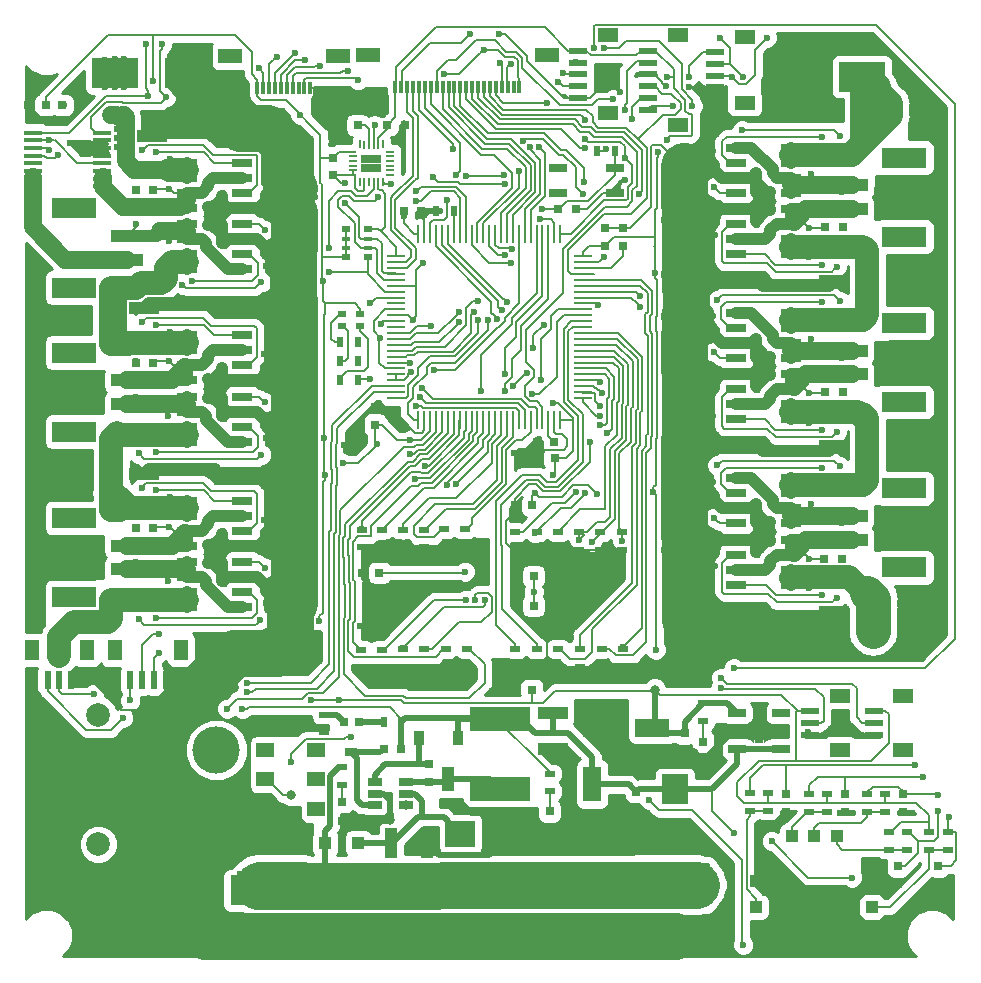
<source format=gtl>
G04 #@! TF.GenerationSoftware,KiCad,Pcbnew,(5.0.0)*
G04 #@! TF.CreationDate,2020-01-25T17:25:25+09:00*
G04 #@! TF.ProjectId,General_purpose_lancer_board,47656E6572616C5F707572706F73655F,rev?*
G04 #@! TF.SameCoordinates,PX69618a0PY822d320*
G04 #@! TF.FileFunction,Copper,L1,Top,Signal*
G04 #@! TF.FilePolarity,Positive*
%FSLAX46Y46*%
G04 Gerber Fmt 4.6, Leading zero omitted, Abs format (unit mm)*
G04 Created by KiCad (PCBNEW (5.0.0)) date 01/25/20 17:25:25*
%MOMM*%
%LPD*%
G01*
G04 APERTURE LIST*
G04 #@! TA.AperFunction,SMDPad,CuDef*
%ADD10R,2.700000X1.000000*%
G04 #@! TD*
G04 #@! TA.AperFunction,SMDPad,CuDef*
%ADD11R,3.800000X1.800000*%
G04 #@! TD*
G04 #@! TA.AperFunction,SMDPad,CuDef*
%ADD12R,0.300000X1.000000*%
G04 #@! TD*
G04 #@! TA.AperFunction,SMDPad,CuDef*
%ADD13R,2.000000X1.300000*%
G04 #@! TD*
G04 #@! TA.AperFunction,SMDPad,CuDef*
%ADD14R,0.750000X0.500000*%
G04 #@! TD*
G04 #@! TA.AperFunction,SMDPad,CuDef*
%ADD15R,0.200000X0.800000*%
G04 #@! TD*
G04 #@! TA.AperFunction,SMDPad,CuDef*
%ADD16R,0.875000X0.800000*%
G04 #@! TD*
G04 #@! TA.AperFunction,SMDPad,CuDef*
%ADD17R,0.800000X0.200000*%
G04 #@! TD*
G04 #@! TA.AperFunction,SMDPad,CuDef*
%ADD18R,0.700000X0.200000*%
G04 #@! TD*
G04 #@! TA.AperFunction,SMDPad,CuDef*
%ADD19R,0.200000X0.700000*%
G04 #@! TD*
G04 #@! TA.AperFunction,SMDPad,CuDef*
%ADD20R,1.000000X1.000000*%
G04 #@! TD*
G04 #@! TA.AperFunction,SMDPad,CuDef*
%ADD21R,0.900000X0.500000*%
G04 #@! TD*
G04 #@! TA.AperFunction,SMDPad,CuDef*
%ADD22R,0.750000X0.800000*%
G04 #@! TD*
G04 #@! TA.AperFunction,SMDPad,CuDef*
%ADD23R,0.800000X0.750000*%
G04 #@! TD*
G04 #@! TA.AperFunction,ComponentPad*
%ADD24C,2.000000*%
G04 #@! TD*
G04 #@! TA.AperFunction,ComponentPad*
%ADD25C,4.000000*%
G04 #@! TD*
G04 #@! TA.AperFunction,SMDPad,CuDef*
%ADD26R,1.000000X0.800000*%
G04 #@! TD*
G04 #@! TA.AperFunction,SMDPad,CuDef*
%ADD27R,0.650000X0.800000*%
G04 #@! TD*
G04 #@! TA.AperFunction,SMDPad,CuDef*
%ADD28R,1.220000X0.650000*%
G04 #@! TD*
G04 #@! TA.AperFunction,SMDPad,CuDef*
%ADD29R,5.150000X2.000000*%
G04 #@! TD*
G04 #@! TA.AperFunction,SMDPad,CuDef*
%ADD30R,1.500000X1.200000*%
G04 #@! TD*
G04 #@! TA.AperFunction,SMDPad,CuDef*
%ADD31R,4.000000X2.500000*%
G04 #@! TD*
G04 #@! TA.AperFunction,SMDPad,CuDef*
%ADD32R,2.500000X1.000000*%
G04 #@! TD*
G04 #@! TA.AperFunction,SMDPad,CuDef*
%ADD33R,1.000000X2.500000*%
G04 #@! TD*
G04 #@! TA.AperFunction,SMDPad,CuDef*
%ADD34R,1.600000X3.000000*%
G04 #@! TD*
G04 #@! TA.AperFunction,SMDPad,CuDef*
%ADD35R,3.000000X1.600000*%
G04 #@! TD*
G04 #@! TA.AperFunction,SMDPad,CuDef*
%ADD36R,0.800000X0.800000*%
G04 #@! TD*
G04 #@! TA.AperFunction,SMDPad,CuDef*
%ADD37R,1.100000X1.100000*%
G04 #@! TD*
G04 #@! TA.AperFunction,SMDPad,CuDef*
%ADD38R,2.500000X2.300000*%
G04 #@! TD*
G04 #@! TA.AperFunction,SMDPad,CuDef*
%ADD39R,1.100000X0.800000*%
G04 #@! TD*
G04 #@! TA.AperFunction,SMDPad,CuDef*
%ADD40R,1.100000X2.000000*%
G04 #@! TD*
G04 #@! TA.AperFunction,SMDPad,CuDef*
%ADD41R,0.900000X1.200000*%
G04 #@! TD*
G04 #@! TA.AperFunction,SMDPad,CuDef*
%ADD42R,2.300000X2.500000*%
G04 #@! TD*
G04 #@! TA.AperFunction,SMDPad,CuDef*
%ADD43R,1.780000X0.720000*%
G04 #@! TD*
G04 #@! TA.AperFunction,SMDPad,CuDef*
%ADD44R,1.550000X0.600000*%
G04 #@! TD*
G04 #@! TA.AperFunction,SMDPad,CuDef*
%ADD45R,1.800000X1.200000*%
G04 #@! TD*
G04 #@! TA.AperFunction,SMDPad,CuDef*
%ADD46R,0.600000X1.550000*%
G04 #@! TD*
G04 #@! TA.AperFunction,SMDPad,CuDef*
%ADD47R,1.200000X1.800000*%
G04 #@! TD*
G04 #@! TA.AperFunction,SMDPad,CuDef*
%ADD48R,0.500000X0.900000*%
G04 #@! TD*
G04 #@! TA.AperFunction,SMDPad,CuDef*
%ADD49R,1.600000X0.650000*%
G04 #@! TD*
G04 #@! TA.AperFunction,SMDPad,CuDef*
%ADD50R,1.500000X0.650000*%
G04 #@! TD*
G04 #@! TA.AperFunction,SMDPad,CuDef*
%ADD51R,1.500000X0.280000*%
G04 #@! TD*
G04 #@! TA.AperFunction,SMDPad,CuDef*
%ADD52R,0.280000X1.500000*%
G04 #@! TD*
G04 #@! TA.AperFunction,SMDPad,CuDef*
%ADD53C,0.750000*%
G04 #@! TD*
G04 #@! TA.AperFunction,Conductor*
%ADD54C,0.100000*%
G04 #@! TD*
G04 #@! TA.AperFunction,SMDPad,CuDef*
%ADD55R,1.500000X0.700000*%
G04 #@! TD*
G04 #@! TA.AperFunction,SMDPad,CuDef*
%ADD56R,1.500000X1.000000*%
G04 #@! TD*
G04 #@! TA.AperFunction,SMDPad,CuDef*
%ADD57R,0.800000X2.000000*%
G04 #@! TD*
G04 #@! TA.AperFunction,SMDPad,CuDef*
%ADD58R,1.500000X0.450000*%
G04 #@! TD*
G04 #@! TA.AperFunction,SMDPad,CuDef*
%ADD59R,0.800000X0.500000*%
G04 #@! TD*
G04 #@! TA.AperFunction,SMDPad,CuDef*
%ADD60R,0.800000X0.400000*%
G04 #@! TD*
G04 #@! TA.AperFunction,ViaPad*
%ADD61C,0.600000*%
G04 #@! TD*
G04 #@! TA.AperFunction,ViaPad*
%ADD62C,0.800000*%
G04 #@! TD*
G04 #@! TA.AperFunction,Conductor*
%ADD63C,0.500000*%
G04 #@! TD*
G04 #@! TA.AperFunction,Conductor*
%ADD64C,0.200000*%
G04 #@! TD*
G04 #@! TA.AperFunction,Conductor*
%ADD65C,1.000000*%
G04 #@! TD*
G04 #@! TA.AperFunction,Conductor*
%ADD66C,4.000000*%
G04 #@! TD*
G04 #@! TA.AperFunction,Conductor*
%ADD67C,3.000000*%
G04 #@! TD*
G04 #@! TA.AperFunction,Conductor*
%ADD68C,2.000000*%
G04 #@! TD*
G04 #@! TA.AperFunction,Conductor*
%ADD69C,1.500000*%
G04 #@! TD*
G04 #@! TA.AperFunction,Conductor*
%ADD70C,0.254000*%
G04 #@! TD*
G04 APERTURE END LIST*
D10*
G04 #@! TO.P,J4,2*
G04 #@! TO.N,Net-(C44-Pad2)*
X70700000Y66000000D03*
G04 #@! TO.P,J4,1*
G04 #@! TO.N,Net-(C43-Pad2)*
X70700000Y64000000D03*
D11*
G04 #@! TO.P,J4,*
G04 #@! TO.N,*
X75150000Y68350000D03*
X75150000Y61650000D03*
G04 #@! TD*
D12*
G04 #@! TO.P,J17,21*
G04 #@! TO.N,Net-(J17-Pad21)*
X42050000Y74300000D03*
G04 #@! TO.P,J17,18*
G04 #@! TO.N,SWO*
X40550000Y74300000D03*
G04 #@! TO.P,J17,19*
G04 #@! TO.N,USART_TX*
X41050000Y74300000D03*
G04 #@! TO.P,J17,20*
G04 #@! TO.N,USART_RX*
X41550000Y74300000D03*
G04 #@! TO.P,J17,17*
G04 #@! TO.N,SWDIO*
X40050000Y74300000D03*
G04 #@! TO.P,J17,22*
G04 #@! TO.N,GND*
X42550000Y74300000D03*
G04 #@! TO.P,J17,16*
G04 #@! TO.N,SWCLK*
X39550000Y74300000D03*
G04 #@! TO.P,J17,15*
G04 #@! TO.N,R_SW8*
X39050000Y74300000D03*
G04 #@! TO.P,J17,14*
G04 #@! TO.N,R_SW4*
X38550000Y74300000D03*
G04 #@! TO.P,J17,13*
G04 #@! TO.N,R_SW2*
X38050000Y74300000D03*
G04 #@! TO.P,J17,12*
G04 #@! TO.N,R_SW1*
X37550000Y74300000D03*
G04 #@! TO.P,J17,11*
G04 #@! TO.N,T_SW3*
X37050000Y74300000D03*
D13*
G04 #@! TO.P,J17,*
G04 #@! TO.N,*
X44850000Y77000000D03*
D12*
G04 #@! TO.P,J17,7*
G04 #@! TO.N,I2C_SDA_LCD*
X35050000Y74300000D03*
D13*
G04 #@! TO.P,J17,*
G04 #@! TO.N,*
X29750000Y77000000D03*
D12*
G04 #@! TO.P,J17,6*
G04 #@! TO.N,LED2_G*
X34550000Y74300000D03*
G04 #@! TO.P,J17,3*
G04 #@! TO.N,LED2_B*
X33050000Y74300000D03*
G04 #@! TO.P,J17,4*
G04 #@! TO.N,LED2_R*
X33550000Y74300000D03*
G04 #@! TO.P,J17,8*
G04 #@! TO.N,I2C_SCL_LCD*
X35550000Y74300000D03*
G04 #@! TO.P,J17,1*
G04 #@! TO.N,+3V3*
X32050000Y74300000D03*
G04 #@! TO.P,J17,10*
G04 #@! TO.N,T_SW2*
X36550000Y74300000D03*
G04 #@! TO.P,J17,2*
G04 #@! TO.N,POWER_SW*
X32550000Y74300000D03*
G04 #@! TO.P,J17,5*
G04 #@! TO.N,NRST*
X34050000Y74300000D03*
G04 #@! TO.P,J17,9*
G04 #@! TO.N,T_SW1*
X36050000Y74300000D03*
G04 #@! TD*
D14*
G04 #@! TO.P,LED1,4*
G04 #@! TO.N,Net-(LED1-Pad4)*
X27500000Y54100000D03*
G04 #@! TO.P,LED1,2*
G04 #@! TO.N,Net-(LED1-Pad2)*
X29050000Y54100000D03*
G04 #@! TO.P,LED1,1*
G04 #@! TO.N,+3V3*
X29050000Y55100000D03*
G04 #@! TO.P,LED1,3*
G04 #@! TO.N,Net-(LED1-Pad3)*
X27500000Y55100000D03*
G04 #@! TD*
D15*
G04 #@! TO.P,U9,23*
G04 #@! TO.N,SPI_SCK_IMU*
X30610000Y66300000D03*
G04 #@! TO.P,U9,9*
G04 #@! TO.N,SPI_MISO_IMU*
X30210000Y69420000D03*
D16*
G04 #@! TO.P,U9,*
G04 #@! TO.N,*
X30445000Y67460000D03*
D17*
G04 #@! TO.P,U9,16*
G04 #@! TO.N,Net-(U9-Pad16)*
X28450000Y67660000D03*
D15*
G04 #@! TO.P,U9,11*
G04 #@! TO.N,Net-(U9-Pad11)*
X29410000Y69420000D03*
D18*
G04 #@! TO.P,U9,13*
G04 #@! TO.N,+3V3*
X28400000Y68860000D03*
G04 #@! TO.P,U9,1*
G04 #@! TO.N,Net-(U9-Pad1)*
X31620000Y66860000D03*
G04 #@! TO.P,U9,6*
G04 #@! TO.N,Net-(U9-Pad6)*
X31620000Y68860000D03*
D19*
G04 #@! TO.P,U9,12*
G04 #@! TO.N,Net-(U9-Pad12)*
X29010000Y69470000D03*
D17*
G04 #@! TO.P,U9,5*
G04 #@! TO.N,Net-(U9-Pad5)*
X31570000Y68460000D03*
D15*
G04 #@! TO.P,U9,10*
G04 #@! TO.N,Net-(C77-Pad2)*
X29810000Y69420000D03*
D17*
G04 #@! TO.P,U9,17*
G04 #@! TO.N,GND*
X28450000Y67260000D03*
D19*
G04 #@! TO.P,U9,24*
G04 #@! TO.N,SPI_MOSI_IMU*
X31010000Y66250000D03*
D17*
G04 #@! TO.P,U9,4*
G04 #@! TO.N,Net-(U9-Pad4)*
X31570000Y68060000D03*
D15*
G04 #@! TO.P,U9,21*
G04 #@! TO.N,Net-(U9-Pad21)*
X29810000Y66300000D03*
G04 #@! TO.P,U9,8*
G04 #@! TO.N,+3V3*
X30610000Y69420000D03*
D16*
G04 #@! TO.P,U9,*
G04 #@! TO.N,*
X30445000Y68260000D03*
D17*
G04 #@! TO.P,U9,2*
G04 #@! TO.N,Net-(U9-Pad2)*
X31570000Y67260000D03*
D19*
G04 #@! TO.P,U9,7*
G04 #@! TO.N,Net-(U9-Pad7)*
X31010000Y69470000D03*
D15*
G04 #@! TO.P,U9,20*
G04 #@! TO.N,GND*
X29410000Y66300000D03*
D17*
G04 #@! TO.P,U9,15*
G04 #@! TO.N,Net-(U9-Pad15)*
X28450000Y68060000D03*
G04 #@! TO.P,U9,14*
G04 #@! TO.N,Net-(U9-Pad14)*
X28450000Y68460000D03*
D18*
G04 #@! TO.P,U9,18*
G04 #@! TO.N,GND*
X28400000Y66860000D03*
D15*
G04 #@! TO.P,U9,22*
G04 #@! TO.N,SPI_CS_IMU*
X30210000Y66300000D03*
D17*
G04 #@! TO.P,U9,3*
G04 #@! TO.N,Net-(U9-Pad3)*
X31570000Y67660000D03*
D19*
G04 #@! TO.P,U9,19*
G04 #@! TO.N,Net-(U9-Pad19)*
X29010000Y66250000D03*
D16*
G04 #@! TO.P,U9,*
G04 #@! TO.N,*
X29575000Y67460000D03*
X29575000Y68260000D03*
G04 #@! TD*
D20*
G04 #@! TO.P,U10,6*
G04 #@! TO.N,Net-(R92-Pad2)*
X72400000Y4900000D03*
G04 #@! TO.P,U10,7*
G04 #@! TO.N,GND*
X72400000Y7100000D03*
G04 #@! TO.P,U10,1*
X62600000Y7100000D03*
G04 #@! TO.P,U10,2*
G04 #@! TO.N,Net-(R87-Pad1)*
X62600000Y4900000D03*
G04 #@! TO.P,U10,5*
G04 #@! TO.N,GND*
X69400000Y1100000D03*
G04 #@! TO.P,U10,3*
X65600000Y1100000D03*
G04 #@! TO.P,U10,10*
G04 #@! TO.N,Net-(R89-Pad2)*
X65600000Y10900000D03*
G04 #@! TO.P,U10,8*
G04 #@! TO.N,Net-(R91-Pad2)*
X69400000Y10900000D03*
G04 #@! TO.P,U10,9*
G04 #@! TO.N,Net-(R90-Pad2)*
X67500000Y10900000D03*
G04 #@! TO.P,U10,4*
G04 #@! TO.N,GND*
X67500000Y1100000D03*
G04 #@! TD*
D21*
G04 #@! TO.P,R96,1*
G04 #@! TO.N,C_SW4*
X78800000Y11250000D03*
G04 #@! TO.P,R96,2*
G04 #@! TO.N,Net-(R92-Pad2)*
X78800000Y9750000D03*
G04 #@! TD*
G04 #@! TO.P,R92,1*
G04 #@! TO.N,+3V3*
X77200000Y11250000D03*
G04 #@! TO.P,R92,2*
G04 #@! TO.N,Net-(R92-Pad2)*
X77200000Y9750000D03*
G04 #@! TD*
D22*
G04 #@! TO.P,C79,2*
G04 #@! TO.N,GND*
X78000000Y6850000D03*
G04 #@! TO.P,C79,1*
G04 #@! TO.N,C_SW4*
X78000000Y8350000D03*
G04 #@! TD*
D23*
G04 #@! TO.P,C12,2*
G04 #@! TO.N,GND*
X44050000Y42900000D03*
G04 #@! TO.P,C12,1*
G04 #@! TO.N,+3V3*
X45550000Y42900000D03*
G04 #@! TD*
D21*
G04 #@! TO.P,R19,1*
G04 #@! TO.N,PWM_SERVO1_H*
X32700000Y36850000D03*
G04 #@! TO.P,R19,2*
G04 #@! TO.N,GND*
X32700000Y35350000D03*
G04 #@! TD*
D10*
G04 #@! TO.P,J5,2*
G04 #@! TO.N,Net-(C47-Pad2)*
X9300000Y47500000D03*
G04 #@! TO.P,J5,1*
G04 #@! TO.N,Net-(C46-Pad2)*
X9300000Y49500000D03*
D11*
G04 #@! TO.P,J5,*
G04 #@! TO.N,*
X4850000Y45150000D03*
X4850000Y51850000D03*
G04 #@! TD*
D10*
G04 #@! TO.P,J6,2*
G04 #@! TO.N,Net-(C50-Pad2)*
X70700000Y38000000D03*
G04 #@! TO.P,J6,1*
G04 #@! TO.N,Net-(C49-Pad2)*
X70700000Y36000000D03*
D11*
G04 #@! TO.P,J6,*
G04 #@! TO.N,*
X75150000Y40350000D03*
X75150000Y33650000D03*
G04 #@! TD*
D10*
G04 #@! TO.P,J7,2*
G04 #@! TO.N,Net-(J7-Pad2)*
X9300000Y59700000D03*
G04 #@! TO.P,J7,1*
G04 #@! TO.N,Net-(C54-Pad2)*
X9300000Y61700000D03*
D11*
G04 #@! TO.P,J7,*
G04 #@! TO.N,*
X4850000Y57350000D03*
X4850000Y64050000D03*
G04 #@! TD*
D10*
G04 #@! TO.P,J8,2*
G04 #@! TO.N,Net-(C69-Pad2)*
X9300000Y33500000D03*
G04 #@! TO.P,J8,1*
G04 #@! TO.N,Net-(C68-Pad2)*
X9300000Y35500000D03*
D11*
G04 #@! TO.P,J8,*
G04 #@! TO.N,*
X4850000Y31150000D03*
X4850000Y37850000D03*
G04 #@! TD*
D10*
G04 #@! TO.P,J9,2*
G04 #@! TO.N,Net-(C72-Pad2)*
X70700000Y52000000D03*
G04 #@! TO.P,J9,1*
G04 #@! TO.N,Net-(C71-Pad2)*
X70700000Y50000000D03*
D11*
G04 #@! TO.P,J9,*
G04 #@! TO.N,*
X75150000Y54350000D03*
X75150000Y47650000D03*
G04 #@! TD*
D24*
G04 #@! TO.P,J3,*
G04 #@! TO.N,*
X6900000Y21200000D03*
X6900000Y10200000D03*
D25*
G04 #@! TO.P,J3,1*
G04 #@! TO.N,Net-(FET13-Pad1)*
X16900000Y18200000D03*
G04 #@! TO.P,J3,2*
G04 #@! TO.N,GND*
X16900000Y13200000D03*
G04 #@! TD*
D26*
G04 #@! TO.P,RV1,2*
G04 #@! TO.N,Net-(C17-Pad2)*
X28300000Y18000000D03*
D27*
G04 #@! TO.P,RV1,3*
G04 #@! TO.N,Net-(R6-Pad2)*
X28925000Y20600000D03*
G04 #@! TO.P,RV1,1*
G04 #@! TO.N,Net-(R7-Pad1)*
X27675000Y20600000D03*
G04 #@! TD*
D28*
G04 #@! TO.P,U2,1*
G04 #@! TO.N,Net-(C16-Pad1)*
X30290000Y15450000D03*
G04 #@! TO.P,U2,2*
G04 #@! TO.N,GND*
X30290000Y14500000D03*
G04 #@! TO.P,U2,3*
G04 #@! TO.N,Net-(C17-Pad2)*
X30290000Y13550000D03*
G04 #@! TO.P,U2,4*
G04 #@! TO.N,Net-(C13-Pad1)*
X32910000Y13550000D03*
G04 #@! TO.P,U2,5*
G04 #@! TO.N,Net-(C11-Pad1)*
X32910000Y14500000D03*
G04 #@! TO.P,U2,6*
G04 #@! TO.N,Net-(C16-Pad2)*
X32910000Y15450000D03*
G04 #@! TD*
D29*
G04 #@! TO.P,L2,2*
G04 #@! TO.N,Net-(C16-Pad2)*
X40900000Y14900000D03*
G04 #@! TO.P,L2,1*
G04 #@! TO.N,+5V*
X40900000Y20850000D03*
G04 #@! TD*
D30*
G04 #@! TO.P,SW2,*
G04 #@! TO.N,*
X25350000Y18200000D03*
X25350000Y13200000D03*
G04 #@! TO.P,SW2,1*
G04 #@! TO.N,Net-(SW2-Pad1)*
X21050000Y18200000D03*
G04 #@! TO.P,SW2,3*
G04 #@! TO.N,GND*
X21050000Y13200000D03*
G04 #@! TO.P,SW2,2*
G04 #@! TO.N,POWER_SW*
X21050000Y15700000D03*
G04 #@! TO.P,SW2,*
G04 #@! TO.N,*
X25350000Y15700000D03*
G04 #@! TD*
D23*
G04 #@! TO.P,C2,2*
G04 #@! TO.N,GND*
X47350000Y64000000D03*
G04 #@! TO.P,C2,1*
G04 #@! TO.N,NRST*
X45850000Y64000000D03*
G04 #@! TD*
G04 #@! TO.P,C6,2*
G04 #@! TO.N,+3V3*
X32750000Y63800000D03*
G04 #@! TO.P,C6,1*
G04 #@! TO.N,GND*
X34250000Y63800000D03*
G04 #@! TD*
D22*
G04 #@! TO.P,C7,2*
G04 #@! TO.N,GND*
X30300000Y47250000D03*
G04 #@! TO.P,C7,1*
G04 #@! TO.N,+3V3*
X30300000Y45750000D03*
G04 #@! TD*
D31*
G04 #@! TO.P,C8,1*
G04 #@! TO.N,+BATT*
X20050000Y6300000D03*
G04 #@! TO.P,C8,2*
G04 #@! TO.N,GND*
X13950000Y6300000D03*
G04 #@! TD*
D32*
G04 #@! TO.P,C9,1*
G04 #@! TO.N,+BATT*
X24200000Y6000000D03*
G04 #@! TO.P,C9,2*
G04 #@! TO.N,GND*
X24200000Y3000000D03*
G04 #@! TD*
D23*
G04 #@! TO.P,C10,2*
G04 #@! TO.N,GND*
X44000000Y44300000D03*
G04 #@! TO.P,C10,1*
G04 #@! TO.N,Net-(C10-Pad1)*
X45500000Y44300000D03*
G04 #@! TD*
D33*
G04 #@! TO.P,C11,1*
G04 #@! TO.N,Net-(C11-Pad1)*
X31700000Y10300000D03*
G04 #@! TO.P,C11,2*
G04 #@! TO.N,GND*
X34700000Y10300000D03*
G04 #@! TD*
D22*
G04 #@! TO.P,C14,2*
G04 #@! TO.N,Net-(C14-Pad2)*
X51300000Y60850000D03*
G04 #@! TO.P,C14,1*
G04 #@! TO.N,GND*
X51300000Y62350000D03*
G04 #@! TD*
G04 #@! TO.P,C15,2*
G04 #@! TO.N,GND*
X49800000Y62350000D03*
G04 #@! TO.P,C15,1*
G04 #@! TO.N,+3V3*
X49800000Y60850000D03*
G04 #@! TD*
G04 #@! TO.P,C16,2*
G04 #@! TO.N,Net-(C16-Pad2)*
X34900000Y15500000D03*
G04 #@! TO.P,C16,1*
G04 #@! TO.N,Net-(C16-Pad1)*
X34900000Y17000000D03*
G04 #@! TD*
D23*
G04 #@! TO.P,C17,2*
G04 #@! TO.N,Net-(C17-Pad2)*
X31050000Y18300000D03*
G04 #@! TO.P,C17,1*
G04 #@! TO.N,+5V*
X32550000Y18300000D03*
G04 #@! TD*
D34*
G04 #@! TO.P,C18,1*
G04 #@! TO.N,+5V*
X48700000Y15300000D03*
G04 #@! TO.P,C18,2*
G04 #@! TO.N,GND*
X48700000Y10900000D03*
G04 #@! TD*
D32*
G04 #@! TO.P,C19,1*
G04 #@! TO.N,+5V*
X45400000Y21300000D03*
G04 #@! TO.P,C19,2*
G04 #@! TO.N,GND*
X45400000Y18300000D03*
G04 #@! TD*
D22*
G04 #@! TO.P,C20,2*
G04 #@! TO.N,GND*
X52450000Y13150000D03*
G04 #@! TO.P,C20,1*
G04 #@! TO.N,+5V*
X52450000Y14650000D03*
G04 #@! TD*
G04 #@! TO.P,C21,2*
G04 #@! TO.N,GND*
X56550000Y18100000D03*
G04 #@! TO.P,C21,1*
G04 #@! TO.N,+3V3*
X56550000Y19600000D03*
G04 #@! TD*
D35*
G04 #@! TO.P,C22,1*
G04 #@! TO.N,+3V3*
X53800000Y20100000D03*
G04 #@! TO.P,C22,2*
G04 #@! TO.N,GND*
X49400000Y20100000D03*
G04 #@! TD*
D23*
G04 #@! TO.P,C23,2*
G04 #@! TO.N,GND*
X42250000Y30400000D03*
G04 #@! TO.P,C23,1*
G04 #@! TO.N,+3V3*
X43750000Y30400000D03*
G04 #@! TD*
G04 #@! TO.P,C25,2*
G04 #@! TO.N,GND*
X42150000Y38900000D03*
G04 #@! TO.P,C25,1*
G04 #@! TO.N,+3V3*
X43650000Y38900000D03*
G04 #@! TD*
G04 #@! TO.P,C27,2*
G04 #@! TO.N,GND*
X42100000Y23300000D03*
G04 #@! TO.P,C27,1*
G04 #@! TO.N,+3V3*
X43600000Y23300000D03*
G04 #@! TD*
G04 #@! TO.P,C28,2*
G04 #@! TO.N,GND*
X29200000Y33200000D03*
G04 #@! TO.P,C28,1*
G04 #@! TO.N,+3V3*
X30700000Y33200000D03*
G04 #@! TD*
G04 #@! TO.P,C29,2*
G04 #@! TO.N,GND*
X42250000Y32900000D03*
G04 #@! TO.P,C29,1*
G04 #@! TO.N,+3V3*
X43750000Y32900000D03*
G04 #@! TD*
G04 #@! TO.P,C43,2*
G04 #@! TO.N,Net-(C43-Pad2)*
X68450000Y62500000D03*
G04 #@! TO.P,C43,1*
G04 #@! TO.N,Net-(C43-Pad1)*
X69950000Y62500000D03*
G04 #@! TD*
G04 #@! TO.P,C46,2*
G04 #@! TO.N,Net-(C46-Pad2)*
X11550000Y51000000D03*
G04 #@! TO.P,C46,1*
G04 #@! TO.N,Net-(C46-Pad1)*
X10050000Y51000000D03*
G04 #@! TD*
G04 #@! TO.P,C49,2*
G04 #@! TO.N,Net-(C49-Pad2)*
X68350000Y34400000D03*
G04 #@! TO.P,C49,1*
G04 #@! TO.N,Net-(C49-Pad1)*
X69850000Y34400000D03*
G04 #@! TD*
G04 #@! TO.P,C53,2*
G04 #@! TO.N,Net-(C53-Pad2)*
X11550000Y65600000D03*
G04 #@! TO.P,C53,1*
G04 #@! TO.N,Net-(C53-Pad1)*
X10050000Y65600000D03*
G04 #@! TD*
D32*
G04 #@! TO.P,C55,1*
G04 #@! TO.N,+BATT*
X69200000Y60900000D03*
G04 #@! TO.P,C55,2*
G04 #@! TO.N,GND*
X69200000Y57900000D03*
G04 #@! TD*
G04 #@! TO.P,C56,1*
G04 #@! TO.N,+BATT*
X10800000Y52600000D03*
G04 #@! TO.P,C56,2*
G04 #@! TO.N,GND*
X10800000Y55600000D03*
G04 #@! TD*
G04 #@! TO.P,C57,1*
G04 #@! TO.N,+BATT*
X69200000Y32900000D03*
G04 #@! TO.P,C57,2*
G04 #@! TO.N,GND*
X69200000Y29900000D03*
G04 #@! TD*
G04 #@! TO.P,C58,1*
G04 #@! TO.N,+BATT*
X11400000Y67200000D03*
G04 #@! TO.P,C58,2*
G04 #@! TO.N,GND*
X11400000Y70200000D03*
G04 #@! TD*
D23*
G04 #@! TO.P,C63,2*
G04 #@! TO.N,GND*
X950000Y72800000D03*
G04 #@! TO.P,C63,1*
G04 #@! TO.N,+3V3*
X2450000Y72800000D03*
G04 #@! TD*
G04 #@! TO.P,C64,2*
G04 #@! TO.N,GND*
X5350000Y72800000D03*
G04 #@! TO.P,C64,1*
G04 #@! TO.N,+BATT*
X3850000Y72800000D03*
G04 #@! TD*
G04 #@! TO.P,C68,2*
G04 #@! TO.N,Net-(C68-Pad2)*
X11550000Y37000000D03*
G04 #@! TO.P,C68,1*
G04 #@! TO.N,Net-(C68-Pad1)*
X10050000Y37000000D03*
G04 #@! TD*
G04 #@! TO.P,C71,2*
G04 #@! TO.N,Net-(C71-Pad2)*
X68450000Y48500000D03*
G04 #@! TO.P,C71,1*
G04 #@! TO.N,Net-(C71-Pad1)*
X69950000Y48500000D03*
G04 #@! TD*
D32*
G04 #@! TO.P,C73,1*
G04 #@! TO.N,+BATT*
X10800000Y38600000D03*
G04 #@! TO.P,C73,2*
G04 #@! TO.N,GND*
X10800000Y41600000D03*
G04 #@! TD*
G04 #@! TO.P,C74,1*
G04 #@! TO.N,+BATT*
X69200000Y46900000D03*
G04 #@! TO.P,C74,2*
G04 #@! TO.N,GND*
X69200000Y43900000D03*
G04 #@! TD*
D22*
G04 #@! TO.P,C75,2*
G04 #@! TO.N,GND*
X65100000Y12950000D03*
G04 #@! TO.P,C75,1*
G04 #@! TO.N,C_SW5*
X65100000Y14450000D03*
G04 #@! TD*
G04 #@! TO.P,C76,2*
G04 #@! TO.N,GND*
X26800000Y66850000D03*
G04 #@! TO.P,C76,1*
G04 #@! TO.N,+3V3*
X26800000Y68350000D03*
G04 #@! TD*
D23*
G04 #@! TO.P,C77,2*
G04 #@! TO.N,Net-(C77-Pad2)*
X28850000Y71100000D03*
G04 #@! TO.P,C77,1*
G04 #@! TO.N,GND*
X27350000Y71100000D03*
G04 #@! TD*
G04 #@! TO.P,C78,2*
G04 #@! TO.N,+3V3*
X31350000Y71100000D03*
G04 #@! TO.P,C78,1*
G04 #@! TO.N,GND*
X32850000Y71100000D03*
G04 #@! TD*
D22*
G04 #@! TO.P,C80,2*
G04 #@! TO.N,GND*
X70100000Y12950000D03*
G04 #@! TO.P,C80,1*
G04 #@! TO.N,C_SW3*
X70100000Y14450000D03*
G04 #@! TD*
G04 #@! TO.P,C81,2*
G04 #@! TO.N,GND*
X75000000Y12950000D03*
G04 #@! TO.P,C81,1*
G04 #@! TO.N,C_SW2*
X75000000Y14450000D03*
G04 #@! TD*
G04 #@! TO.P,C82,2*
G04 #@! TO.N,GND*
X74600000Y6850000D03*
G04 #@! TO.P,C82,1*
G04 #@! TO.N,C_SW1*
X74600000Y8350000D03*
G04 #@! TD*
D31*
G04 #@! TO.P,C85,1*
G04 #@! TO.N,+BATT*
X8350000Y75500000D03*
G04 #@! TO.P,C85,2*
G04 #@! TO.N,GND*
X14450000Y75500000D03*
G04 #@! TD*
G04 #@! TO.P,C86,1*
G04 #@! TO.N,+BATT*
X71550000Y75200000D03*
G04 #@! TO.P,C86,2*
G04 #@! TO.N,GND*
X65450000Y75200000D03*
G04 #@! TD*
D36*
G04 #@! TO.P,D1,2*
G04 #@! TO.N,Net-(D1-Pad2)*
X27500000Y13800000D03*
G04 #@! TO.P,D1,1*
G04 #@! TO.N,GND*
X27500000Y12200000D03*
G04 #@! TD*
D37*
G04 #@! TO.P,D2,1*
G04 #@! TO.N,Net-(C11-Pad1)*
X28900000Y10300000D03*
G04 #@! TO.P,D2,2*
G04 #@! TO.N,+BATT*
X26100000Y10300000D03*
G04 #@! TD*
D38*
G04 #@! TO.P,D3,1*
G04 #@! TO.N,Net-(C11-Pad1)*
X37550000Y11100000D03*
G04 #@! TO.P,D3,2*
G04 #@! TO.N,GND*
X41850000Y11100000D03*
G04 #@! TD*
D39*
G04 #@! TO.P,D4,2*
G04 #@! TO.N,GND*
X36500000Y13800000D03*
D40*
G04 #@! TO.P,D4,1*
G04 #@! TO.N,Net-(C16-Pad2)*
X36500000Y15700000D03*
G04 #@! TD*
D41*
G04 #@! TO.P,D5,1*
G04 #@! TO.N,Net-(C16-Pad1)*
X34050000Y19200000D03*
G04 #@! TO.P,D5,2*
G04 #@! TO.N,+5V*
X37350000Y19200000D03*
G04 #@! TD*
D42*
G04 #@! TO.P,D6,1*
G04 #@! TO.N,+5V*
X55700000Y14900000D03*
G04 #@! TO.P,D6,2*
G04 #@! TO.N,GND*
X55700000Y10600000D03*
G04 #@! TD*
D36*
G04 #@! TO.P,D7,2*
G04 #@! TO.N,Net-(D7-Pad2)*
X45100000Y13000000D03*
G04 #@! TO.P,D7,1*
G04 #@! TO.N,GND*
X45100000Y11400000D03*
G04 #@! TD*
G04 #@! TO.P,D8,2*
G04 #@! TO.N,Net-(D8-Pad2)*
X58100000Y18900000D03*
G04 #@! TO.P,D8,1*
G04 #@! TO.N,GND*
X58100000Y17300000D03*
G04 #@! TD*
D43*
G04 #@! TO.P,FET1,7*
G04 #@! TO.N,Net-(C43-Pad2)*
X65580000Y62730000D03*
G04 #@! TO.P,FET1,6*
G04 #@! TO.N,+BATT*
X65580000Y61460000D03*
G04 #@! TO.P,FET1,5*
X65580000Y60190000D03*
G04 #@! TO.P,FET1,8*
G04 #@! TO.N,Net-(C43-Pad2)*
X65580000Y64000000D03*
G04 #@! TO.P,FET1,4*
G04 #@! TO.N,Net-(FET1-Pad4)*
X60900000Y60190000D03*
G04 #@! TO.P,FET1,3*
G04 #@! TO.N,Net-(C43-Pad2)*
X60900000Y61460000D03*
G04 #@! TO.P,FET1,2*
G04 #@! TO.N,Net-(FET1-Pad2)*
X60900000Y62730000D03*
G04 #@! TO.P,FET1,1*
G04 #@! TO.N,GND*
X60900000Y64000000D03*
G04 #@! TD*
G04 #@! TO.P,FET2,7*
G04 #@! TO.N,+BATT*
X65580000Y67930000D03*
G04 #@! TO.P,FET2,6*
G04 #@! TO.N,Net-(C44-Pad2)*
X65580000Y66660000D03*
G04 #@! TO.P,FET2,5*
X65580000Y65390000D03*
G04 #@! TO.P,FET2,8*
G04 #@! TO.N,+BATT*
X65580000Y69200000D03*
G04 #@! TO.P,FET2,4*
G04 #@! TO.N,Net-(FET2-Pad4)*
X60900000Y65390000D03*
G04 #@! TO.P,FET2,3*
G04 #@! TO.N,GND*
X60900000Y66660000D03*
G04 #@! TO.P,FET2,2*
G04 #@! TO.N,Net-(FET2-Pad2)*
X60900000Y67930000D03*
G04 #@! TO.P,FET2,1*
G04 #@! TO.N,Net-(C44-Pad2)*
X60900000Y69200000D03*
G04 #@! TD*
G04 #@! TO.P,FET3,7*
G04 #@! TO.N,Net-(C46-Pad2)*
X14420000Y50770000D03*
G04 #@! TO.P,FET3,6*
G04 #@! TO.N,+BATT*
X14420000Y52040000D03*
G04 #@! TO.P,FET3,5*
X14420000Y53310000D03*
G04 #@! TO.P,FET3,8*
G04 #@! TO.N,Net-(C46-Pad2)*
X14420000Y49500000D03*
G04 #@! TO.P,FET3,4*
G04 #@! TO.N,Net-(FET3-Pad4)*
X19100000Y53310000D03*
G04 #@! TO.P,FET3,3*
G04 #@! TO.N,Net-(C46-Pad2)*
X19100000Y52040000D03*
G04 #@! TO.P,FET3,2*
G04 #@! TO.N,Net-(FET3-Pad2)*
X19100000Y50770000D03*
G04 #@! TO.P,FET3,1*
G04 #@! TO.N,GND*
X19100000Y49500000D03*
G04 #@! TD*
G04 #@! TO.P,FET4,7*
G04 #@! TO.N,+BATT*
X14420000Y45570000D03*
G04 #@! TO.P,FET4,6*
G04 #@! TO.N,Net-(C47-Pad2)*
X14420000Y46840000D03*
G04 #@! TO.P,FET4,5*
X14420000Y48110000D03*
G04 #@! TO.P,FET4,8*
G04 #@! TO.N,+BATT*
X14420000Y44300000D03*
G04 #@! TO.P,FET4,4*
G04 #@! TO.N,Net-(FET4-Pad4)*
X19100000Y48110000D03*
G04 #@! TO.P,FET4,3*
G04 #@! TO.N,GND*
X19100000Y46840000D03*
G04 #@! TO.P,FET4,2*
G04 #@! TO.N,Net-(FET4-Pad2)*
X19100000Y45570000D03*
G04 #@! TO.P,FET4,1*
G04 #@! TO.N,Net-(C47-Pad2)*
X19100000Y44300000D03*
G04 #@! TD*
G04 #@! TO.P,FET5,7*
G04 #@! TO.N,Net-(C49-Pad2)*
X65580000Y34730000D03*
G04 #@! TO.P,FET5,6*
G04 #@! TO.N,+BATT*
X65580000Y33460000D03*
G04 #@! TO.P,FET5,5*
X65580000Y32190000D03*
G04 #@! TO.P,FET5,8*
G04 #@! TO.N,Net-(C49-Pad2)*
X65580000Y36000000D03*
G04 #@! TO.P,FET5,4*
G04 #@! TO.N,Net-(FET5-Pad4)*
X60900000Y32190000D03*
G04 #@! TO.P,FET5,3*
G04 #@! TO.N,Net-(C49-Pad2)*
X60900000Y33460000D03*
G04 #@! TO.P,FET5,2*
G04 #@! TO.N,Net-(FET5-Pad2)*
X60900000Y34730000D03*
G04 #@! TO.P,FET5,1*
G04 #@! TO.N,GND*
X60900000Y36000000D03*
G04 #@! TD*
G04 #@! TO.P,FET6,7*
G04 #@! TO.N,+BATT*
X65580000Y39930000D03*
G04 #@! TO.P,FET6,6*
G04 #@! TO.N,Net-(C50-Pad2)*
X65580000Y38660000D03*
G04 #@! TO.P,FET6,5*
X65580000Y37390000D03*
G04 #@! TO.P,FET6,8*
G04 #@! TO.N,+BATT*
X65580000Y41200000D03*
G04 #@! TO.P,FET6,4*
G04 #@! TO.N,Net-(FET6-Pad4)*
X60900000Y37390000D03*
G04 #@! TO.P,FET6,3*
G04 #@! TO.N,GND*
X60900000Y38660000D03*
G04 #@! TO.P,FET6,2*
G04 #@! TO.N,Net-(FET6-Pad2)*
X60900000Y39930000D03*
G04 #@! TO.P,FET6,1*
G04 #@! TO.N,Net-(C50-Pad2)*
X60900000Y41200000D03*
G04 #@! TD*
G04 #@! TO.P,FET7,7*
G04 #@! TO.N,Net-(C53-Pad2)*
X14420000Y65370000D03*
G04 #@! TO.P,FET7,6*
G04 #@! TO.N,+BATT*
X14420000Y66640000D03*
G04 #@! TO.P,FET7,5*
X14420000Y67910000D03*
G04 #@! TO.P,FET7,8*
G04 #@! TO.N,Net-(C53-Pad2)*
X14420000Y64100000D03*
G04 #@! TO.P,FET7,4*
G04 #@! TO.N,Net-(FET7-Pad4)*
X19100000Y67910000D03*
G04 #@! TO.P,FET7,3*
G04 #@! TO.N,Net-(C53-Pad2)*
X19100000Y66640000D03*
G04 #@! TO.P,FET7,2*
G04 #@! TO.N,Net-(FET7-Pad2)*
X19100000Y65370000D03*
G04 #@! TO.P,FET7,1*
G04 #@! TO.N,GND*
X19100000Y64100000D03*
G04 #@! TD*
G04 #@! TO.P,FET8,7*
G04 #@! TO.N,+BATT*
X14420000Y60170000D03*
G04 #@! TO.P,FET8,6*
G04 #@! TO.N,Net-(C54-Pad2)*
X14420000Y61440000D03*
G04 #@! TO.P,FET8,5*
X14420000Y62710000D03*
G04 #@! TO.P,FET8,8*
G04 #@! TO.N,+BATT*
X14420000Y58900000D03*
G04 #@! TO.P,FET8,4*
G04 #@! TO.N,Net-(FET8-Pad4)*
X19100000Y62710000D03*
G04 #@! TO.P,FET8,3*
G04 #@! TO.N,GND*
X19100000Y61440000D03*
G04 #@! TO.P,FET8,2*
G04 #@! TO.N,Net-(FET8-Pad2)*
X19100000Y60170000D03*
G04 #@! TO.P,FET8,1*
G04 #@! TO.N,Net-(C54-Pad2)*
X19100000Y58900000D03*
G04 #@! TD*
G04 #@! TO.P,FET9,7*
G04 #@! TO.N,Net-(C68-Pad2)*
X14420000Y36770000D03*
G04 #@! TO.P,FET9,6*
G04 #@! TO.N,+BATT*
X14420000Y38040000D03*
G04 #@! TO.P,FET9,5*
X14420000Y39310000D03*
G04 #@! TO.P,FET9,8*
G04 #@! TO.N,Net-(C68-Pad2)*
X14420000Y35500000D03*
G04 #@! TO.P,FET9,4*
G04 #@! TO.N,Net-(FET9-Pad4)*
X19100000Y39310000D03*
G04 #@! TO.P,FET9,3*
G04 #@! TO.N,Net-(C68-Pad2)*
X19100000Y38040000D03*
G04 #@! TO.P,FET9,2*
G04 #@! TO.N,Net-(FET9-Pad2)*
X19100000Y36770000D03*
G04 #@! TO.P,FET9,1*
G04 #@! TO.N,GND*
X19100000Y35500000D03*
G04 #@! TD*
G04 #@! TO.P,FET10,7*
G04 #@! TO.N,+BATT*
X14420000Y31570000D03*
G04 #@! TO.P,FET10,6*
G04 #@! TO.N,Net-(C69-Pad2)*
X14420000Y32840000D03*
G04 #@! TO.P,FET10,5*
X14420000Y34110000D03*
G04 #@! TO.P,FET10,8*
G04 #@! TO.N,+BATT*
X14420000Y30300000D03*
G04 #@! TO.P,FET10,4*
G04 #@! TO.N,Net-(FET10-Pad4)*
X19100000Y34110000D03*
G04 #@! TO.P,FET10,3*
G04 #@! TO.N,GND*
X19100000Y32840000D03*
G04 #@! TO.P,FET10,2*
G04 #@! TO.N,Net-(FET10-Pad2)*
X19100000Y31570000D03*
G04 #@! TO.P,FET10,1*
G04 #@! TO.N,Net-(C69-Pad2)*
X19100000Y30300000D03*
G04 #@! TD*
G04 #@! TO.P,FET11,7*
G04 #@! TO.N,Net-(C71-Pad2)*
X65580000Y48730000D03*
G04 #@! TO.P,FET11,6*
G04 #@! TO.N,+BATT*
X65580000Y47460000D03*
G04 #@! TO.P,FET11,5*
X65580000Y46190000D03*
G04 #@! TO.P,FET11,8*
G04 #@! TO.N,Net-(C71-Pad2)*
X65580000Y50000000D03*
G04 #@! TO.P,FET11,4*
G04 #@! TO.N,Net-(FET11-Pad4)*
X60900000Y46190000D03*
G04 #@! TO.P,FET11,3*
G04 #@! TO.N,Net-(C71-Pad2)*
X60900000Y47460000D03*
G04 #@! TO.P,FET11,2*
G04 #@! TO.N,Net-(FET11-Pad2)*
X60900000Y48730000D03*
G04 #@! TO.P,FET11,1*
G04 #@! TO.N,GND*
X60900000Y50000000D03*
G04 #@! TD*
G04 #@! TO.P,FET12,7*
G04 #@! TO.N,+BATT*
X65580000Y53930000D03*
G04 #@! TO.P,FET12,6*
G04 #@! TO.N,Net-(C72-Pad2)*
X65580000Y52660000D03*
G04 #@! TO.P,FET12,5*
X65580000Y51390000D03*
G04 #@! TO.P,FET12,8*
G04 #@! TO.N,+BATT*
X65580000Y55200000D03*
G04 #@! TO.P,FET12,4*
G04 #@! TO.N,Net-(FET12-Pad4)*
X60900000Y51390000D03*
G04 #@! TO.P,FET12,3*
G04 #@! TO.N,GND*
X60900000Y52660000D03*
G04 #@! TO.P,FET12,2*
G04 #@! TO.N,Net-(FET12-Pad2)*
X60900000Y53930000D03*
G04 #@! TO.P,FET12,1*
G04 #@! TO.N,Net-(C72-Pad2)*
X60900000Y55200000D03*
G04 #@! TD*
D44*
G04 #@! TO.P,J1,1*
G04 #@! TO.N,+3V3*
X53437500Y77400000D03*
G04 #@! TO.P,J1,2*
G04 #@! TO.N,SWCLK*
X53437500Y76400000D03*
G04 #@! TO.P,J1,3*
G04 #@! TO.N,GND*
X53437500Y75400000D03*
G04 #@! TO.P,J1,4*
G04 #@! TO.N,SWDIO*
X53437500Y74400000D03*
G04 #@! TO.P,J1,5*
G04 #@! TO.N,NRST*
X53437500Y73400000D03*
G04 #@! TO.P,J1,6*
G04 #@! TO.N,SWO*
X53437500Y72400000D03*
D45*
G04 #@! TO.P,J1,*
G04 #@! TO.N,*
X55962500Y78700000D03*
X55962500Y71100000D03*
G04 #@! TD*
D44*
G04 #@! TO.P,J2,1*
G04 #@! TO.N,+3V3*
X59100000Y77300000D03*
G04 #@! TO.P,J2,2*
G04 #@! TO.N,USART_RX*
X59100000Y76300000D03*
G04 #@! TO.P,J2,3*
G04 #@! TO.N,USART_TX*
X59100000Y75300000D03*
G04 #@! TO.P,J2,4*
G04 #@! TO.N,GND*
X59100000Y74300000D03*
D45*
G04 #@! TO.P,J2,*
G04 #@! TO.N,*
X61625000Y78600000D03*
X61625000Y73000000D03*
G04 #@! TD*
D46*
G04 #@! TO.P,J10,1*
G04 #@! TO.N,+5V*
X9600000Y24137500D03*
G04 #@! TO.P,J10,2*
G04 #@! TO.N,ENCORDER_A*
X10600000Y24137500D03*
G04 #@! TO.P,J10,3*
G04 #@! TO.N,ENCORDER_B*
X11600000Y24137500D03*
G04 #@! TO.P,J10,4*
G04 #@! TO.N,GND*
X12600000Y24137500D03*
D47*
G04 #@! TO.P,J10,*
G04 #@! TO.N,*
X8300000Y26662500D03*
X13900000Y26662500D03*
G04 #@! TD*
D46*
G04 #@! TO.P,J11,1*
G04 #@! TO.N,+3V3*
X2600000Y24137500D03*
G04 #@! TO.P,J11,2*
G04 #@! TO.N,ADC_POT1*
X3600000Y24137500D03*
G04 #@! TO.P,J11,3*
G04 #@! TO.N,GND*
X4600000Y24137500D03*
D47*
G04 #@! TO.P,J11,*
G04 #@! TO.N,*
X1300000Y26662500D03*
X5900000Y26662500D03*
G04 #@! TD*
D44*
G04 #@! TO.P,J12,1*
G04 #@! TO.N,+3V3*
X67137500Y21500000D03*
G04 #@! TO.P,J12,2*
G04 #@! TO.N,ADC_POT2*
X67137500Y20500000D03*
G04 #@! TO.P,J12,3*
G04 #@! TO.N,GND*
X67137500Y19500000D03*
D45*
G04 #@! TO.P,J12,*
G04 #@! TO.N,*
X69662500Y22800000D03*
X69662500Y18200000D03*
G04 #@! TD*
D44*
G04 #@! TO.P,J14,1*
G04 #@! TO.N,+3V3*
X72537500Y21500000D03*
G04 #@! TO.P,J14,2*
G04 #@! TO.N,ADC_POT3*
X72537500Y20500000D03*
G04 #@! TO.P,J14,3*
G04 #@! TO.N,GND*
X72537500Y19500000D03*
D45*
G04 #@! TO.P,J14,*
G04 #@! TO.N,*
X75062500Y22800000D03*
X75062500Y18200000D03*
G04 #@! TD*
D44*
G04 #@! TO.P,J15,1*
G04 #@! TO.N,+3V3*
X47537500Y77400000D03*
G04 #@! TO.P,J15,2*
G04 #@! TO.N,+5V*
X47537500Y76400000D03*
G04 #@! TO.P,J15,3*
G04 #@! TO.N,REMAINDER_PD1*
X47537500Y75400000D03*
G04 #@! TO.P,J15,4*
G04 #@! TO.N,REMAINDER_PD0*
X47537500Y74400000D03*
G04 #@! TO.P,J15,5*
G04 #@! TO.N,GND*
X47537500Y73400000D03*
D45*
G04 #@! TO.P,J15,*
G04 #@! TO.N,*
X50062500Y78700000D03*
X50062500Y72100000D03*
G04 #@! TD*
D13*
G04 #@! TO.P,J16,*
G04 #@! TO.N,*
X27150000Y76950000D03*
X18050000Y76950000D03*
D12*
G04 #@! TO.P,J16,10*
G04 #@! TO.N,GND*
X24850000Y74250000D03*
G04 #@! TO.P,J16,9*
G04 #@! TO.N,Net-(J16-Pad9)*
X24350000Y74250000D03*
G04 #@! TO.P,J16,8*
G04 #@! TO.N,Net-(J16-Pad8)*
X23850000Y74250000D03*
G04 #@! TO.P,J16,7*
G04 #@! TO.N,ADC_LINE1*
X23350000Y74250000D03*
G04 #@! TO.P,J16,6*
G04 #@! TO.N,ADC_LINE2*
X22850000Y74250000D03*
G04 #@! TO.P,J16,5*
G04 #@! TO.N,ADC_LINE3*
X22350000Y74250000D03*
G04 #@! TO.P,J16,4*
G04 #@! TO.N,ADC_LINE4*
X21850000Y74250000D03*
G04 #@! TO.P,J16,3*
G04 #@! TO.N,ADC_LINE5*
X21350000Y74250000D03*
G04 #@! TO.P,J16,2*
G04 #@! TO.N,ADC_LINE6*
X20850000Y74250000D03*
G04 #@! TO.P,J16,1*
G04 #@! TO.N,+3V3*
X20350000Y74250000D03*
G04 #@! TD*
D48*
G04 #@! TO.P,R1,1*
G04 #@! TO.N,+3V3*
X49150000Y68900000D03*
G04 #@! TO.P,R1,2*
G04 #@! TO.N,NRST*
X50650000Y68900000D03*
G04 #@! TD*
G04 #@! TO.P,R3,1*
G04 #@! TO.N,GND*
X35500000Y63800000D03*
G04 #@! TO.P,R3,2*
G04 #@! TO.N,Net-(R3-Pad2)*
X37000000Y63800000D03*
G04 #@! TD*
D21*
G04 #@! TO.P,R4,1*
G04 #@! TO.N,+BATT*
X27500000Y16750000D03*
G04 #@! TO.P,R4,2*
G04 #@! TO.N,Net-(D1-Pad2)*
X27500000Y15250000D03*
G04 #@! TD*
D48*
G04 #@! TO.P,R6,1*
G04 #@! TO.N,+5V*
X32550000Y20600000D03*
G04 #@! TO.P,R6,2*
G04 #@! TO.N,Net-(R6-Pad2)*
X31050000Y20600000D03*
G04 #@! TD*
D21*
G04 #@! TO.P,R7,1*
G04 #@! TO.N,Net-(R7-Pad1)*
X26000000Y21200000D03*
G04 #@! TO.P,R7,2*
G04 #@! TO.N,GND*
X26000000Y19700000D03*
G04 #@! TD*
G04 #@! TO.P,R8,1*
G04 #@! TO.N,+5V*
X45100000Y16200000D03*
G04 #@! TO.P,R8,2*
G04 #@! TO.N,Net-(D7-Pad2)*
X45100000Y14700000D03*
G04 #@! TD*
G04 #@! TO.P,R9,1*
G04 #@! TO.N,+3V3*
X58100000Y22150000D03*
G04 #@! TO.P,R9,2*
G04 #@! TO.N,Net-(D8-Pad2)*
X58100000Y20650000D03*
G04 #@! TD*
G04 #@! TO.P,R10,1*
G04 #@! TO.N,PWM_SERVO2_H*
X42200000Y26750000D03*
G04 #@! TO.P,R10,2*
G04 #@! TO.N,GND*
X42200000Y25250000D03*
G04 #@! TD*
G04 #@! TO.P,R11,1*
G04 #@! TO.N,GPIO_DRIVE1_SR*
X29200000Y36850000D03*
G04 #@! TO.P,R11,2*
G04 #@! TO.N,GND*
X29200000Y35350000D03*
G04 #@! TD*
G04 #@! TO.P,R12,1*
G04 #@! TO.N,GPIO_SERVO2_SR*
X42200000Y36650000D03*
G04 #@! TO.P,R12,2*
G04 #@! TO.N,GND*
X42200000Y35150000D03*
G04 #@! TD*
G04 #@! TO.P,R13,1*
G04 #@! TO.N,PWM_DRIVE2_H*
X29100000Y26700000D03*
G04 #@! TO.P,R13,2*
G04 #@! TO.N,GND*
X29100000Y25200000D03*
G04 #@! TD*
G04 #@! TO.P,R14,1*
G04 #@! TO.N,PWM_SERVO2_L*
X44000000Y26750000D03*
G04 #@! TO.P,R14,2*
G04 #@! TO.N,GND*
X44000000Y25250000D03*
G04 #@! TD*
G04 #@! TO.P,R15,1*
G04 #@! TO.N,GPIO_DRIVE1_P*
X30900000Y36850000D03*
G04 #@! TO.P,R15,2*
G04 #@! TO.N,GND*
X30900000Y35350000D03*
G04 #@! TD*
G04 #@! TO.P,R16,1*
G04 #@! TO.N,PWM_SERVO2_P*
X44000000Y36650000D03*
G04 #@! TO.P,R16,2*
G04 #@! TO.N,GND*
X44000000Y35150000D03*
G04 #@! TD*
G04 #@! TO.P,R17,1*
G04 #@! TO.N,PWM_DRIVE2_L*
X30900000Y26700000D03*
G04 #@! TO.P,R17,2*
G04 #@! TO.N,GND*
X30900000Y25200000D03*
G04 #@! TD*
G04 #@! TO.P,R18,1*
G04 #@! TO.N,PWM_DRIVE4_H*
X45800000Y26750000D03*
G04 #@! TO.P,R18,2*
G04 #@! TO.N,GND*
X45800000Y25250000D03*
G04 #@! TD*
G04 #@! TO.P,R20,1*
G04 #@! TO.N,GPIO_DRIVE3_P*
X45800000Y36650000D03*
G04 #@! TO.P,R20,2*
G04 #@! TO.N,GND*
X45800000Y35150000D03*
G04 #@! TD*
G04 #@! TO.P,R21,1*
G04 #@! TO.N,GPIO_DRIVE2_SR*
X32700000Y26750000D03*
G04 #@! TO.P,R21,2*
G04 #@! TO.N,GND*
X32700000Y25250000D03*
G04 #@! TD*
G04 #@! TO.P,R22,1*
G04 #@! TO.N,PWM_DRIVE4_L*
X47700000Y26750000D03*
G04 #@! TO.P,R22,2*
G04 #@! TO.N,GND*
X47700000Y25250000D03*
G04 #@! TD*
G04 #@! TO.P,R23,1*
G04 #@! TO.N,PWM_SERVO1_L*
X34500000Y36850000D03*
G04 #@! TO.P,R23,2*
G04 #@! TO.N,GND*
X34500000Y35350000D03*
G04 #@! TD*
G04 #@! TO.P,R24,1*
G04 #@! TO.N,GPIO_DRIVE3_SR*
X47600000Y36650000D03*
G04 #@! TO.P,R24,2*
G04 #@! TO.N,GND*
X47600000Y35150000D03*
G04 #@! TD*
G04 #@! TO.P,R25,1*
G04 #@! TO.N,GPIO_DRIVE2_P*
X34500000Y26750000D03*
G04 #@! TO.P,R25,2*
G04 #@! TO.N,GND*
X34500000Y25250000D03*
G04 #@! TD*
G04 #@! TO.P,R26,1*
G04 #@! TO.N,GPIO_DRIVE4_SR*
X49500000Y26750000D03*
G04 #@! TO.P,R26,2*
G04 #@! TO.N,GND*
X49500000Y25250000D03*
G04 #@! TD*
G04 #@! TO.P,R27,1*
G04 #@! TO.N,GPIO_SERVO1_SR*
X36200000Y36900000D03*
G04 #@! TO.P,R27,2*
G04 #@! TO.N,GND*
X36200000Y35400000D03*
G04 #@! TD*
G04 #@! TO.P,R28,1*
G04 #@! TO.N,PWM_DRIVE3_L*
X49400000Y36650000D03*
G04 #@! TO.P,R28,2*
G04 #@! TO.N,GND*
X49400000Y35150000D03*
G04 #@! TD*
G04 #@! TO.P,R29,1*
G04 #@! TO.N,PWM_DRIVE1_H*
X36300000Y26750000D03*
G04 #@! TO.P,R29,2*
G04 #@! TO.N,GND*
X36300000Y25250000D03*
G04 #@! TD*
G04 #@! TO.P,R30,1*
G04 #@! TO.N,GPIO_DRIVE4_P*
X51300000Y26750000D03*
G04 #@! TO.P,R30,2*
G04 #@! TO.N,GND*
X51300000Y25250000D03*
G04 #@! TD*
G04 #@! TO.P,R31,1*
G04 #@! TO.N,PWM_SERVO1_P*
X37900000Y36900000D03*
G04 #@! TO.P,R31,2*
G04 #@! TO.N,GND*
X37900000Y35400000D03*
G04 #@! TD*
G04 #@! TO.P,R32,1*
G04 #@! TO.N,PWM_DRIVE3_H*
X51200000Y36650000D03*
G04 #@! TO.P,R32,2*
G04 #@! TO.N,GND*
X51200000Y35150000D03*
G04 #@! TD*
G04 #@! TO.P,R33,1*
G04 #@! TO.N,PWM_DRIVE1_L*
X38100000Y26750000D03*
G04 #@! TO.P,R33,2*
G04 #@! TO.N,GND*
X38100000Y25250000D03*
G04 #@! TD*
D48*
G04 #@! TO.P,R84,1*
G04 #@! TO.N,LED1_R*
X28850000Y49500000D03*
G04 #@! TO.P,R84,2*
G04 #@! TO.N,Net-(LED1-Pad2)*
X27350000Y49500000D03*
G04 #@! TD*
G04 #@! TO.P,R85,1*
G04 #@! TO.N,LED1_G*
X28850000Y51100000D03*
G04 #@! TO.P,R85,2*
G04 #@! TO.N,Net-(LED1-Pad4)*
X27350000Y51100000D03*
G04 #@! TD*
G04 #@! TO.P,R86,1*
G04 #@! TO.N,LED1_B*
X28850000Y52700000D03*
G04 #@! TO.P,R86,2*
G04 #@! TO.N,Net-(LED1-Pad3)*
X27350000Y52700000D03*
G04 #@! TD*
D21*
G04 #@! TO.P,R87,1*
G04 #@! TO.N,Net-(R87-Pad1)*
X62100000Y13050000D03*
G04 #@! TO.P,R87,2*
G04 #@! TO.N,C_SW5*
X62100000Y14550000D03*
G04 #@! TD*
G04 #@! TO.P,R88,1*
G04 #@! TO.N,+3V3*
X63600000Y14550000D03*
G04 #@! TO.P,R88,2*
G04 #@! TO.N,Net-(R87-Pad1)*
X63600000Y13050000D03*
G04 #@! TD*
G04 #@! TO.P,R89,1*
G04 #@! TO.N,+3V3*
X68600000Y14450000D03*
G04 #@! TO.P,R89,2*
G04 #@! TO.N,Net-(R89-Pad2)*
X68600000Y12950000D03*
G04 #@! TD*
G04 #@! TO.P,R90,1*
G04 #@! TO.N,+3V3*
X73500000Y14450000D03*
G04 #@! TO.P,R90,2*
G04 #@! TO.N,Net-(R90-Pad2)*
X73500000Y12950000D03*
G04 #@! TD*
G04 #@! TO.P,R91,1*
G04 #@! TO.N,+3V3*
X73800000Y11250000D03*
G04 #@! TO.P,R91,2*
G04 #@! TO.N,Net-(R91-Pad2)*
X73800000Y9750000D03*
G04 #@! TD*
G04 #@! TO.P,R93,1*
G04 #@! TO.N,C_SW1*
X75400000Y11250000D03*
G04 #@! TO.P,R93,2*
G04 #@! TO.N,Net-(R91-Pad2)*
X75400000Y9750000D03*
G04 #@! TD*
G04 #@! TO.P,R94,1*
G04 #@! TO.N,C_SW2*
X72000000Y14450000D03*
G04 #@! TO.P,R94,2*
G04 #@! TO.N,Net-(R90-Pad2)*
X72000000Y12950000D03*
G04 #@! TD*
G04 #@! TO.P,R95,1*
G04 #@! TO.N,C_SW3*
X67100000Y14450000D03*
G04 #@! TO.P,R95,2*
G04 #@! TO.N,Net-(R89-Pad2)*
X67100000Y12950000D03*
G04 #@! TD*
D49*
G04 #@! TO.P,SW1,4*
G04 #@! TO.N,N/C*
X45800000Y65350000D03*
D50*
G04 #@! TO.P,SW1,2*
G04 #@! TO.N,GND*
X50600000Y65350000D03*
D49*
G04 #@! TO.P,SW1,3*
G04 #@! TO.N,N/C*
X45800000Y67500000D03*
D50*
G04 #@! TO.P,SW1,1*
G04 #@! TO.N,NRST*
X50600000Y67500000D03*
G04 #@! TD*
D51*
G04 #@! TO.P,U1,1*
G04 #@! TO.N,SPI_SCK_IMU*
X32100000Y60000000D03*
G04 #@! TO.P,U1,2*
G04 #@! TO.N,LED2_B*
X32100000Y59500000D03*
G04 #@! TO.P,U1,3*
G04 #@! TO.N,LED2_R*
X32100000Y59000000D03*
G04 #@! TO.P,U1,4*
G04 #@! TO.N,SPI_MISO_IMU*
X32100000Y58500000D03*
G04 #@! TO.P,U1,5*
G04 #@! TO.N,SPI_MOSI_IMU*
X32100000Y58000000D03*
G04 #@! TO.P,U1,6*
G04 #@! TO.N,+3V3*
X32100000Y57500000D03*
G04 #@! TO.P,U1,7*
G04 #@! TO.N,SPI_CS_IMU*
X32100000Y57000000D03*
G04 #@! TO.P,U1,8*
G04 #@! TO.N,OSC32_IN*
X32100000Y56500000D03*
G04 #@! TO.P,U1,9*
G04 #@! TO.N,Net-(U1-Pad9)*
X32100000Y56000000D03*
G04 #@! TO.P,U1,10*
G04 #@! TO.N,GND*
X32100000Y55500000D03*
G04 #@! TO.P,U1,11*
G04 #@! TO.N,+3V3*
X32100000Y55000000D03*
G04 #@! TO.P,U1,12*
G04 #@! TO.N,OSC_IN*
X32100000Y54500000D03*
G04 #@! TO.P,U1,13*
G04 #@! TO.N,Net-(U1-Pad13)*
X32100000Y54000000D03*
G04 #@! TO.P,U1,14*
G04 #@! TO.N,NRST*
X32100000Y53500000D03*
G04 #@! TO.P,U1,15*
G04 #@! TO.N,ADC_LINE1*
X32100000Y53000000D03*
G04 #@! TO.P,U1,16*
G04 #@! TO.N,ADC_LINE2*
X32100000Y52500000D03*
G04 #@! TO.P,U1,17*
G04 #@! TO.N,ADC_LINE3*
X32100000Y52000000D03*
G04 #@! TO.P,U1,18*
G04 #@! TO.N,ADC_LINE4*
X32100000Y51500000D03*
G04 #@! TO.P,U1,19*
G04 #@! TO.N,+3V3*
X32100000Y51000000D03*
G04 #@! TO.P,U1,20*
G04 #@! TO.N,GND*
X32100000Y50500000D03*
G04 #@! TO.P,U1,21*
G04 #@! TO.N,Net-(L1-Pad1)*
X32100000Y50000000D03*
G04 #@! TO.P,U1,22*
X32100000Y49500000D03*
G04 #@! TO.P,U1,23*
G04 #@! TO.N,ENCORDER_A*
X32100000Y49000000D03*
G04 #@! TO.P,U1,24*
G04 #@! TO.N,ENCORDER_B*
X32100000Y48500000D03*
G04 #@! TO.P,U1,25*
G04 #@! TO.N,ADC_LINE5*
X32100000Y48000000D03*
D52*
G04 #@! TO.P,U1,26*
G04 #@! TO.N,ADC_LINE6*
X34000000Y46100000D03*
G04 #@! TO.P,U1,27*
G04 #@! TO.N,GND*
X34500000Y46100000D03*
G04 #@! TO.P,U1,28*
G04 #@! TO.N,+3V3*
X35000000Y46100000D03*
G04 #@! TO.P,U1,29*
G04 #@! TO.N,ADC_POT1*
X35500000Y46100000D03*
G04 #@! TO.P,U1,30*
G04 #@! TO.N,ADC_POT2*
X36000000Y46100000D03*
G04 #@! TO.P,U1,31*
G04 #@! TO.N,PWM_DRIVE1_L*
X36500000Y46100000D03*
G04 #@! TO.P,U1,32*
G04 #@! TO.N,PWM_DRIVE1_H*
X37000000Y46100000D03*
G04 #@! TO.P,U1,33*
G04 #@! TO.N,ADC_POT3*
X37500000Y46100000D03*
G04 #@! TO.P,U1,34*
G04 #@! TO.N,GPIO_DRIVE1_SR*
X38000000Y46100000D03*
G04 #@! TO.P,U1,35*
G04 #@! TO.N,PWM_DRIVE2_L*
X38500000Y46100000D03*
G04 #@! TO.P,U1,36*
G04 #@! TO.N,PWM_DRIVE2_H*
X39000000Y46100000D03*
G04 #@! TO.P,U1,37*
G04 #@! TO.N,GPIO_DRIVE1_P*
X39500000Y46100000D03*
G04 #@! TO.P,U1,38*
G04 #@! TO.N,GPIO_DRIVE2_P*
X40000000Y46100000D03*
G04 #@! TO.P,U1,39*
G04 #@! TO.N,GPIO_DRIVE2_SR*
X40500000Y46100000D03*
G04 #@! TO.P,U1,40*
G04 #@! TO.N,PWM_SERVO1_H*
X41000000Y46100000D03*
G04 #@! TO.P,U1,41*
G04 #@! TO.N,GPIO_SERVO1_SR*
X41500000Y46100000D03*
G04 #@! TO.P,U1,42*
G04 #@! TO.N,PWM_SERVO1_L*
X42000000Y46100000D03*
G04 #@! TO.P,U1,43*
G04 #@! TO.N,LED1_R*
X42500000Y46100000D03*
G04 #@! TO.P,U1,44*
G04 #@! TO.N,LED1_G*
X43000000Y46100000D03*
G04 #@! TO.P,U1,45*
G04 #@! TO.N,PWM_SERVO1_P*
X43500000Y46100000D03*
G04 #@! TO.P,U1,46*
G04 #@! TO.N,LED1_B*
X44000000Y46100000D03*
G04 #@! TO.P,U1,47*
G04 #@! TO.N,R_SW4*
X44500000Y46100000D03*
G04 #@! TO.P,U1,48*
G04 #@! TO.N,Net-(C10-Pad1)*
X45000000Y46100000D03*
G04 #@! TO.P,U1,49*
G04 #@! TO.N,GND*
X45500000Y46100000D03*
G04 #@! TO.P,U1,50*
G04 #@! TO.N,+3V3*
X46000000Y46100000D03*
D51*
G04 #@! TO.P,U1,51*
G04 #@! TO.N,R_SW8*
X47900000Y48000000D03*
G04 #@! TO.P,U1,52*
G04 #@! TO.N,R_SW2*
X47900000Y48500000D03*
G04 #@! TO.P,U1,53*
G04 #@! TO.N,PWM_LINE_SENSOR*
X47900000Y49000000D03*
G04 #@! TO.P,U1,54*
G04 #@! TO.N,R_SW1*
X47900000Y49500000D03*
G04 #@! TO.P,U1,55*
G04 #@! TO.N,USART_TX*
X47900000Y50000000D03*
G04 #@! TO.P,U1,56*
G04 #@! TO.N,USART_RX*
X47900000Y50500000D03*
G04 #@! TO.P,U1,57*
G04 #@! TO.N,GPIO_DRIVE3_P*
X47900000Y51000000D03*
G04 #@! TO.P,U1,58*
G04 #@! TO.N,GPIO_DRIVE3_SR*
X47900000Y51500000D03*
G04 #@! TO.P,U1,59*
G04 #@! TO.N,PWM_DRIVE3_L*
X47900000Y52000000D03*
G04 #@! TO.P,U1,60*
G04 #@! TO.N,PWM_DRIVE3_H*
X47900000Y52500000D03*
G04 #@! TO.P,U1,61*
G04 #@! TO.N,PWM_DRIVE4_L*
X47900000Y53000000D03*
G04 #@! TO.P,U1,62*
G04 #@! TO.N,PWM_DRIVE4_H*
X47900000Y53500000D03*
G04 #@! TO.P,U1,63*
G04 #@! TO.N,PWM_SERVO2_L*
X47900000Y54000000D03*
G04 #@! TO.P,U1,64*
G04 #@! TO.N,PWM_SERVO2_H*
X47900000Y54500000D03*
G04 #@! TO.P,U1,65*
G04 #@! TO.N,SDIO_D0*
X47900000Y55000000D03*
G04 #@! TO.P,U1,66*
G04 #@! TO.N,SDIO_D1*
X47900000Y55500000D03*
G04 #@! TO.P,U1,67*
G04 #@! TO.N,I2C_SCL_LCD*
X47900000Y56000000D03*
G04 #@! TO.P,U1,68*
G04 #@! TO.N,GPIO_SERVO2_SR*
X47900000Y56500000D03*
G04 #@! TO.P,U1,69*
G04 #@! TO.N,PWM_SERVO2_P*
X47900000Y57000000D03*
G04 #@! TO.P,U1,70*
G04 #@! TO.N,GPIO_DRIVE4_P*
X47900000Y57500000D03*
G04 #@! TO.P,U1,71*
G04 #@! TO.N,GPIO_DRIVE4_SR*
X47900000Y58000000D03*
G04 #@! TO.P,U1,72*
G04 #@! TO.N,SWDIO*
X47900000Y58500000D03*
G04 #@! TO.P,U1,73*
G04 #@! TO.N,Net-(C14-Pad2)*
X47900000Y59000000D03*
G04 #@! TO.P,U1,74*
G04 #@! TO.N,GND*
X47900000Y59500000D03*
G04 #@! TO.P,U1,75*
G04 #@! TO.N,+3V3*
X47900000Y60000000D03*
D52*
G04 #@! TO.P,U1,76*
G04 #@! TO.N,SWCLK*
X46000000Y61900000D03*
G04 #@! TO.P,U1,77*
G04 #@! TO.N,SD_INSERT*
X45500000Y61900000D03*
G04 #@! TO.P,U1,78*
G04 #@! TO.N,SDIO_D2*
X45000000Y61900000D03*
G04 #@! TO.P,U1,79*
G04 #@! TO.N,SDIO_D3*
X44500000Y61900000D03*
G04 #@! TO.P,U1,80*
G04 #@! TO.N,SDIO_CK*
X44000000Y61900000D03*
G04 #@! TO.P,U1,81*
G04 #@! TO.N,REMAINDER_PD0*
X43500000Y61900000D03*
G04 #@! TO.P,U1,82*
G04 #@! TO.N,REMAINDER_PD1*
X43000000Y61900000D03*
G04 #@! TO.P,U1,83*
G04 #@! TO.N,SDIO_CMD*
X42500000Y61900000D03*
G04 #@! TO.P,U1,84*
G04 #@! TO.N,T_SW3*
X42000000Y61900000D03*
G04 #@! TO.P,U1,85*
G04 #@! TO.N,T_SW2*
X41500000Y61900000D03*
G04 #@! TO.P,U1,86*
G04 #@! TO.N,T_SW1*
X41000000Y61900000D03*
G04 #@! TO.P,U1,87*
G04 #@! TO.N,C_SW4*
X40500000Y61900000D03*
G04 #@! TO.P,U1,88*
G04 #@! TO.N,C_SW1*
X40000000Y61900000D03*
G04 #@! TO.P,U1,89*
G04 #@! TO.N,SWO*
X39500000Y61900000D03*
G04 #@! TO.P,U1,90*
G04 #@! TO.N,I2C_SDA_LCD*
X39000000Y61900000D03*
G04 #@! TO.P,U1,91*
G04 #@! TO.N,C_SW2*
X38500000Y61900000D03*
G04 #@! TO.P,U1,92*
G04 #@! TO.N,I2C_SCL_CURRENT*
X38000000Y61900000D03*
G04 #@! TO.P,U1,93*
G04 #@! TO.N,I2C_SDA_CURRENT*
X37500000Y61900000D03*
G04 #@! TO.P,U1,94*
G04 #@! TO.N,Net-(R3-Pad2)*
X37000000Y61900000D03*
G04 #@! TO.P,U1,95*
G04 #@! TO.N,PWM_BZ*
X36500000Y61900000D03*
G04 #@! TO.P,U1,96*
G04 #@! TO.N,C_SW3*
X36000000Y61900000D03*
G04 #@! TO.P,U1,97*
G04 #@! TO.N,C_SW5*
X35500000Y61900000D03*
G04 #@! TO.P,U1,98*
G04 #@! TO.N,LED2_G*
X35000000Y61900000D03*
G04 #@! TO.P,U1,99*
G04 #@! TO.N,GND*
X34500000Y61900000D03*
G04 #@! TO.P,U1,100*
G04 #@! TO.N,+3V3*
X34000000Y61900000D03*
G04 #@! TD*
D53*
G04 #@! TO.P,U3,2*
G04 #@! TO.N,GND*
X62075000Y19800000D03*
D54*
G04 #@! TD*
G04 #@! TO.N,GND*
G04 #@! TO.C,U3*
G36*
X62450000Y18800000D02*
X61700000Y19300000D01*
X61700000Y20300000D01*
X62450000Y20800000D01*
X62450000Y18800000D01*
X62450000Y18800000D01*
G37*
D55*
G04 #@! TO.P,U3,5*
G04 #@! TO.N,+5V*
X61000000Y18300000D03*
G04 #@! TO.P,U3,4*
G04 #@! TO.N,+3V3*
X61000000Y21300000D03*
G04 #@! TO.P,U3,1*
G04 #@! TO.N,+5V*
X64700000Y18300000D03*
D56*
G04 #@! TO.P,U3,2*
G04 #@! TO.N,GND*
X64700000Y19800000D03*
D55*
G04 #@! TO.P,U3,3*
G04 #@! TO.N,Net-(U3-Pad3)*
X64700000Y21300000D03*
D56*
G04 #@! TO.P,U3,2*
G04 #@! TO.N,GND*
X61000000Y19800000D03*
D53*
X63625000Y19800000D03*
D54*
G04 #@! TD*
G04 #@! TO.N,GND*
G04 #@! TO.C,U3*
G36*
X63250000Y20800000D02*
X64000000Y20300000D01*
X64000000Y19300000D01*
X63250000Y18800000D01*
X63250000Y20800000D01*
X63250000Y20800000D01*
G37*
D57*
G04 #@! TO.P,U3,2*
G04 #@! TO.N,GND*
X62850000Y19800000D03*
G04 #@! TD*
D58*
G04 #@! TO.P,U8,1*
G04 #@! TO.N,Net-(C53-Pad2)*
X7250000Y65925000D03*
G04 #@! TO.P,U8,2*
X7250000Y66575000D03*
G04 #@! TO.P,U8,3*
X7250000Y67225000D03*
G04 #@! TO.P,U8,4*
G04 #@! TO.N,+3V3*
X7250000Y67875000D03*
G04 #@! TO.P,U8,5*
G04 #@! TO.N,GND*
X7250000Y68525000D03*
G04 #@! TO.P,U8,6*
X7250000Y69175000D03*
G04 #@! TO.P,U8,7*
X7250000Y69825000D03*
G04 #@! TO.P,U8,8*
G04 #@! TO.N,I2C_SDA_CURRENT*
X7250000Y70475000D03*
G04 #@! TO.P,U8,9*
G04 #@! TO.N,I2C_SCL_CURRENT*
X1350000Y70475000D03*
G04 #@! TO.P,U8,10*
G04 #@! TO.N,+3V3*
X1350000Y69825000D03*
G04 #@! TO.P,U8,11*
G04 #@! TO.N,GND*
X1350000Y69175000D03*
G04 #@! TO.P,U8,12*
G04 #@! TO.N,+BATT*
X1350000Y68525000D03*
G04 #@! TO.P,U8,13*
G04 #@! TO.N,Net-(U8-Pad13)*
X1350000Y67875000D03*
G04 #@! TO.P,U8,14*
G04 #@! TO.N,Net-(J7-Pad2)*
X1350000Y67225000D03*
G04 #@! TO.P,U8,15*
X1350000Y66575000D03*
G04 #@! TO.P,U8,16*
X1350000Y65925000D03*
G04 #@! TD*
D59*
G04 #@! TO.P,RN7,1*
G04 #@! TO.N,SPI_CS_IMU*
X29700000Y59900000D03*
D60*
G04 #@! TO.P,RN7,3*
G04 #@! TO.N,SPI_MISO_IMU*
X29700000Y61500000D03*
G04 #@! TO.P,RN7,2*
G04 #@! TO.N,SPI_MOSI_IMU*
X29700000Y60700000D03*
D59*
G04 #@! TO.P,RN7,4*
G04 #@! TO.N,SPI_SCK_IMU*
X29700000Y62300000D03*
D60*
G04 #@! TO.P,RN7,7*
G04 #@! TO.N,+3V3*
X27900000Y60700000D03*
D59*
G04 #@! TO.P,RN7,8*
X27900000Y59900000D03*
D60*
G04 #@! TO.P,RN7,6*
X27900000Y61500000D03*
D59*
G04 #@! TO.P,RN7,5*
X27900000Y62300000D03*
G04 #@! TD*
D61*
G04 #@! TO.N,+5V*
X9600000Y22400000D03*
X19100000Y21700000D03*
D62*
X40100000Y21400000D03*
D61*
X63900000Y10500000D03*
X70700000Y7399994D03*
X60700000Y11200000D03*
X60700000Y25100000D03*
X48837335Y77633198D03*
X47376487Y76425031D03*
G04 #@! TO.N,+3V3*
X9000000Y20900000D03*
X27300000Y22449998D03*
X25600000Y29100000D03*
X24900002Y22400000D03*
X37945000Y33300000D03*
X26007285Y44614615D03*
X54100000Y26700000D03*
X43750000Y31600000D03*
X49127237Y39832315D03*
X25900000Y57900002D03*
X33499990Y54600000D03*
X41999988Y48987769D03*
X45400000Y47600000D03*
D62*
X54000000Y23300000D03*
D61*
X53900000Y39999994D03*
X43200052Y50099939D03*
X54000088Y58600000D03*
X27600021Y42500000D03*
X2450000Y72800000D03*
X2700002Y69800000D03*
X11500000Y74800000D03*
X30499944Y44100000D03*
X34400000Y59400000D03*
X24000000Y72000000D03*
X32799996Y63399991D03*
X31350000Y71100000D03*
X49876137Y69099958D03*
X55035313Y75199990D03*
X56900004Y75199990D03*
X54317843Y68829371D03*
X55014161Y69880513D03*
X45423149Y41508906D03*
X43867150Y39952906D03*
X33300054Y44450066D03*
X26099979Y41500000D03*
X33300000Y51000000D03*
G04 #@! TO.N,GND*
X58200000Y43300000D03*
X59600000Y72000000D03*
X58900000Y72000000D03*
X58150000Y72000000D03*
X55768380Y58700000D03*
X55768380Y57800000D03*
X55768380Y56900000D03*
X57468380Y57400000D03*
X58368380Y57400000D03*
X17300000Y2400000D03*
X16000000Y2400000D03*
X18600000Y2400000D03*
X14800000Y2400000D03*
X12300000Y2400000D03*
X8400000Y2400000D03*
X9700000Y2400000D03*
X11000000Y2400000D03*
X13500000Y2400000D03*
X2200000Y14200000D03*
X2200000Y12900000D03*
X2200000Y11700000D03*
X2200000Y9200000D03*
X2200000Y6600000D03*
X2200000Y7900000D03*
X2200000Y10400000D03*
X53300000Y2400000D03*
X54600000Y2400000D03*
X50700000Y2400000D03*
X52000000Y2400000D03*
X43000000Y2400000D03*
X44300000Y2400000D03*
X45600000Y2400000D03*
X46900000Y2400000D03*
X48100000Y2400000D03*
X49400000Y2400000D03*
X35300000Y2400000D03*
X36600000Y2400000D03*
X37900000Y2400000D03*
X39200000Y2400000D03*
X40400000Y2400000D03*
X41700000Y2400000D03*
X27600000Y2400000D03*
X28900000Y2400000D03*
X30200000Y2400000D03*
X31500000Y2400000D03*
X32700000Y2400000D03*
X34000000Y2400000D03*
X20000000Y2400000D03*
X21300000Y2400000D03*
X22600000Y2400000D03*
X23900000Y2400000D03*
X25100000Y2400000D03*
X26400000Y2400000D03*
X68700000Y28600000D03*
X67000000Y28600000D03*
X66200000Y28600000D03*
X63200000Y28600006D03*
X65500000Y28600000D03*
X67900000Y28600000D03*
X64000000Y28600000D03*
X64800000Y28600000D03*
X68700000Y27600000D03*
X67000000Y27600000D03*
X66200000Y27600000D03*
X63200000Y27600006D03*
X65500000Y27600000D03*
X67900000Y27600000D03*
X64000000Y27600000D03*
X64800000Y27600000D03*
X57700000Y27200000D03*
X56900000Y27200006D03*
X58500000Y27200000D03*
X57700000Y26200000D03*
X58500000Y26200000D03*
X56900000Y26200006D03*
X56900000Y28100006D03*
X57700000Y28100000D03*
X58500000Y28100000D03*
X13600000Y75500000D03*
X13600000Y76300000D03*
X14400000Y74700000D03*
X14400000Y75500000D03*
X14400000Y76300000D03*
X15200000Y74700000D03*
X15200000Y75500000D03*
X15200000Y76300000D03*
X16000000Y74700000D03*
X16000000Y75500000D03*
X64000000Y29500000D03*
X64800000Y29500000D03*
X64000000Y43500000D03*
X64800000Y43500000D03*
X64000000Y57500000D03*
X64800000Y57500000D03*
X68100000Y74400000D03*
X68100000Y72600000D03*
X68100000Y73500000D03*
X65850000Y73500000D03*
X65850000Y72600000D03*
X63650000Y72600000D03*
X65100000Y72600000D03*
X64400000Y72600000D03*
X66600000Y72600000D03*
X66600000Y73500000D03*
X63650000Y73500000D03*
X65100000Y73500000D03*
X64400000Y73500000D03*
X65850000Y74400000D03*
X67300000Y74400000D03*
X66600000Y74400000D03*
X65100000Y74400000D03*
X64400000Y74400000D03*
X63650000Y74400000D03*
X17400000Y61900000D03*
X17400000Y47300000D03*
X17400000Y33300000D03*
X62600000Y38300000D03*
X62600000Y52300000D03*
X62600000Y66300000D03*
X63800000Y49928750D03*
X62600000Y53013750D03*
X62600000Y50000000D03*
X62599998Y49000000D03*
X63800000Y51471250D03*
X62600000Y51471250D03*
X65500000Y43500000D03*
X66200000Y43500000D03*
X69299984Y44000000D03*
X58900000Y54900000D03*
X63200000Y43500006D03*
X68700000Y43500000D03*
X67900000Y43500000D03*
X67000000Y43500000D03*
X17400000Y35500000D03*
X17400000Y34028750D03*
X14500000Y42000000D03*
X13800000Y42000000D03*
X10700016Y41500000D03*
X17400000Y32486250D03*
X17400002Y36500000D03*
X13000000Y42000000D03*
X11300000Y42000000D03*
X12100000Y42000000D03*
X16200000Y35571250D03*
X16200000Y34028750D03*
X20900000Y37700000D03*
X16800000Y41999994D03*
X21100000Y30600000D03*
X25199974Y36400000D03*
X17400000Y49500000D03*
X17400000Y48028750D03*
X14500000Y56000000D03*
X13800000Y56000000D03*
X10700016Y55500000D03*
X17400000Y46486250D03*
X17400002Y50500000D03*
X13000000Y56000000D03*
X11300000Y56000000D03*
X12100000Y56000000D03*
X16200000Y49571250D03*
X16200000Y48028750D03*
X20900000Y51700000D03*
X16800000Y55999994D03*
X21100000Y44600000D03*
X25199974Y50400000D03*
X62600000Y64000000D03*
X62600000Y65471250D03*
X65500000Y57500000D03*
X66200000Y57500000D03*
X69299984Y58000000D03*
X62600000Y67013750D03*
X62599998Y63000000D03*
X67000000Y57500000D03*
X68700000Y57500000D03*
X67900000Y57500000D03*
X63800000Y63928750D03*
X63800000Y65471250D03*
X59100000Y61800000D03*
X63200000Y57500006D03*
X58900000Y68900000D03*
X54800026Y63100000D03*
D62*
X31600000Y12300000D03*
X48700000Y10900000D03*
X46200006Y18200000D03*
X41850000Y11100000D03*
D61*
X63800000Y35928750D03*
X62600000Y39013750D03*
X62600000Y36000000D03*
X62599998Y35000000D03*
X63800000Y37471250D03*
X62600000Y37471250D03*
X58900000Y40900000D03*
X69299984Y30000000D03*
X68700000Y29500000D03*
X68700000Y29500000D03*
X67900000Y29500000D03*
X67000000Y29500000D03*
X66200000Y29500000D03*
X65500000Y29500000D03*
X59100000Y33800000D03*
X63200000Y29500006D03*
X16200000Y64171250D03*
X20900000Y66300000D03*
X17400000Y61086250D03*
X17400000Y64100000D03*
X17400002Y65100000D03*
X16200000Y62628750D03*
X17400000Y62628750D03*
X14500000Y70600000D03*
X13800000Y70600000D03*
X10700016Y70100000D03*
X21100000Y59200000D03*
X16800000Y70599994D03*
X11300000Y70600000D03*
X12100000Y70600000D03*
X13000000Y70600000D03*
X18363998Y26400000D03*
X22700000Y27100000D03*
X25600000Y28100000D03*
X29055000Y28700000D03*
X29200000Y33200000D03*
X29100000Y25200000D03*
X54800043Y35100000D03*
X42124989Y32900009D03*
X42250000Y30400000D03*
X42150000Y38900000D03*
D62*
X55600000Y10899996D03*
D61*
X58899989Y46433327D03*
X55700000Y49100002D03*
X48525739Y44274282D03*
X41200021Y23089757D03*
X62900000Y19800000D03*
X64700000Y19800000D03*
X75000000Y12950000D03*
X69699992Y12900000D03*
X66950975Y19686525D03*
X25199974Y65000000D03*
D62*
X25999994Y19850009D03*
D61*
X50600000Y65350000D03*
X49669735Y59930276D03*
X2729879Y68964232D03*
X5400000Y74200000D03*
X4500000Y69599998D03*
X35806713Y63792470D03*
X36200000Y75400000D03*
X29299933Y44100000D03*
X27699911Y44003447D03*
X30749998Y53100000D03*
X27300000Y69900000D03*
X27800000Y66200000D03*
X32900000Y71000000D03*
X31000000Y71975002D03*
X39517095Y77480549D03*
X51500010Y66497253D03*
X40836546Y78800000D03*
X67300000Y73500000D03*
X67300000Y72600000D03*
X76000000Y64800000D03*
X76000000Y57800000D03*
X76000000Y50900000D03*
X76000000Y43900000D03*
X76000000Y31000000D03*
X76000000Y28600000D03*
X76000000Y26000000D03*
X76000000Y38400000D03*
X76000000Y35600000D03*
X76000000Y45800000D03*
X76000000Y42300000D03*
X76000000Y37000000D03*
X76000000Y52600000D03*
X76000000Y49400000D03*
X76000000Y59900000D03*
X76000000Y56200000D03*
X76000000Y66600000D03*
X76000000Y63400000D03*
X76000000Y70700000D03*
X1500000Y58700000D03*
X1500000Y57300000D03*
X1500000Y56100000D03*
X1500000Y54800000D03*
X1500000Y53600000D03*
X1500000Y52300000D03*
X1500000Y51000000D03*
X1500000Y49700000D03*
X1500000Y48300000D03*
X1500000Y47000000D03*
X1500000Y45700000D03*
X1500000Y44500000D03*
X1500000Y43200000D03*
X1500000Y42100000D03*
X1500000Y40800000D03*
X1500000Y39500000D03*
X1500000Y38300000D03*
X1500000Y37100000D03*
X1500000Y35900000D03*
X1500000Y34500000D03*
X1500000Y33200000D03*
X1500000Y31900000D03*
X1500000Y30600000D03*
X1500000Y29500000D03*
X3800000Y48300000D03*
X3900000Y41400000D03*
X3800000Y35900000D03*
X3900000Y54700000D03*
X1200000Y73900000D03*
X15300000Y70600000D03*
X16100000Y70600000D03*
X15300000Y56000000D03*
X16050000Y56000000D03*
X15250000Y42000000D03*
X15950000Y41950000D03*
X57100000Y2400000D03*
X55800000Y2400000D03*
X78500000Y6700000D03*
X73800000Y1200000D03*
X69400000Y4700000D03*
X56568380Y57400000D03*
X56918771Y74361172D03*
X54943613Y74382992D03*
X51024623Y73874750D03*
X1000000Y24600000D03*
X42049966Y43321692D03*
X44100032Y44300000D03*
X51300000Y62400000D03*
X23600000Y10400000D03*
X62900000Y21800000D03*
X27500000Y9800000D03*
X56600000Y43200000D03*
G04 #@! TO.N,NRST*
X35100010Y54100000D03*
X37999821Y66818013D03*
X36900001Y69065985D03*
X50676150Y69099958D03*
X41251621Y66889316D03*
X52100000Y71600000D03*
X44424276Y63975724D03*
D62*
G04 #@! TO.N,Net-(C11-Pad1)*
X31700000Y10300000D03*
G04 #@! TO.N,Net-(C13-Pad1)*
X32910000Y13550000D03*
D61*
G04 #@! TO.N,+BATT*
X24800000Y7691735D03*
X23700000Y7700000D03*
X22400000Y7679058D03*
X24800000Y5963030D03*
X23700000Y5971295D03*
X22400000Y5950353D03*
X21300000Y7691735D03*
X20200000Y7700000D03*
X18900000Y7679058D03*
X21300000Y5963030D03*
X20200000Y5971295D03*
X18900000Y5950353D03*
X40500000Y6027462D03*
X39200000Y6020597D03*
X35300000Y6000000D03*
X28300000Y5963030D03*
X32500000Y5985212D03*
X29600000Y5969896D03*
X31100000Y5977818D03*
X36600000Y6006866D03*
X27200000Y5971295D03*
X37900000Y6013732D03*
X33900000Y5992606D03*
X25900000Y5950353D03*
X56600000Y8400000D03*
X55700000Y8400000D03*
X52965685Y8400000D03*
X53900000Y8400000D03*
X58400000Y8400000D03*
X54800000Y8400000D03*
X57500000Y8400000D03*
X56600000Y5200000D03*
X55700000Y5200000D03*
X52965685Y5200000D03*
X53900000Y5200000D03*
X58400000Y5200000D03*
X54800000Y5200000D03*
X57500000Y5200000D03*
X27200000Y7700000D03*
X8300000Y75900000D03*
X8300000Y75100000D03*
X8300000Y74350000D03*
X9100000Y76700000D03*
X9100000Y75900000D03*
X9100000Y75100000D03*
X9100000Y74350000D03*
X7500000Y76650000D03*
X7500000Y75850000D03*
X7500000Y75050000D03*
X7500000Y74350000D03*
X72000000Y27500000D03*
X8500000Y70750000D03*
X9250000Y69750000D03*
X9250000Y70500000D03*
X3500000Y26000000D03*
X3500000Y27000000D03*
X5500000Y28500000D03*
X7500000Y28500000D03*
X6500000Y28500000D03*
X6500000Y29500000D03*
X5500000Y29500000D03*
X4500000Y29000000D03*
X4500000Y28000000D03*
X9250000Y71250000D03*
X8500000Y70000000D03*
X8500000Y69250000D03*
X9300000Y72000000D03*
X8500000Y52500000D03*
X7500000Y52500000D03*
X8500000Y54500000D03*
X7500000Y54500000D03*
X7500000Y53500000D03*
X8500000Y53500000D03*
X7500000Y55500000D03*
X8500000Y55500000D03*
X7500000Y56500000D03*
X8500000Y56500000D03*
X7500000Y57500000D03*
X8500000Y57500000D03*
X7500000Y43500000D03*
X7500000Y41500000D03*
X7500000Y39500000D03*
X8500000Y38500000D03*
X8500000Y39500000D03*
X7500000Y38500000D03*
X8500000Y40500000D03*
X8500000Y41500000D03*
X7500000Y40500000D03*
X8500000Y42500000D03*
X8500000Y43500000D03*
X7500000Y42500000D03*
X8500000Y44500000D03*
X7500000Y44500000D03*
X8500000Y45500000D03*
X73000000Y31500000D03*
X72000000Y31500000D03*
X73000000Y27500000D03*
X73000000Y28500000D03*
X72000000Y28500000D03*
X73000000Y29500000D03*
X72000000Y29500000D03*
X71500000Y42500000D03*
X72500000Y42500000D03*
X72500000Y43500000D03*
X72500000Y46500000D03*
X72500000Y44500000D03*
X71500000Y46500000D03*
X72500000Y45500000D03*
X71500000Y45500000D03*
X71500000Y44500000D03*
X71500000Y43500000D03*
X71500000Y41500000D03*
X72500000Y41500000D03*
X74000000Y71500000D03*
X72000000Y69500000D03*
X71000000Y69500000D03*
X72000000Y70500000D03*
X71000000Y70500000D03*
X73000000Y70500000D03*
X72000000Y71500000D03*
X71000000Y71500000D03*
X73000000Y71500000D03*
X72000000Y72500000D03*
X73000000Y72500000D03*
X71500000Y55500000D03*
X72500000Y55500000D03*
X71500000Y57500000D03*
X72500000Y56500000D03*
X72500000Y57500000D03*
X71500000Y56500000D03*
X71500000Y59500000D03*
X72500000Y58500000D03*
X72500000Y59500000D03*
X71500000Y58500000D03*
X72500000Y60500000D03*
X71500000Y60500000D03*
X67067095Y45900010D03*
X66050000Y54975002D03*
X12932905Y39599990D03*
X13950000Y30524998D03*
X12932905Y53599990D03*
X13950000Y44524998D03*
X67067095Y59900010D03*
X66050000Y68975002D03*
X66050000Y40975002D03*
X73000000Y30500000D03*
X67067095Y31900010D03*
X72000000Y30500000D03*
X3500000Y28000000D03*
X12932905Y68199990D03*
X13950000Y59124998D03*
X3500000Y68600000D03*
X8300000Y76700000D03*
X7750000Y72000000D03*
X8500000Y72300000D03*
X8500000Y71500000D03*
X7500000Y29500000D03*
X40500000Y7756167D03*
X39200000Y7749302D03*
X37900000Y7742437D03*
X36600000Y7735571D03*
X35300000Y7728705D03*
X33900000Y7721311D03*
X32500000Y7713917D03*
X31100000Y7706523D03*
X29600000Y7698601D03*
X28300000Y7691735D03*
X25900000Y7679058D03*
X52965685Y6800000D03*
X53900000Y6800000D03*
X54800000Y6800000D03*
X55700000Y6800000D03*
X56600000Y6800000D03*
X57500000Y6800000D03*
X58400000Y6800000D03*
X59300000Y6800000D03*
X4000010Y72800000D03*
G04 #@! TO.N,Net-(C43-Pad1)*
X69900000Y62400000D03*
G04 #@! TO.N,Net-(C43-Pad2)*
X67081726Y62381726D03*
G04 #@! TO.N,Net-(C44-Pad2)*
X69900000Y65400000D03*
X67200000Y67000000D03*
G04 #@! TO.N,Net-(C46-Pad2)*
X12918274Y51118274D03*
G04 #@! TO.N,Net-(C46-Pad1)*
X10100000Y51100000D03*
G04 #@! TO.N,Net-(C47-Pad2)*
X10100000Y48100000D03*
X12800000Y46500000D03*
G04 #@! TO.N,Net-(C49-Pad2)*
X67081726Y34381726D03*
G04 #@! TO.N,Net-(C49-Pad1)*
X69900000Y34400000D03*
G04 #@! TO.N,Net-(C50-Pad2)*
X67200000Y39000000D03*
X69900000Y37400000D03*
G04 #@! TO.N,Net-(C53-Pad2)*
X12918274Y65718274D03*
G04 #@! TO.N,Net-(C53-Pad1)*
X10100000Y65700000D03*
G04 #@! TO.N,Net-(C54-Pad2)*
X12843855Y61299369D03*
X10100000Y62700000D03*
G04 #@! TO.N,Net-(C68-Pad2)*
X12918274Y37118274D03*
G04 #@! TO.N,Net-(C68-Pad1)*
X10100000Y37100000D03*
G04 #@! TO.N,Net-(C69-Pad2)*
X10100000Y34100000D03*
X12800000Y32500000D03*
G04 #@! TO.N,Net-(C71-Pad2)*
X67081726Y48381726D03*
G04 #@! TO.N,Net-(C71-Pad1)*
X69900000Y48400000D03*
G04 #@! TO.N,Net-(C72-Pad2)*
X69900000Y51400000D03*
X67200000Y53000000D03*
G04 #@! TO.N,C_SW5*
X76000000Y16900000D03*
X40675724Y54724268D03*
G04 #@! TO.N,C_SW4*
X41899990Y60645776D03*
X78899990Y12500000D03*
G04 #@! TO.N,C_SW3*
X76700000Y15900000D03*
X41076447Y55424990D03*
G04 #@! TO.N,C_SW2*
X41834067Y59445765D03*
X77952184Y14369256D03*
G04 #@! TO.N,C_SW1*
X78000000Y13000000D03*
X41317092Y60068549D03*
G04 #@! TO.N,Net-(FET1-Pad4)*
X68200000Y59300017D03*
G04 #@! TO.N,Net-(FET1-Pad2)*
X69410495Y59099955D03*
G04 #@! TO.N,Net-(FET2-Pad2)*
X68200000Y70099990D03*
G04 #@! TO.N,Net-(FET2-Pad4)*
X69700000Y70200000D03*
X59019656Y65868200D03*
X61400004Y70700000D03*
G04 #@! TO.N,Net-(FET3-Pad2)*
X10589505Y54400045D03*
G04 #@! TO.N,Net-(FET3-Pad4)*
X11800000Y54199983D03*
G04 #@! TO.N,Net-(FET4-Pad4)*
X20700000Y43200000D03*
X10300000Y43300000D03*
X20980344Y47631800D03*
G04 #@! TO.N,Net-(FET4-Pad2)*
X11800000Y43400010D03*
G04 #@! TO.N,Net-(FET5-Pad4)*
X68200000Y31300017D03*
G04 #@! TO.N,Net-(FET5-Pad2)*
X69410495Y31099955D03*
G04 #@! TO.N,Net-(FET6-Pad2)*
X68200000Y42099990D03*
G04 #@! TO.N,Net-(FET6-Pad4)*
X69700000Y42200000D03*
X59300000Y42300000D03*
X59019656Y37868200D03*
G04 #@! TO.N,Net-(FET7-Pad2)*
X10634740Y68954810D03*
G04 #@! TO.N,Net-(FET7-Pad4)*
X11800000Y68799983D03*
G04 #@! TO.N,Net-(FET8-Pad4)*
X20980344Y62231800D03*
X20700000Y57800000D03*
X14012623Y57595492D03*
G04 #@! TO.N,Net-(FET8-Pad2)*
X14800000Y57900000D03*
G04 #@! TO.N,Net-(FET9-Pad4)*
X11800000Y40199983D03*
G04 #@! TO.N,Net-(FET9-Pad2)*
X10589505Y40400045D03*
G04 #@! TO.N,Net-(FET10-Pad4)*
X10300000Y29300000D03*
X20980344Y33631800D03*
X20599986Y29200000D03*
G04 #@! TO.N,Net-(FET10-Pad2)*
X11800000Y29400010D03*
G04 #@! TO.N,Net-(FET11-Pad2)*
X69410495Y45099955D03*
G04 #@! TO.N,Net-(FET11-Pad4)*
X68200000Y45300017D03*
G04 #@! TO.N,Net-(FET12-Pad2)*
X68200000Y56099990D03*
G04 #@! TO.N,Net-(FET12-Pad4)*
X59300000Y56300000D03*
X69700000Y56200000D03*
X59000120Y51896448D03*
D62*
G04 #@! TO.N,POWER_SW*
X23200012Y14400000D03*
D61*
X23200000Y17200000D03*
X38400000Y78800000D03*
X28300000Y19300006D03*
X53532506Y13960948D03*
X61500000Y1700006D03*
G04 #@! TO.N,SWO*
X42499935Y67200000D03*
X49670544Y77599998D03*
X57200021Y72725456D03*
X55512036Y72739088D03*
X44892947Y72992947D03*
G04 #@! TO.N,SWCLK*
X51494870Y68318373D03*
X51500000Y72400000D03*
X48142086Y71557914D03*
X48100000Y69957892D03*
G04 #@! TO.N,ENCORDER_B*
X12000000Y26400000D03*
X19500000Y23100000D03*
G04 #@! TO.N,ENCORDER_A*
X12000000Y28000000D03*
X19513269Y23899902D03*
G04 #@! TO.N,ADC_POT1*
X17800000Y21700000D03*
X6500000Y22900000D03*
G04 #@! TO.N,ADC_POT2*
X59578718Y23472738D03*
X33302130Y43250054D03*
G04 #@! TO.N,SD_INSERT*
X35199984Y66750000D03*
X41299990Y66090768D03*
X44281210Y63143766D03*
G04 #@! TO.N,Net-(J13-Pad3)*
X44600000Y54200000D03*
X43700009Y52200000D03*
G04 #@! TO.N,ADC_POT3*
X59600000Y24300000D03*
X34586797Y42232474D03*
G04 #@! TO.N,REMAINDER_PD1*
X46200000Y75500000D03*
X43428327Y69237762D03*
G04 #@! TO.N,REMAINDER_PD0*
X45825728Y74774272D03*
X44228195Y69252915D03*
G04 #@! TO.N,ADC_LINE1*
X28000000Y75700010D03*
X37446572Y55258027D03*
G04 #@! TO.N,ADC_LINE2*
X25643560Y76100021D03*
X37466284Y54428082D03*
G04 #@! TO.N,ADC_LINE3*
X24400000Y76615763D03*
X39026565Y56193856D03*
G04 #@! TO.N,ADC_LINE4*
X23523913Y77198344D03*
X38678768Y55306938D03*
G04 #@! TO.N,ADC_LINE5*
X22000000Y76900000D03*
X39069559Y54608869D03*
G04 #@! TO.N,ADC_LINE6*
X20499990Y75900000D03*
X39870626Y54600440D03*
G04 #@! TO.N,Net-(J16-Pad9)*
X28900000Y74900000D03*
G04 #@! TO.N,R_SW2*
X48100000Y69157879D03*
X49399913Y47300000D03*
G04 #@! TO.N,R_SW1*
X48000000Y66300006D03*
X49410031Y49324218D03*
G04 #@! TO.N,R_SW8*
X52712107Y65300000D03*
X49399913Y46500000D03*
G04 #@! TO.N,LED2_G*
X37200012Y66900034D03*
X36410325Y64800000D03*
G04 #@! TO.N,I2C_SCL_LCD*
X50485629Y73283561D03*
X49200032Y55900000D03*
G04 #@! TO.N,Net-(L1-Pad1)*
X33400000Y50200000D03*
G04 #@! TO.N,SDIO_D2*
X41300000Y48550071D03*
G04 #@! TO.N,SDIO_D3*
X41300012Y50023991D03*
G04 #@! TO.N,SDIO_CMD*
X35299990Y50363960D03*
G04 #@! TO.N,SDIO_D0*
X43652776Y48357168D03*
G04 #@! TO.N,SDIO_D1*
X44400008Y49500000D03*
G04 #@! TO.N,PWM_DRIVE4_H*
X45800000Y26750000D03*
G04 #@! TO.N,GPIO_DRIVE1_SR*
X29200000Y36900000D03*
G04 #@! TO.N,PWM_DRIVE2_H*
X29100000Y26700000D03*
G04 #@! TO.N,GPIO_DRIVE3_SR*
X47619843Y35999990D03*
G04 #@! TO.N,PWM_DRIVE4_L*
X47700000Y26750000D03*
G04 #@! TO.N,GPIO_DRIVE1_P*
X30900000Y36799991D03*
G04 #@! TO.N,PWM_DRIVE2_L*
X30900000Y26700000D03*
X38000000Y30900000D03*
X33700055Y41166197D03*
G04 #@! TO.N,GPIO_DRIVE3_P*
X45780018Y36630018D03*
G04 #@! TO.N,GPIO_DRIVE4_SR*
X49500000Y26750000D03*
G04 #@! TO.N,PWM_SERVO1_H*
X32700000Y36850000D03*
G04 #@! TO.N,GPIO_DRIVE2_SR*
X32700000Y26800009D03*
X37200000Y40750038D03*
X39600000Y30900000D03*
G04 #@! TO.N,PWM_SERVO2_H*
X42200000Y26750000D03*
G04 #@! TO.N,GPIO_DRIVE4_P*
X51300000Y26900009D03*
G04 #@! TO.N,PWM_SERVO1_L*
X34510023Y36800199D03*
G04 #@! TO.N,GPIO_DRIVE2_P*
X34500000Y26750000D03*
X36404988Y40656445D03*
X38800000Y30900000D03*
G04 #@! TO.N,PWM_SERVO2_L*
X44000000Y26750000D03*
G04 #@! TO.N,PWM_DRIVE3_H*
X51261753Y35921110D03*
G04 #@! TO.N,GPIO_SERVO1_SR*
X36200000Y36900000D03*
G04 #@! TO.N,PWM_DRIVE1_H*
X36300000Y26750000D03*
G04 #@! TO.N,GPIO_SERVO2_SR*
X42255009Y36650000D03*
X47335151Y40012188D03*
X52800110Y55700000D03*
G04 #@! TO.N,PWM_DRIVE3_L*
X48702475Y35834433D03*
G04 #@! TO.N,PWM_SERVO1_P*
X37900000Y36900000D03*
G04 #@! TO.N,PWM_DRIVE1_L*
X38100000Y26750000D03*
G04 #@! TO.N,PWM_SERVO2_P*
X43880018Y36530018D03*
X48132312Y39944701D03*
X52800110Y56600006D03*
G04 #@! TO.N,I2C_SDA_CURRENT*
X12600000Y73450000D03*
X33799990Y64695405D03*
X12300000Y77999990D03*
G04 #@! TO.N,I2C_SCL_CURRENT*
X33799990Y65495418D03*
X11100002Y73600010D03*
X10899990Y77943877D03*
G04 #@! TO.N,LED1_R*
X29900000Y49600000D03*
X33762449Y47340404D03*
G04 #@! TO.N,LED1_G*
X28900008Y51100000D03*
X34150012Y48045193D03*
G04 #@! TO.N,LED1_B*
X28850000Y52700000D03*
X34327511Y48825265D03*
G04 #@! TO.N,SDIO_CK*
X39299990Y48600000D03*
G04 #@! TO.N,PWM_LINE_SENSOR*
X42847351Y69787749D03*
X47899979Y65300000D03*
X49550008Y48381942D03*
G04 #@! TO.N,PWM_BZ*
X41501658Y56102643D03*
G04 #@! TO.N,SPI_CS_IMU*
X26399846Y58655932D03*
X26399934Y60700000D03*
G04 #@! TO.N,SPI_MISO_IMU*
X30300000Y71100000D03*
X27800000Y64500000D03*
G04 #@! TO.N,SPI_MOSI_IMU*
X30600000Y65000038D03*
X31700000Y66100000D03*
G04 #@! TO.N,OSC_IN*
X30800010Y54286581D03*
G04 #@! TO.N,OSC32_IN*
X29940639Y56010818D03*
G04 #@! TO.N,USART_RX*
X59500000Y78500000D03*
X41800000Y76300000D03*
X50000000Y44999998D03*
X61475214Y75199990D03*
G04 #@! TO.N,USART_TX*
X63500000Y78500000D03*
X40932177Y76324647D03*
X49399857Y45685099D03*
X60521055Y75199990D03*
G04 #@! TD*
D63*
G04 #@! TO.N,+5V*
X32550000Y18300000D02*
X32550000Y20600000D01*
X38900000Y20900000D02*
X39000000Y20800000D01*
X32550000Y20600000D02*
X32850000Y20900000D01*
X32850000Y20900000D02*
X38900000Y20900000D01*
X37400000Y20850000D02*
X40900000Y20850000D01*
X37350000Y19200000D02*
X37350000Y20900000D01*
X37350000Y20900000D02*
X37400000Y20850000D01*
X51800000Y15300000D02*
X52450000Y14650000D01*
X48700000Y15300000D02*
X51800000Y15300000D01*
X52700000Y14900000D02*
X52450000Y14650000D01*
X55700000Y14900000D02*
X52700000Y14900000D01*
X61000000Y17450000D02*
X61000000Y18300000D01*
X61000000Y17010002D02*
X61000000Y17450000D01*
X58889998Y14900000D02*
X61000000Y17010002D01*
X55700000Y14900000D02*
X58889998Y14900000D01*
X61000000Y18300000D02*
X64700000Y18300000D01*
D64*
X9600000Y22400000D02*
X9600000Y24137500D01*
X19524264Y21700000D02*
X19100000Y21700000D01*
X19624264Y21800000D02*
X19524264Y21700000D01*
X31550000Y21800000D02*
X19624264Y21800000D01*
X32550000Y20600000D02*
X32550000Y20800000D01*
X32550000Y20800000D02*
X31550000Y21800000D01*
D63*
X48700000Y15300000D02*
X48700000Y17600000D01*
X48700000Y17600000D02*
X46700000Y19600000D01*
X45400000Y20300000D02*
X45400000Y19600000D01*
X45400000Y21300000D02*
X45400000Y20300000D01*
X46700000Y19600000D02*
X45400000Y19600000D01*
D64*
X63900000Y10500000D02*
X67000006Y7399994D01*
X67000006Y7399994D02*
X70275736Y7399994D01*
X70275736Y7399994D02*
X70700000Y7399994D01*
X58889998Y14900000D02*
X58889998Y13010002D01*
X58889998Y13010002D02*
X60700000Y11200000D01*
X48837335Y78057462D02*
X48837335Y77633198D01*
X76900000Y25100000D02*
X79400000Y27600000D01*
X79400000Y27600000D02*
X79400000Y72900000D01*
X79400000Y72900000D02*
X72700000Y79600000D01*
X48975724Y79600000D02*
X48837335Y79461611D01*
X48837335Y79461611D02*
X48837335Y78057462D01*
X72700000Y79600000D02*
X48975724Y79600000D01*
X60700000Y25100000D02*
X76900000Y25100000D01*
X40100000Y21300000D02*
X40100000Y21400000D01*
X45100000Y16200000D02*
X45100000Y16300000D01*
X45100000Y16300000D02*
X40100000Y21300000D01*
D63*
X40665685Y21400000D02*
X40100000Y21400000D01*
X42100000Y21400000D02*
X40665685Y21400000D01*
X45400000Y19600000D02*
X43900000Y19600000D01*
X43900000Y19600000D02*
X42100000Y21400000D01*
D64*
G04 #@! TO.N,+3V3*
X56550000Y20100000D02*
X56550000Y19600000D01*
X58800000Y22150000D02*
X58600000Y22150000D01*
D63*
X60150000Y22150000D02*
X61000000Y21300000D01*
X58800000Y22150000D02*
X60150000Y22150000D01*
X58800000Y22150000D02*
X58100000Y22150000D01*
X56550000Y20600000D02*
X58100000Y22150000D01*
X56550000Y19600000D02*
X56550000Y20600000D01*
D64*
X32750000Y63225000D02*
X32750000Y63800000D01*
X32750000Y62810000D02*
X32750000Y63225000D01*
X33660000Y61900000D02*
X32750000Y62810000D01*
X34000000Y61900000D02*
X33660000Y61900000D01*
X2600000Y23162500D02*
X2600000Y24137500D01*
X5862501Y19899999D02*
X2600000Y23162500D01*
X9000000Y20900000D02*
X7999999Y19899999D01*
X7999999Y19899999D02*
X5862501Y19899999D01*
X25324266Y22400000D02*
X24900002Y22400000D01*
X27050021Y22400000D02*
X25324266Y22400000D01*
X27349998Y22400000D02*
X27300000Y22449998D01*
X32550001Y22400000D02*
X27349998Y22400000D01*
X32800000Y22150001D02*
X32550001Y22400000D01*
X30700000Y33200000D02*
X37845000Y33200000D01*
X37845000Y33200000D02*
X37945000Y33300000D01*
X43600000Y22725000D02*
X43600000Y22150001D01*
X43600000Y23300000D02*
X43600000Y22725000D01*
X43600000Y22150001D02*
X32800000Y22150001D01*
X43750000Y32900000D02*
X43750000Y32325000D01*
X43750000Y31600000D02*
X43750000Y30400000D01*
X43750000Y32325000D02*
X43750000Y31600000D01*
X45500000Y42750000D02*
X45615829Y42865829D01*
X54200024Y54980620D02*
X54099999Y54880595D01*
X54099999Y54880595D02*
X54099999Y54699999D01*
X54100055Y53697045D02*
X54100055Y54880651D01*
X54100088Y40700088D02*
X54100088Y44533052D01*
X54100055Y54880651D02*
X54200024Y54980620D01*
X54200099Y53597001D02*
X54100055Y53697045D01*
X54100088Y44533052D02*
X54200099Y44633063D01*
X54200099Y44633063D02*
X54200099Y53597001D01*
X54100000Y40700000D02*
X54100088Y40700088D01*
X46000000Y46100000D02*
X47099999Y46100000D01*
X26007285Y49227015D02*
X26007285Y45038879D01*
X26007285Y45038879D02*
X26007285Y44614615D01*
X25999989Y54999989D02*
X25999989Y49234311D01*
X26100000Y55100000D02*
X25999989Y54999989D01*
X25999989Y49234311D02*
X26007285Y49227015D01*
D63*
X54000000Y20200000D02*
X54000000Y22734315D01*
X54199999Y20000001D02*
X54000000Y20200000D01*
X56550000Y19600000D02*
X54600000Y19600000D01*
X54600000Y19600000D02*
X54199999Y20000001D01*
X54000000Y22734315D02*
X54000000Y23300000D01*
X54389964Y20000001D02*
X54199999Y20000001D01*
X54489963Y20100000D02*
X54389964Y20000001D01*
D64*
X54100000Y26700000D02*
X54100000Y39799994D01*
X54100000Y39799994D02*
X53900000Y39999994D01*
X54100000Y40624258D02*
X54100000Y40700000D01*
X53900000Y40424258D02*
X54100000Y40624258D01*
X53900000Y39999994D02*
X53900000Y40424258D01*
X73449999Y13749999D02*
X73500000Y13800000D01*
X61000000Y14300000D02*
X61550001Y13749999D01*
X61000000Y15500000D02*
X61000000Y14300000D01*
X73500000Y13800000D02*
X73500000Y14450000D01*
X65234311Y17300011D02*
X62800011Y17300011D01*
X62800011Y17300011D02*
X61000000Y15500000D01*
X63600000Y14100000D02*
X63600000Y13749999D01*
X63600000Y14550000D02*
X63600000Y14100000D01*
X61550001Y13749999D02*
X63600000Y13749999D01*
X68600000Y13849999D02*
X68500000Y13749999D01*
X68600000Y14450000D02*
X68600000Y13849999D01*
X63600000Y13749999D02*
X68500000Y13749999D01*
X68500000Y13749999D02*
X73449999Y13749999D01*
X77200000Y11700000D02*
X77200000Y11250000D01*
X77200000Y12065002D02*
X77200000Y11700000D01*
X77200000Y12700000D02*
X77200000Y12065002D01*
X73449999Y13749999D02*
X76150001Y13749999D01*
X76150001Y13749999D02*
X77200000Y12700000D01*
X74815002Y12065002D02*
X77200000Y12065002D01*
X73800000Y11250000D02*
X74000000Y11250000D01*
X74000000Y11250000D02*
X74815002Y12065002D01*
X66162500Y21500000D02*
X67137500Y21500000D01*
X41999988Y48987769D02*
X43112158Y50099939D01*
X43112158Y50099939D02*
X43200052Y50099939D01*
X53950000Y60850000D02*
X54000000Y60800000D01*
X54000000Y58700000D02*
X54000000Y60800000D01*
X47900000Y60340000D02*
X47900000Y60000000D01*
X48410000Y60850000D02*
X47900000Y60340000D01*
X49800000Y60850000D02*
X48410000Y60850000D01*
X50525000Y61600000D02*
X54000000Y61600000D01*
X49800000Y60875000D02*
X50525000Y61600000D01*
X49800000Y60850000D02*
X49800000Y60875000D01*
X54000000Y60800000D02*
X54000000Y61600000D01*
X53900000Y23200000D02*
X54000000Y23300000D01*
X45600000Y23200000D02*
X53900000Y23200000D01*
X43600000Y22150001D02*
X44550001Y22150001D01*
X44550001Y22150001D02*
X45600000Y23200000D01*
X28600000Y56000000D02*
X26100000Y56000000D01*
X29050000Y55550000D02*
X28600000Y56000000D01*
X29050000Y55100000D02*
X29050000Y55550000D01*
X26100000Y56000000D02*
X26100000Y55100000D01*
X25900000Y56200000D02*
X26100000Y56000000D01*
X25900000Y57900002D02*
X25900000Y56200000D01*
X1350000Y69825000D02*
X2675002Y69825000D01*
X7250000Y67875000D02*
X5125000Y67875000D01*
X3124266Y69800000D02*
X2700002Y69800000D01*
X5125000Y67875000D02*
X3200000Y69800000D01*
X25700010Y69700000D02*
X25700010Y69802695D01*
X25750010Y69750000D02*
X25700010Y69700000D01*
X30300000Y44299944D02*
X30499944Y44100000D01*
X27600021Y42500000D02*
X28899944Y42500000D01*
X28899944Y42500000D02*
X30199945Y43800001D01*
X30300000Y45750000D02*
X30300000Y44299944D01*
X30199945Y43800001D02*
X30499944Y44100000D01*
X35000001Y45209448D02*
X35000001Y46100000D01*
X34240553Y44450000D02*
X35000001Y45209448D01*
X32175000Y44450000D02*
X34240553Y44450000D01*
X30300000Y45750000D02*
X30875000Y45750000D01*
X30875000Y45750000D02*
X32175000Y44450000D01*
X33199991Y54899999D02*
X33499990Y54600000D01*
X32100000Y55000000D02*
X33099990Y55000000D01*
X33099990Y55000000D02*
X33199991Y54899999D01*
X33800000Y56375736D02*
X33800000Y56800000D01*
X33800000Y54900010D02*
X33800000Y56375736D01*
X33499990Y54600000D02*
X33800000Y54900010D01*
X33800000Y58800000D02*
X33800000Y56800000D01*
X34400000Y59400000D02*
X33800000Y58800000D01*
X33800000Y57099999D02*
X33800000Y56800000D01*
X32100000Y57500000D02*
X33800000Y57500000D01*
X33800000Y57500000D02*
X33800000Y57099999D01*
X32050000Y73600000D02*
X32050000Y74300000D01*
X31400000Y71100000D02*
X32050000Y71750000D01*
X32050000Y71750000D02*
X32050000Y73600000D01*
X26175000Y68300000D02*
X25700010Y68300000D01*
X26225000Y68350000D02*
X26175000Y68300000D01*
X26800000Y68350000D02*
X26225000Y68350000D01*
X25700010Y68300000D02*
X25700010Y69700000D01*
X27310000Y68860000D02*
X26800000Y68350000D01*
X28400000Y68860000D02*
X27310000Y68860000D01*
X20350000Y73550000D02*
X20350000Y74250000D01*
X20700000Y73200000D02*
X20350000Y73550000D01*
X22800000Y73200000D02*
X20700000Y73200000D01*
X25700010Y69700000D02*
X25700010Y70299990D01*
X25700010Y70299990D02*
X22800000Y73200000D01*
X27900000Y62200009D02*
X27900001Y61799999D01*
X25900000Y57900000D02*
X25900000Y57900002D01*
X25799844Y58000156D02*
X25900000Y57900000D01*
X25799844Y58943934D02*
X25799844Y58000156D01*
X25800000Y58944090D02*
X25799844Y58943934D01*
X25800000Y59700000D02*
X25800000Y58944090D01*
X25800000Y60000000D02*
X25800000Y59700000D01*
X27900000Y59900000D02*
X25900000Y59900000D01*
X25900000Y59900000D02*
X25800000Y60000000D01*
X25700010Y67900000D02*
X25700010Y68300000D01*
X25700010Y66235980D02*
X25700010Y67900000D01*
X25800000Y63800000D02*
X25800000Y66135990D01*
X25800000Y66135990D02*
X25700010Y66235980D01*
X27900000Y59900000D02*
X27900000Y62300000D01*
X32750000Y63800000D02*
X32750000Y63449987D01*
X32750000Y63449987D02*
X32799996Y63399991D01*
X30610000Y70020000D02*
X30610000Y69420000D01*
X31507500Y70917500D02*
X30610000Y70020000D01*
X31350000Y71100000D02*
X31325000Y71100000D01*
X31325000Y71100000D02*
X31507500Y70917500D01*
X25799932Y60988002D02*
X25799932Y59700068D01*
X25799932Y59700068D02*
X25800000Y59700000D01*
X25800000Y60988070D02*
X25799932Y60988002D01*
X25800000Y63800000D02*
X25800000Y60988070D01*
X49150000Y68900000D02*
X49676179Y68900000D01*
X49676179Y68900000D02*
X49876137Y69099958D01*
X58125000Y77300000D02*
X56900004Y76075004D01*
X55459577Y75199990D02*
X55035313Y75199990D01*
X56900004Y75624254D02*
X56900004Y75199990D01*
X56900004Y76075004D02*
X56900004Y75624254D01*
X55504525Y75199990D02*
X55459577Y75199990D01*
X59100000Y77300000D02*
X58125000Y77300000D01*
X55604535Y75300000D02*
X55504525Y75199990D01*
X32099999Y74300000D02*
X32000000Y74300000D01*
X32099999Y75999999D02*
X32099999Y74300000D01*
X35500000Y79400000D02*
X32099999Y75999999D01*
X44700000Y79400000D02*
X35500000Y79400000D01*
X47537500Y77400000D02*
X46700000Y77400000D01*
X46700000Y77400000D02*
X44700000Y79400000D01*
X18490012Y78699990D02*
X11600000Y78699990D01*
X19899989Y77290013D02*
X18490012Y78699990D01*
X19899989Y75400011D02*
X19899989Y77290013D01*
X20350000Y74250000D02*
X20350000Y74950000D01*
X20350000Y74950000D02*
X19899989Y75400011D01*
X7700000Y78700000D02*
X11600000Y78700000D01*
X2450000Y72800000D02*
X2450000Y73450000D01*
X2450000Y73450000D02*
X7700000Y78700000D01*
X11500000Y74800000D02*
X11500000Y78700000D01*
X48582531Y76999998D02*
X48182529Y77400000D01*
X55604535Y75847967D02*
X54052502Y77400000D01*
X55604535Y75300000D02*
X55604535Y75847967D01*
X54052502Y77400000D02*
X52822498Y77400000D01*
X52822498Y77400000D02*
X52422496Y76999998D01*
X48182529Y77400000D02*
X47537500Y77400000D01*
X52422496Y76999998D02*
X48582531Y76999998D01*
X54200044Y64109344D02*
X54200044Y65919379D01*
X54189562Y68276826D02*
X54317843Y68405107D01*
X54189562Y65929861D02*
X54189562Y68276826D01*
X54200044Y65919379D02*
X54189562Y65929861D01*
X54000000Y63909300D02*
X54200044Y64109344D01*
X54317843Y68405107D02*
X54317843Y68829371D01*
X54000000Y61600000D02*
X54000000Y63909300D01*
X57083014Y70180512D02*
X55314160Y70180512D01*
X57068193Y72034309D02*
X57162501Y71940001D01*
X56900013Y72034309D02*
X57068193Y72034309D01*
X55604535Y75300000D02*
X55604535Y74261165D01*
X57162501Y70259999D02*
X57083014Y70180512D01*
X56600011Y72334311D02*
X56900013Y72034309D01*
X55604535Y74261165D02*
X56600011Y73265689D01*
X57162501Y71940001D02*
X57162501Y70259999D01*
X55314160Y70180512D02*
X55014161Y69880513D01*
X56600011Y73265689D02*
X56600011Y72334311D01*
X54200134Y57975690D02*
X54000088Y58175736D01*
X54000088Y58175736D02*
X54000088Y58600000D01*
X54200134Y54980730D02*
X54200134Y57975690D01*
X54200024Y54980620D02*
X54200134Y54980730D01*
X47099999Y43499987D02*
X46999999Y43399987D01*
X46999999Y43399987D02*
X46700000Y43099988D01*
X46500012Y42900000D02*
X46700000Y43099988D01*
X47099999Y46100000D02*
X47099999Y43499987D01*
X45550000Y42900000D02*
X46500012Y42900000D01*
X44167149Y39652907D02*
X43867150Y39952906D01*
X48347362Y40612190D02*
X47086609Y40612190D01*
X49127237Y39832315D02*
X48347362Y40612190D01*
X43650000Y39735756D02*
X43867150Y39952906D01*
X45550000Y42900000D02*
X45550000Y41635757D01*
X47086609Y40612190D02*
X46127326Y39652907D01*
X46127326Y39652907D02*
X44167149Y39652907D01*
X45550000Y41635757D02*
X45423149Y41508906D01*
X43650000Y38900000D02*
X43650000Y39735756D01*
X25899945Y40875702D02*
X26099979Y41075736D01*
X26099979Y41075736D02*
X26099979Y41500000D01*
X25899945Y29824209D02*
X25899945Y40875702D01*
X25600000Y29524264D02*
X25899945Y29824209D01*
X25600000Y29100000D02*
X25600000Y29524264D01*
X26007285Y41592694D02*
X26099979Y41500000D01*
X26007285Y44614615D02*
X26007285Y41592694D01*
X73800000Y18800000D02*
X73800000Y21212500D01*
X70802513Y17300011D02*
X72300011Y17300011D01*
X73800000Y21212500D02*
X73512500Y21500000D01*
X72300011Y17300011D02*
X73800000Y18800000D01*
X70802501Y17299999D02*
X70802513Y17300011D01*
X68522499Y17299999D02*
X70802501Y17299999D01*
X68522487Y17300011D02*
X68522499Y17299999D01*
X73512500Y21500000D02*
X72537500Y21500000D01*
X65234311Y17300011D02*
X68522487Y17300011D01*
X47099999Y46300001D02*
X45800000Y47600000D01*
X47099999Y46100000D02*
X47099999Y46300001D01*
X45800000Y47600000D02*
X45400000Y47600000D01*
X66100000Y21500000D02*
X66162500Y21500000D01*
X64727263Y22872737D02*
X66100000Y21500000D01*
X54000000Y23300000D02*
X54427263Y22872737D01*
X54427263Y22872737D02*
X64727263Y22872737D01*
X66000000Y17300011D02*
X65234311Y17300011D01*
X66162500Y21500000D02*
X66000000Y21500000D01*
X66000000Y21500000D02*
X66000000Y17300011D01*
X33300000Y51000000D02*
X32100000Y51000000D01*
G04 #@! TO.N,GND*
X32600000Y2450000D02*
X33950000Y1100000D01*
D65*
X60900000Y50000000D02*
X56600000Y50000000D01*
D66*
X56568380Y43231620D02*
X56600000Y43200000D01*
D65*
X62600000Y50000000D02*
X63728750Y50000000D01*
X62600000Y51471250D02*
X63800000Y51471250D01*
X60900000Y50000000D02*
X62600000Y50000000D01*
X58851470Y53500000D02*
X56600000Y53500000D01*
D66*
X56568380Y50300000D02*
X56568380Y48300000D01*
D65*
X59691470Y52660000D02*
X58851470Y53500000D01*
D66*
X56568380Y48300000D02*
X56568380Y43231620D01*
D65*
X60900000Y52660000D02*
X59691470Y52660000D01*
X60900000Y52660000D02*
X62246250Y52660000D01*
X63728750Y50000000D02*
X63800000Y49928750D01*
X62600000Y50000000D02*
X62600000Y49000002D01*
X62600000Y53013750D02*
X62600000Y51471250D01*
X62246250Y52660000D02*
X62600000Y53013750D01*
X68800000Y43500000D02*
X64300000Y43500000D01*
X69200000Y43900000D02*
X68800000Y43500000D01*
X65500000Y43500000D02*
X63200012Y43500000D01*
D64*
X58900000Y54900000D02*
X56499998Y54900000D01*
X22931620Y37700000D02*
X21324264Y37700000D01*
X21324264Y37700000D02*
X20900000Y37700000D01*
D65*
X10800000Y41600000D02*
X11200000Y42000000D01*
X11200000Y42000000D02*
X15950000Y41950000D01*
X14500000Y42000000D02*
X16799988Y42000000D01*
D66*
X23400000Y32000000D02*
X23500002Y31899998D01*
X23431620Y37200000D02*
X23431620Y42268380D01*
D65*
X17753750Y32840000D02*
X17400000Y32486250D01*
X17400000Y34028750D02*
X16200000Y34028750D01*
X20308530Y32840000D02*
X21148530Y32000000D01*
X19100000Y35500000D02*
X23400000Y35500000D01*
X19100000Y32840000D02*
X20308530Y32840000D01*
D66*
X23431620Y42268380D02*
X23400000Y42300000D01*
X23500002Y31899998D02*
X23500002Y30600000D01*
D65*
X21148530Y32000000D02*
X23400000Y32000000D01*
X19100000Y32840000D02*
X17753750Y32840000D01*
X17400000Y35500000D02*
X16271250Y35500000D01*
X16271250Y35500000D02*
X16200000Y35571250D01*
X19100000Y35500000D02*
X17400000Y35500000D01*
D66*
X23480345Y32080345D02*
X23480345Y35151275D01*
D65*
X17400000Y35500000D02*
X17400000Y36499998D01*
X17400000Y32486250D02*
X17400000Y34028750D01*
D66*
X23431620Y35200000D02*
X23431620Y37200000D01*
D64*
X21100000Y30600000D02*
X23500002Y30600000D01*
X22931620Y51700000D02*
X21324264Y51700000D01*
X21324264Y51700000D02*
X20900000Y51700000D01*
D65*
X10800000Y55600000D02*
X11200000Y56000000D01*
X11200000Y56000000D02*
X15900001Y55999999D01*
X14500000Y56000000D02*
X16799988Y56000000D01*
D66*
X23400000Y46000000D02*
X23500002Y45899998D01*
X23431620Y51200000D02*
X23431620Y56268380D01*
D65*
X17753750Y46840000D02*
X17400000Y46486250D01*
X17400000Y48028750D02*
X16200000Y48028750D01*
X20308530Y46840000D02*
X21148530Y46000000D01*
X19100000Y49500000D02*
X23400000Y49500000D01*
X19100000Y46840000D02*
X20308530Y46840000D01*
D66*
X23500002Y44600000D02*
X23500002Y41000002D01*
X23431620Y56268380D02*
X23400000Y56300000D01*
X23500002Y45899998D02*
X23500002Y44600000D01*
D65*
X21148530Y46000000D02*
X23400000Y46000000D01*
X19100000Y46840000D02*
X17753750Y46840000D01*
X17400000Y49500000D02*
X16271250Y49500000D01*
X16271250Y49500000D02*
X16200000Y49571250D01*
X19100000Y49500000D02*
X17400000Y49500000D01*
D66*
X23480345Y46080345D02*
X23480345Y49151275D01*
D65*
X17400000Y49500000D02*
X17400000Y50499998D01*
X17400000Y46486250D02*
X17400000Y48028750D01*
D66*
X23431620Y49200000D02*
X23431620Y51200000D01*
D64*
X21100000Y44600000D02*
X23500002Y44600000D01*
X58900000Y68900000D02*
X56499998Y68900000D01*
X57068380Y61800000D02*
X58675736Y61800000D01*
X58675736Y61800000D02*
X59100000Y61800000D01*
D65*
X69200000Y57900000D02*
X68800000Y57500000D01*
X68800000Y57500000D02*
X64300000Y57500000D01*
X65500000Y57500000D02*
X63200012Y57500000D01*
D66*
X56600000Y67500000D02*
X56499998Y67600002D01*
X56568380Y62300000D02*
X56568380Y57400000D01*
D65*
X62246250Y66660000D02*
X62600000Y67013750D01*
X62600000Y65471250D02*
X63800000Y65471250D01*
X59691470Y66660000D02*
X58851470Y67500000D01*
X60900000Y64000000D02*
X56600000Y64000000D01*
X60900000Y66660000D02*
X59691470Y66660000D01*
D66*
X56568380Y57231620D02*
X56600000Y57200000D01*
D65*
X58851470Y67500000D02*
X56600000Y67500000D01*
X60900000Y66660000D02*
X62246250Y66660000D01*
X62600000Y64000000D02*
X63728750Y64000000D01*
X63728750Y64000000D02*
X63800000Y63928750D01*
X60900000Y64000000D02*
X62600000Y64000000D01*
D66*
X56519655Y67419655D02*
X56519655Y64348725D01*
D65*
X62600000Y64000000D02*
X62600000Y63000002D01*
X62600000Y67013750D02*
X62600000Y65471250D01*
D66*
X56568380Y64300000D02*
X56568380Y62300000D01*
D64*
X21050000Y13200000D02*
X16900000Y13200000D01*
D66*
X31900000Y2450000D02*
X29900000Y2450000D01*
D63*
X31085002Y14500000D02*
X30290000Y14500000D01*
X31600000Y13985002D02*
X31085002Y14500000D01*
X31600000Y12300000D02*
X31600000Y13985002D01*
X31500000Y12200000D02*
X31600000Y12300000D01*
X27500000Y12200000D02*
X31500000Y12200000D01*
X37550000Y13800000D02*
X36500000Y13800000D01*
X38450000Y12900000D02*
X37550000Y13800000D01*
X39950000Y12900000D02*
X38450000Y12900000D01*
X41750000Y11100000D02*
X39950000Y12900000D01*
D66*
X31900000Y2450000D02*
X41900000Y2450000D01*
X41900000Y2450000D02*
X45300000Y2450000D01*
D63*
X44800000Y11100000D02*
X45100000Y11400000D01*
X41850000Y11100000D02*
X44800000Y11100000D01*
X41850000Y11100000D02*
X41750000Y11100000D01*
X35700000Y9300000D02*
X34700000Y10300000D01*
X41750000Y11100000D02*
X39950000Y9300000D01*
X49400000Y18800000D02*
X49400000Y20100000D01*
X50100000Y18100000D02*
X49400000Y18800000D01*
X56550000Y18100000D02*
X55300000Y18100000D01*
X55300000Y18100000D02*
X50100000Y18100000D01*
X52450000Y13150000D02*
X52450000Y10900000D01*
X48700000Y10900000D02*
X52450000Y10900000D01*
D66*
X15900000Y2450000D02*
X14050000Y4300000D01*
D63*
X39950000Y9300000D02*
X35700000Y9300000D01*
X57300000Y18100000D02*
X58100000Y17300000D01*
X56550000Y18100000D02*
X57300000Y18100000D01*
X60600000Y19800000D02*
X61000000Y19800000D01*
X58100000Y17300000D02*
X60600000Y19800000D01*
D66*
X14050000Y10350000D02*
X16900000Y13200000D01*
X14050000Y4300000D02*
X14050000Y10350000D01*
D65*
X63728750Y36000000D02*
X63800000Y35928750D01*
X60900000Y38660000D02*
X62246250Y38660000D01*
X62246250Y38660000D02*
X62600000Y39013750D01*
X60900000Y36000000D02*
X62600000Y36000000D01*
X62600000Y36000000D02*
X63728750Y36000000D01*
X62600000Y36000000D02*
X62600000Y35000002D01*
X62600000Y35000002D02*
X62599998Y35000000D01*
X62600000Y39013750D02*
X62600000Y37471250D01*
X62600000Y37471250D02*
X63800000Y37471250D01*
D66*
X56568380Y29231620D02*
X56600000Y29200000D01*
X56568380Y34300000D02*
X56568380Y29231620D01*
X56600000Y39500000D02*
X56499998Y39600002D01*
D64*
X58900000Y40900000D02*
X56499998Y40900000D01*
D66*
X56499998Y39600002D02*
X56499998Y40900000D01*
D64*
X56468380Y36200000D02*
X56568380Y36300000D01*
D66*
X56568380Y36300000D02*
X56568380Y34300000D01*
D65*
X59691470Y38660000D02*
X58851470Y39500000D01*
X60900000Y38660000D02*
X59691470Y38660000D01*
X58851470Y39500000D02*
X56600000Y39500000D01*
X68800000Y29500000D02*
X69200000Y29900000D01*
X67000000Y29500000D02*
X68800000Y29500000D01*
X66200000Y29500000D02*
X67000000Y29500000D01*
X65500000Y29500000D02*
X66200000Y29500000D01*
D66*
X56519655Y39419655D02*
X56519655Y36348725D01*
X56519655Y36348725D02*
X56568380Y36300000D01*
X56600000Y39500000D02*
X56519655Y39419655D01*
D65*
X60900000Y36000000D02*
X56600000Y36000000D01*
D64*
X58675736Y33800000D02*
X59100000Y33800000D01*
X57068380Y33800000D02*
X58675736Y33800000D01*
X56568380Y34300000D02*
X57068380Y33800000D01*
D65*
X65500000Y29500000D02*
X63200006Y29500000D01*
X63200006Y29500000D02*
X63200000Y29500006D01*
D64*
X22931620Y66300000D02*
X21324264Y66300000D01*
X21324264Y66300000D02*
X20900000Y66300000D01*
D65*
X19100000Y64100000D02*
X23400000Y64100000D01*
X17400000Y64100000D02*
X16271250Y64100000D01*
X17400000Y62628750D02*
X16200000Y62628750D01*
X19100000Y64100000D02*
X17400000Y64100000D01*
X21148530Y60600000D02*
X23400000Y60600000D01*
X20308530Y61440000D02*
X21148530Y60600000D01*
X19100000Y61440000D02*
X20308530Y61440000D01*
X19100000Y61440000D02*
X17753750Y61440000D01*
X16271250Y64100000D02*
X16200000Y64171250D01*
X17400000Y64100000D02*
X17400000Y65099998D01*
X17400000Y61086250D02*
X17400000Y62628750D01*
X17753750Y61440000D02*
X17400000Y61086250D01*
D66*
X23480345Y60680345D02*
X23480345Y63751275D01*
D65*
X11200000Y70600000D02*
X15300000Y70600000D01*
X10800000Y70200000D02*
X11200000Y70600000D01*
X14500000Y70600000D02*
X16150000Y70600000D01*
D64*
X21100000Y59200000D02*
X23500002Y59200000D01*
X34500000Y63550000D02*
X34250000Y63800000D01*
X34500000Y61900000D02*
X34500000Y63550000D01*
X29150000Y25250000D02*
X29100000Y25200000D01*
D66*
X14071573Y13200000D02*
X11600000Y15671573D01*
X16900000Y13200000D02*
X14071573Y13200000D01*
X11600000Y15671573D02*
X11600000Y19636002D01*
D64*
X5100000Y24137500D02*
X5137500Y24100000D01*
X4600000Y24137500D02*
X5100000Y24137500D01*
X5137500Y24100000D02*
X6300000Y24100000D01*
X8800000Y21600000D02*
X13563998Y21600000D01*
X6300000Y24100000D02*
X8800000Y21600000D01*
D66*
X11600000Y19636002D02*
X13563998Y21600000D01*
X13563998Y21600000D02*
X18363998Y26400000D01*
D64*
X12600000Y22563998D02*
X13563998Y21600000D01*
X12600000Y24137500D02*
X12600000Y22563998D01*
D66*
X22400001Y26800001D02*
X22700000Y27100000D01*
X22000000Y26400000D02*
X22400001Y26800001D01*
X18363998Y26400000D02*
X22000000Y26400000D01*
X23500002Y30600000D02*
X23099996Y30199994D01*
X23099996Y30199994D02*
X23099996Y27499996D01*
X22999999Y27399999D02*
X22700000Y27100000D01*
X23099996Y27499996D02*
X22999999Y27399999D01*
D64*
X38100000Y25250000D02*
X30000000Y25250000D01*
X30000000Y25250000D02*
X29150000Y25250000D01*
X37900000Y35400000D02*
X37250000Y35400000D01*
X29250000Y35400000D02*
X29200000Y35350000D01*
X37900000Y35400000D02*
X29250000Y35400000D01*
X24899999Y27399999D02*
X22999999Y27399999D01*
X25600000Y28100000D02*
X24899999Y27399999D01*
X29200000Y33200000D02*
X29200000Y33200000D01*
X30300000Y47225000D02*
X30300000Y47250000D01*
X5600000Y72900000D02*
X5500000Y72900000D01*
X5600000Y72900000D02*
X5600000Y72925000D01*
X56568380Y36300000D02*
X56000043Y36300000D01*
X56000043Y36300000D02*
X55100042Y35399999D01*
X55100042Y35399999D02*
X54800043Y35100000D01*
D66*
X56499998Y40900000D02*
X56499998Y44499998D01*
X56600000Y53500000D02*
X56600000Y54799998D01*
X56600000Y54799998D02*
X56499998Y54900000D01*
D64*
X42200000Y23400000D02*
X42100000Y23300000D01*
X42200000Y25250000D02*
X42200000Y23400000D01*
X56568380Y29231620D02*
X56568380Y27868380D01*
X53950000Y25250000D02*
X51300000Y25250000D01*
X56568380Y27868380D02*
X53950000Y25250000D01*
X44900000Y25250000D02*
X44900000Y35150000D01*
X44900000Y35150000D02*
X42200000Y35150000D01*
X51200000Y35150000D02*
X44900000Y35150000D01*
X51300000Y25250000D02*
X44900000Y25250000D01*
X44900000Y25250000D02*
X42200000Y25250000D01*
X42200000Y35150000D02*
X42200000Y32975020D01*
X42250000Y30400000D02*
X42250000Y32774998D01*
X42200000Y32975020D02*
X42124989Y32900009D01*
X42250000Y32774998D02*
X42124989Y32900009D01*
D63*
X55400000Y10900000D02*
X55599996Y10900000D01*
X55599996Y10900000D02*
X55600000Y10899996D01*
X52450000Y10900000D02*
X52450004Y10899996D01*
X55034315Y10899996D02*
X55600000Y10899996D01*
X52450004Y10899996D02*
X55034315Y10899996D01*
D64*
X44050000Y42900000D02*
X44050000Y43600000D01*
D66*
X56642655Y55042657D02*
X56642655Y58357341D01*
X56642655Y58357341D02*
X56499998Y58499998D01*
X56499998Y54900000D02*
X56642655Y55042657D01*
D64*
X57533316Y47800000D02*
X58599990Y46733326D01*
X58599990Y46733326D02*
X58899989Y46433327D01*
X57068380Y47800000D02*
X57533316Y47800000D01*
D66*
X56519655Y53419655D02*
X56500110Y53400110D01*
X56500110Y50368270D02*
X56519655Y50348725D01*
X56500110Y53400110D02*
X56500110Y50368270D01*
X23399998Y55700006D02*
X23500002Y55600002D01*
X23399998Y59099996D02*
X23399998Y55700006D01*
D64*
X44175000Y43600000D02*
X44700000Y43600000D01*
X44050000Y43475000D02*
X44175000Y43600000D01*
X44050000Y43600000D02*
X44700000Y43600000D01*
X44050000Y42900000D02*
X44050000Y43475000D01*
X41410264Y23300000D02*
X41200021Y23089757D01*
X42100000Y23300000D02*
X41410264Y23300000D01*
D66*
X57800000Y28000000D02*
X62534315Y28000000D01*
X56568380Y29231620D02*
X57800000Y28000000D01*
X62534315Y28000000D02*
X63100000Y28000000D01*
D63*
X62900000Y19800000D02*
X61000000Y19800000D01*
D64*
X43987983Y40680617D02*
X44568622Y40099978D01*
X48525739Y43850018D02*
X48525739Y44274282D01*
X42150000Y38900000D02*
X42150000Y39475000D01*
X42150000Y39475000D02*
X43355617Y40680617D01*
X43355617Y40680617D02*
X43987983Y40680617D01*
X44568622Y40099978D02*
X46008697Y40099978D01*
X46008697Y40099978D02*
X48525739Y42617020D01*
X48525739Y42617020D02*
X48525739Y43850018D01*
X74350000Y7100000D02*
X74600000Y6850000D01*
X72400000Y7100000D02*
X74350000Y7100000D01*
X70100000Y1100000D02*
X69400000Y1100000D01*
X72850000Y1100000D02*
X70100000Y1100000D01*
X78000000Y6250000D02*
X72850000Y1100000D01*
X78000000Y6850000D02*
X78000000Y6250000D01*
X69400000Y4800000D02*
X69400000Y4700000D01*
X72400000Y7100000D02*
X71700000Y7100000D01*
X71700000Y7100000D02*
X69400000Y4800000D01*
D63*
X48200000Y11400000D02*
X48700000Y10900000D01*
X45100000Y11400000D02*
X48200000Y11400000D01*
D66*
X55700000Y2450000D02*
X45300000Y2450000D01*
D64*
X70100000Y12950000D02*
X70050000Y12900000D01*
X70050000Y12900000D02*
X69699992Y12900000D01*
X62850000Y19800000D02*
X63625000Y19800000D01*
X67137500Y19500000D02*
X66950975Y19686525D01*
X72537500Y19500000D02*
X72537500Y19500000D01*
X35500000Y63800000D02*
X34250000Y63800000D01*
X48300000Y64000000D02*
X47350000Y64000000D01*
X50600000Y65350000D02*
X49650000Y65350000D01*
X49650000Y65350000D02*
X48300000Y64000000D01*
D63*
X26000000Y19700000D02*
X26000000Y19850003D01*
X26000000Y19850003D02*
X25999994Y19850009D01*
D64*
X41400035Y37575035D02*
X42150000Y38325000D01*
X41400035Y35749965D02*
X41400035Y37575035D01*
X42200000Y35150000D02*
X42000000Y35150000D01*
X42150000Y38325000D02*
X42150000Y38900000D01*
X42000000Y35150000D02*
X41400035Y35749965D01*
X47900000Y59500000D02*
X49239459Y59500000D01*
X49369736Y59630277D02*
X49669735Y59930276D01*
X49239459Y59500000D02*
X49369736Y59630277D01*
X1350000Y69175000D02*
X2519111Y69175000D01*
X2519111Y69175000D02*
X2729879Y68964232D01*
X5350000Y72800000D02*
X5350000Y74150000D01*
X5350000Y74150000D02*
X5400000Y74200000D01*
X7024998Y69599998D02*
X7250000Y69825000D01*
X4500000Y69599998D02*
X7024998Y69599998D01*
X7250000Y69825000D02*
X7250000Y68525000D01*
X5350000Y72225000D02*
X4525000Y71400000D01*
X5350000Y72800000D02*
X5350000Y72225000D01*
X975000Y72800000D02*
X950000Y72800000D01*
X2375000Y71400000D02*
X975000Y72800000D01*
X4525000Y71400000D02*
X2375000Y71400000D01*
X16750000Y75500000D02*
X16299998Y75950002D01*
X35500000Y63800000D02*
X35799183Y63800000D01*
X35799183Y63800000D02*
X35806713Y63792470D01*
X29299933Y44524264D02*
X29299933Y44100000D01*
X34274852Y45049999D02*
X33688003Y45049999D01*
X30300000Y47225000D02*
X29299933Y46224933D01*
X34500000Y46100000D02*
X34500000Y45275147D01*
X27796464Y44100000D02*
X27699911Y44003447D01*
X34500000Y45275147D02*
X34274852Y45049999D01*
X31513002Y47225000D02*
X30300000Y47225000D01*
X29299933Y46224933D02*
X29299933Y44524264D01*
X29299933Y44100000D02*
X27796464Y44100000D01*
X33688003Y45049999D02*
X31513002Y47225000D01*
X31150000Y50500000D02*
X32100000Y50500000D01*
X30700000Y53050002D02*
X30700000Y50950000D01*
X30700000Y50950000D02*
X31150000Y50500000D01*
X30749998Y53100000D02*
X30700000Y53050002D01*
X28390000Y66850000D02*
X28400000Y66860000D01*
X24850000Y73900000D02*
X24850000Y74250000D01*
D66*
X14500000Y75300000D02*
X18929988Y70870012D01*
X18929988Y70870012D02*
X21182696Y70870012D01*
X22590012Y69462696D02*
X22590012Y66641608D01*
X22590012Y66641608D02*
X23431620Y65800000D01*
X21182696Y70870012D02*
X22590012Y69462696D01*
X23400000Y60600000D02*
X23400000Y59300002D01*
D64*
X25200000Y74250000D02*
X24850000Y74250000D01*
X27350000Y72100000D02*
X25200000Y74250000D01*
X27350000Y71100000D02*
X27350000Y72100000D01*
X28450000Y66960000D02*
X28600001Y66809999D01*
X28450000Y67260000D02*
X28450000Y66960000D01*
X29410000Y65610000D02*
X29410000Y65700000D01*
X29410000Y65700000D02*
X29410000Y66300000D01*
X28883153Y65500012D02*
X29300012Y65500012D01*
X29300012Y65500012D02*
X29410000Y65610000D01*
X28600001Y66809999D02*
X28600001Y65783164D01*
X28600001Y65783164D02*
X28883153Y65500012D01*
X27350000Y71100000D02*
X27350000Y69950000D01*
X27350000Y69950000D02*
X27300000Y69900000D01*
X26800000Y66850000D02*
X27800000Y66850000D01*
X27800000Y66850000D02*
X28390000Y66850000D01*
X32950000Y71000000D02*
X32850000Y71100000D01*
X27525001Y72275001D02*
X27350000Y72100000D01*
X30700001Y72275001D02*
X27525001Y72275001D01*
X31000000Y71975002D02*
X30700001Y72275001D01*
X36200000Y75400000D02*
X37436546Y75400000D01*
X37436546Y75400000D02*
X39217096Y77180550D01*
X39217096Y77180550D02*
X39517095Y77480549D01*
X50600000Y65350000D02*
X50600000Y65875000D01*
X50600000Y65875000D02*
X51222253Y66497253D01*
X51222253Y66497253D02*
X51500010Y66497253D01*
X47537500Y73400000D02*
X46319402Y73400000D01*
X43200023Y76919379D02*
X41319402Y78800000D01*
X42400001Y76588001D02*
X42400001Y75149999D01*
X39517095Y77480549D02*
X40707453Y77480549D01*
X46319402Y73400000D02*
X43200023Y76519379D01*
X42550000Y75000000D02*
X42550000Y74300000D01*
X43200023Y76519379D02*
X43200023Y76919379D01*
X41288001Y76900001D02*
X42088001Y76900001D01*
X41319402Y78800000D02*
X41260810Y78800000D01*
X41260810Y78800000D02*
X40836546Y78800000D01*
X42088001Y76900001D02*
X42400001Y76588001D01*
X40707453Y77480549D02*
X41288001Y76900001D01*
X42400001Y75149999D02*
X42550000Y75000000D01*
D67*
X65400000Y75150000D02*
X65450000Y75200000D01*
X65400000Y72900000D02*
X65400000Y75150000D01*
X65400000Y72900000D02*
X64650000Y72900000D01*
D65*
X15300000Y70600000D02*
X15700000Y70600000D01*
X16150000Y70600000D02*
X16799988Y70600000D01*
X15300000Y56000000D02*
X15700000Y56000000D01*
X15900001Y55999999D02*
X15300000Y56000000D01*
X15250000Y42000000D02*
X15700000Y42000000D01*
X15950000Y41950000D02*
X15250000Y42000000D01*
D66*
X29900000Y2450000D02*
X15900000Y2450000D01*
D64*
X62600000Y1100000D02*
X66500000Y1100000D01*
X62200000Y700000D02*
X62600000Y1100000D01*
X57050000Y1100000D02*
X57450000Y700000D01*
X57450000Y700000D02*
X62200000Y700000D01*
X62600000Y7800000D02*
X62600000Y7100000D01*
X62600000Y10600000D02*
X62600000Y7800000D01*
X65100000Y12950000D02*
X64950000Y12950000D01*
X64950000Y12950000D02*
X62600000Y10600000D01*
X69400000Y4700000D02*
X69400000Y1100000D01*
D66*
X56568380Y57400000D02*
X56568380Y57231620D01*
D64*
X56600000Y67900000D02*
X56600000Y67500000D01*
X59100000Y74300000D02*
X59100000Y70400000D01*
X59100000Y70400000D02*
X56600000Y67900000D01*
X59100000Y74300000D02*
X56979943Y74300000D01*
X56979943Y74300000D02*
X56918771Y74361172D01*
X54643614Y74727082D02*
X54643614Y74682991D01*
X53970696Y75400000D02*
X54643614Y74727082D01*
X54643614Y74682991D02*
X54943613Y74382992D01*
X53437500Y75400000D02*
X53970696Y75400000D01*
X47537500Y73400000D02*
X48512500Y73400000D01*
X50724624Y74174749D02*
X51024623Y73874750D01*
X49287249Y74174749D02*
X50724624Y74174749D01*
X48512500Y73400000D02*
X49287249Y74174749D01*
X65600000Y1800000D02*
X65600000Y1100000D01*
X65600000Y4300000D02*
X65600000Y1800000D01*
X62600000Y7100000D02*
X62800000Y7100000D01*
X62800000Y7100000D02*
X65600000Y4300000D01*
X31150000Y55500000D02*
X32100000Y55500000D01*
X30200000Y53649998D02*
X30200000Y54550000D01*
X30200000Y54550000D02*
X31150000Y55500000D01*
X30749998Y53100000D02*
X30200000Y53649998D01*
X45500000Y45150000D02*
X45500000Y46100000D01*
X46284037Y43600000D02*
X46600000Y43915963D01*
X44700000Y43600000D02*
X46284037Y43600000D01*
X46600000Y43915963D02*
X46600000Y44564469D01*
X46189468Y44975001D02*
X45674999Y44975001D01*
X46600000Y44564469D02*
X46189468Y44975001D01*
X45674999Y44975001D02*
X45500000Y45150000D01*
X44100032Y43650032D02*
X44100032Y43875736D01*
X44100032Y43875736D02*
X44100032Y44300000D01*
X44025000Y44300000D02*
X44100032Y44300000D01*
X44050000Y43600000D02*
X44100032Y43650032D01*
X42049966Y43321692D02*
X43121724Y43321692D01*
X43121724Y43321692D02*
X43800033Y44000001D01*
X43800033Y44000001D02*
X44100032Y44300000D01*
X56506670Y67500000D02*
X56600000Y67500000D01*
X51875000Y62350000D02*
X53712128Y64187128D01*
X51300000Y62350000D02*
X51875000Y62350000D01*
X53712128Y64187128D02*
X53712128Y69312128D01*
X53712128Y69312128D02*
X53830511Y69430511D01*
X53830511Y69430511D02*
X54576159Y69430511D01*
X54576159Y69430511D02*
X56506670Y67500000D01*
X49800000Y62350000D02*
X51250000Y62350000D01*
X51250000Y62350000D02*
X51300000Y62400000D01*
X51300000Y62350000D02*
X51300000Y62400000D01*
X38200000Y32000000D02*
X29500000Y32000000D01*
X38900000Y32700000D02*
X38200000Y32000000D01*
X38900000Y33950000D02*
X38900000Y32700000D01*
X37900000Y35400000D02*
X37900000Y34950000D01*
X37900000Y34950000D02*
X38900000Y33950000D01*
X29300000Y31800000D02*
X29500000Y32000000D01*
X29055000Y28700000D02*
X29300000Y28945000D01*
X29300000Y28945000D02*
X29300000Y31800000D01*
X29200000Y32700000D02*
X29200000Y33200000D01*
X29400000Y32500000D02*
X29200000Y32700000D01*
X29500000Y32000000D02*
X29400000Y32100000D01*
X29400000Y32100000D02*
X29400000Y32500000D01*
X27450000Y66200000D02*
X26800000Y66850000D01*
X27800000Y66200000D02*
X27450000Y66200000D01*
X72537500Y19500000D02*
X67137500Y19500000D01*
D66*
X56600000Y43200000D02*
X56600000Y43200000D01*
D64*
G04 #@! TO.N,NRST*
X50650000Y67550000D02*
X50600000Y67500000D01*
X50650000Y68900000D02*
X50650000Y67550000D01*
X33858089Y54100000D02*
X34675746Y54100000D01*
X34675746Y54100000D02*
X35100010Y54100000D01*
X33258089Y53500000D02*
X33858089Y54100000D01*
X32100000Y53500000D02*
X33258089Y53500000D01*
X36900001Y69496400D02*
X36900001Y69490249D01*
X36900001Y69490249D02*
X36900001Y69065985D01*
X34050000Y74300000D02*
X34050000Y72346401D01*
X34050000Y72346401D02*
X36900001Y69496400D01*
X50651991Y68901991D02*
X50651991Y69075799D01*
X50650000Y68900000D02*
X50651991Y68901991D01*
X50651991Y69075799D02*
X50676150Y69099958D01*
X41180318Y66818013D02*
X41251621Y66889316D01*
X37999821Y66818013D02*
X41180318Y66818013D01*
X50600000Y66911998D02*
X50600000Y66975000D01*
X45875000Y64000000D02*
X46574999Y64699999D01*
X48388001Y64699999D02*
X50600000Y66911998D01*
X45850000Y64000000D02*
X45875000Y64000000D01*
X46574999Y64699999D02*
X48388001Y64699999D01*
X50600000Y66975000D02*
X50600000Y67500000D01*
X52100000Y72024264D02*
X52100000Y71600000D01*
X52100000Y72634300D02*
X52100000Y72024264D01*
X53437500Y73500000D02*
X52965700Y73500000D01*
X52965700Y73500000D02*
X52100000Y72634300D01*
X45850000Y64000000D02*
X44448552Y64000000D01*
X44448552Y64000000D02*
X44424276Y63975724D01*
G04 #@! TO.N,Net-(C10-Pad1)*
X45500000Y44178218D02*
X45615827Y44062391D01*
X45500000Y44178200D02*
X45615809Y44062391D01*
X45500000Y44178221D02*
X45615830Y44062391D01*
X45500000Y44178214D02*
X45615823Y44062391D01*
X45500000Y44178211D02*
X45615820Y44062391D01*
X45500000Y44178206D02*
X45615815Y44062391D01*
X45615804Y44062391D02*
X45615807Y44062391D01*
X45500000Y44178203D02*
X45615812Y44062391D01*
X45500000Y44178195D02*
X45615804Y44062391D01*
X45500000Y44178198D02*
X45615807Y44062391D01*
X45500000Y44178208D02*
X45615817Y44062391D01*
X45500000Y44178196D02*
X45615805Y44062391D01*
X45500000Y44178193D02*
X45615802Y44062391D01*
X44999999Y45150000D02*
X44999999Y46100000D01*
X44999999Y44775001D02*
X44999999Y45150000D01*
X45475000Y44300000D02*
X44999999Y44775001D01*
X45500000Y44300000D02*
X45475000Y44300000D01*
D63*
G04 #@! TO.N,Net-(C11-Pad1)*
X31750000Y10300000D02*
X33970001Y12520001D01*
X31650000Y10300000D02*
X31750000Y10300000D01*
X36129999Y12520001D02*
X37550000Y11100000D01*
X33970001Y12520001D02*
X36129999Y12520001D01*
X33705002Y14500000D02*
X32910000Y14500000D01*
X34300000Y12500000D02*
X34300000Y13905002D01*
X34300000Y13905002D02*
X33705002Y14500000D01*
X31700000Y10300000D02*
X28900000Y10300000D01*
D64*
G04 #@! TO.N,Net-(C14-Pad2)*
X50288003Y58999999D02*
X48850000Y58999999D01*
X51300000Y60011996D02*
X50288003Y58999999D01*
X48850000Y58999999D02*
X47900000Y58999999D01*
X51300000Y60850000D02*
X51300000Y60011996D01*
D63*
G04 #@! TO.N,Net-(C16-Pad1)*
X34025000Y17000000D02*
X34900000Y17000000D01*
X34050000Y17025000D02*
X34025000Y17000000D01*
X34050000Y19200000D02*
X34050000Y17025000D01*
X31200000Y17000000D02*
X34025000Y17000000D01*
X30290000Y15450000D02*
X30290000Y16090000D01*
X30290000Y16090000D02*
X31200000Y17000000D01*
G04 #@! TO.N,Net-(C16-Pad2)*
X34850000Y15450000D02*
X34900000Y15500000D01*
X32910000Y15450000D02*
X34850000Y15450000D01*
X36300000Y15500000D02*
X36500000Y15700000D01*
X34900000Y15500000D02*
X36300000Y15500000D01*
X40100000Y15700000D02*
X40900000Y14900000D01*
X36500000Y15700000D02*
X40100000Y15700000D01*
G04 #@! TO.N,Net-(C17-Pad2)*
X29180000Y13550000D02*
X30290000Y13550000D01*
X28800000Y13930000D02*
X29180000Y13550000D01*
X28300000Y18000000D02*
X28800000Y17500000D01*
X28800000Y17500000D02*
X28800000Y13930000D01*
X30750000Y18000000D02*
X31050000Y18300000D01*
X28300000Y18000000D02*
X30750000Y18000000D01*
G04 #@! TO.N,+BATT*
X22400000Y7679058D02*
X22400000Y7679058D01*
X22400000Y5950353D02*
X22400000Y5950353D01*
X18900000Y7679058D02*
X18900000Y7679058D01*
X18900000Y5950353D02*
X18900000Y5950353D01*
X25900000Y5950353D02*
X25900000Y5950353D01*
D65*
X65580000Y54600000D02*
X65580000Y55200000D01*
X65580000Y53930000D02*
X65580000Y54600000D01*
X65580000Y46800000D02*
X65580000Y47460000D01*
D64*
X67067095Y46324274D02*
X67067095Y45900010D01*
D65*
X65580000Y46190000D02*
X65580000Y46800000D01*
X14420000Y30900000D02*
X14420000Y30300000D01*
X14420000Y31570000D02*
X14420000Y30900000D01*
D64*
X12932905Y39175726D02*
X12932905Y39599990D01*
D68*
X12900000Y38675001D02*
X9524999Y38675001D01*
X14395001Y38675001D02*
X12900000Y38675001D01*
X14420000Y38700000D02*
X14395001Y38675001D01*
X8500000Y39700000D02*
X9200000Y39000000D01*
X9524999Y38675001D02*
X9200000Y39000000D01*
D65*
X14420000Y39310000D02*
X14420000Y38700000D01*
X14420000Y38700000D02*
X14420000Y38040000D01*
X14420000Y44900000D02*
X14420000Y44300000D01*
X14420000Y45570000D02*
X14420000Y44900000D01*
D64*
X12932905Y53175726D02*
X12932905Y53599990D01*
D65*
X14420000Y53310000D02*
X14420000Y52700000D01*
X14420000Y52700000D02*
X14420000Y52040000D01*
D68*
X65580011Y68599989D02*
X70699989Y68599989D01*
D65*
X65580000Y68600000D02*
X65580000Y69200000D01*
X65580000Y67930000D02*
X65580000Y68600000D01*
D64*
X67067095Y60324274D02*
X67067095Y59900010D01*
D68*
X73000000Y71775736D02*
X73000000Y72200000D01*
X73000000Y70900000D02*
X73000000Y71775736D01*
D65*
X65580000Y60190000D02*
X65580000Y60800000D01*
X65580000Y60800000D02*
X65580000Y61460000D01*
X65580000Y67930000D02*
X65580000Y68600000D01*
X65580000Y68600000D02*
X65580000Y69200000D01*
D66*
X20550000Y6800000D02*
X20400010Y6650010D01*
X24100000Y6800000D02*
X20550000Y6800000D01*
X20400010Y6650010D02*
X25900000Y6679058D01*
D64*
X65804998Y40975002D02*
X65580000Y41200000D01*
X66050000Y40975002D02*
X65804998Y40975002D01*
D65*
X65580000Y32190000D02*
X65580000Y32800000D01*
X65580000Y32800000D02*
X65580000Y33460000D01*
X65580000Y39930000D02*
X65580000Y40600000D01*
X65580000Y40600000D02*
X65580000Y41200000D01*
D68*
X71500000Y31800000D02*
X70800000Y32500000D01*
X70800000Y32500000D02*
X73000000Y30300000D01*
X65580000Y32800000D02*
X65604999Y32824999D01*
X70475001Y32824999D02*
X70800000Y32500000D01*
X65604999Y32824999D02*
X67100000Y32824999D01*
X67100000Y32824999D02*
X70475001Y32824999D01*
D64*
X67067095Y32324274D02*
X67067095Y31900010D01*
X67067095Y32792094D02*
X67067095Y32324274D01*
X67100000Y32824999D02*
X67067095Y32792094D01*
D68*
X72800000Y30500000D02*
X73000000Y30300000D01*
X73000000Y72200000D02*
X73000000Y74400000D01*
D65*
X14420000Y59500000D02*
X14420000Y58900000D01*
X14420000Y60170000D02*
X14420000Y59500000D01*
D68*
X14420000Y67300000D02*
X14395001Y67275001D01*
D65*
X14420000Y67300000D02*
X14420000Y66640000D01*
D64*
X12932905Y67775726D02*
X12932905Y68199990D01*
D68*
X14395001Y67275001D02*
X12900000Y67275001D01*
D65*
X14420000Y67910000D02*
X14420000Y67300000D01*
D63*
X26100000Y11350000D02*
X26100000Y10300000D01*
X26550001Y11800001D02*
X26100000Y11350000D01*
X26550001Y16000001D02*
X26550001Y11800001D01*
X27300000Y16750000D02*
X26550001Y16000001D01*
X27500000Y16750000D02*
X27300000Y16750000D01*
D64*
X2300000Y68525000D02*
X2540719Y68284281D01*
X2540719Y68284281D02*
X3200001Y68284281D01*
X1350000Y68525000D02*
X2300000Y68525000D01*
X3200001Y68284281D02*
X3500000Y68584280D01*
D68*
X71599989Y54599989D02*
X65580011Y54599989D01*
X72000000Y55000000D02*
X71599989Y54599989D01*
X71675001Y60824999D02*
X72000000Y60500000D01*
X65580000Y60800000D02*
X65604999Y60824999D01*
X65604999Y60824999D02*
X71675001Y60824999D01*
X72000000Y56500000D02*
X72000000Y55000000D01*
X72000000Y60500000D02*
X72000000Y59000000D01*
X72000000Y59000000D02*
X72000000Y56500000D01*
X70699989Y68599989D02*
X71600000Y69500000D01*
X71600000Y69500000D02*
X73000000Y70900000D01*
X71550000Y75200000D02*
X71800000Y75200000D01*
X71800000Y75200000D02*
X74000000Y73000000D01*
X74000000Y71900000D02*
X71600000Y69500000D01*
X74000000Y73000000D02*
X74000000Y71900000D01*
X71550000Y69550000D02*
X71000000Y69000000D01*
X71550000Y75200000D02*
X71550000Y69550000D01*
X71175001Y46824999D02*
X71500000Y46500000D01*
X65580000Y46800000D02*
X65604999Y46824999D01*
X65604999Y46824999D02*
X71175001Y46824999D01*
X8500000Y45000000D02*
X8000000Y44500000D01*
X14419989Y44900011D02*
X8599989Y44900011D01*
X8599989Y44900011D02*
X8500000Y45000000D01*
X9200000Y39000000D02*
X8700000Y38500000D01*
X8700000Y38500000D02*
X8000000Y38500000D01*
X8000000Y44500000D02*
X8000000Y43000000D01*
X8000000Y43000000D02*
X8000000Y41500000D01*
X7950001Y39950001D02*
X8000000Y40000000D01*
X8000000Y38500000D02*
X8000000Y40000000D01*
X8000000Y40000000D02*
X8000000Y41800000D01*
X14395001Y52675001D02*
X14420000Y52700000D01*
X9524999Y52675001D02*
X14395001Y52675001D01*
X9424999Y52575001D02*
X9524999Y52675001D01*
X7950001Y52950001D02*
X7950001Y52575001D01*
X8000000Y53000000D02*
X7950001Y52950001D01*
X8000000Y54000000D02*
X8000000Y53000000D01*
X10495833Y57700010D02*
X10095824Y57300001D01*
X12600000Y58100000D02*
X12200010Y57700010D01*
X12200010Y57700010D02*
X10495833Y57700010D01*
X13100000Y59500000D02*
X12600000Y59000000D01*
X12600000Y59000000D02*
X12600000Y58100000D01*
X10095824Y57300001D02*
X7950001Y57300001D01*
X7950001Y57300001D02*
X7950001Y56549999D01*
X14420000Y59500000D02*
X13100000Y59500000D01*
X7950001Y56549999D02*
X8349999Y56150001D01*
X8349999Y56150001D02*
X8349999Y53650001D01*
X7950001Y52575001D02*
X9424999Y52575001D01*
X7950001Y56549999D02*
X7950001Y54950001D01*
D69*
X9954177Y67275001D02*
X12900000Y67275001D01*
X9200000Y68029178D02*
X9954177Y67275001D01*
X9200000Y71800000D02*
X9200000Y68029178D01*
X9050010Y71949990D02*
X9200000Y71800000D01*
X8949988Y71949990D02*
X9050010Y71949990D01*
X8624264Y71800000D02*
X8424264Y72000000D01*
X9200000Y71800000D02*
X8624264Y71800000D01*
X8424264Y72000000D02*
X8000000Y72000000D01*
D68*
X7950001Y30900011D02*
X7950001Y29289999D01*
X14419989Y30900011D02*
X7950001Y30900011D01*
X7710001Y29049999D02*
X7124264Y29049999D01*
X3600000Y27800000D02*
X3600000Y26112501D01*
X4800000Y29000000D02*
X3600000Y27800000D01*
X7950001Y29289999D02*
X7710001Y29049999D01*
X7124264Y29049999D02*
X7124264Y29000000D01*
X7124264Y29000000D02*
X4800000Y29000000D01*
X7950001Y55049999D02*
X7950001Y57300001D01*
X7950001Y52575001D02*
X7950001Y55049999D01*
X72000000Y46300002D02*
X71650001Y46650001D01*
X72000000Y41000000D02*
X72000000Y46300002D01*
X71599989Y40599989D02*
X72000000Y41000000D01*
X65580000Y40600000D02*
X65580011Y40599989D01*
X65580011Y40599989D02*
X71599989Y40599989D01*
X73000000Y30300000D02*
X73000000Y28100000D01*
D67*
X72500000Y31000000D02*
X72000000Y31500000D01*
X72500000Y28250000D02*
X72500000Y31000000D01*
D63*
X25900000Y7679058D02*
X25900000Y7679058D01*
D66*
X52400000Y6800000D02*
X57500000Y6800000D01*
X31100000Y6706523D02*
X40500000Y6756167D01*
X25900000Y6679058D02*
X31100000Y6706523D01*
X40500000Y6756167D02*
X45400000Y6782044D01*
X45400000Y6782044D02*
X46500000Y6787854D01*
X46500000Y6787854D02*
X52387854Y6787854D01*
X52387854Y6787854D02*
X52400000Y6800000D01*
D63*
X25900000Y8200000D02*
X25900000Y6679058D01*
X26100000Y10300000D02*
X26100000Y8400000D01*
X26100000Y8400000D02*
X25900000Y8200000D01*
D64*
G04 #@! TO.N,Net-(C43-Pad1)*
X69950000Y62400000D02*
X69900000Y62400000D01*
G04 #@! TO.N,Net-(C43-Pad2)*
X68450000Y62400000D02*
X67100000Y62400000D01*
X66781727Y62681725D02*
X67081726Y62381726D01*
X66733452Y62730000D02*
X66781727Y62681725D01*
X65580000Y62730000D02*
X66733452Y62730000D01*
D65*
X63370821Y61460000D02*
X63800011Y61889190D01*
X63800011Y62190013D02*
X64339998Y62730000D01*
X60900000Y61460000D02*
X63370821Y61460000D01*
X65580000Y64000000D02*
X66850000Y64000000D01*
X63800011Y61889190D02*
X63800011Y62190013D01*
X64339998Y62730000D02*
X65580000Y62730000D01*
D69*
X66850000Y64000000D02*
X65760010Y62910010D01*
D65*
X65580000Y64000000D02*
X65580000Y62730000D01*
D69*
X70700000Y64000000D02*
X66850000Y64000000D01*
D64*
G04 #@! TO.N,Net-(C44-Pad2)*
X67200000Y67000000D02*
X67200000Y66100000D01*
D65*
X63989999Y67009999D02*
X64339998Y66660000D01*
X63989999Y67350003D02*
X63989999Y67009999D01*
D69*
X67100000Y66000000D02*
X65580000Y66000000D01*
D65*
X64339998Y66660000D02*
X65580000Y66660000D01*
X62140002Y69200000D02*
X63989999Y67350003D01*
X60900000Y69200000D02*
X62140002Y69200000D01*
D69*
X67850000Y66000000D02*
X67100000Y66000000D01*
X70700000Y66000000D02*
X67850000Y66000000D01*
D65*
X65580000Y65390000D02*
X65580000Y66000000D01*
D64*
G04 #@! TO.N,Net-(C46-Pad2)*
X11550000Y51100000D02*
X12900000Y51100000D01*
X13218273Y50818275D02*
X12918274Y51118274D01*
X13266548Y50770000D02*
X13218273Y50818275D01*
X14420000Y50770000D02*
X13266548Y50770000D01*
D65*
X16629179Y52040000D02*
X16199989Y51610810D01*
X16199989Y51309987D02*
X15660002Y50770000D01*
X19100000Y52040000D02*
X16629179Y52040000D01*
X14420000Y49500000D02*
X13150000Y49500000D01*
X16199989Y51610810D02*
X16199989Y51309987D01*
X15660002Y50770000D02*
X14420000Y50770000D01*
D69*
X13150000Y49500000D02*
X14239990Y50589990D01*
D65*
X14420000Y49500000D02*
X14420000Y50770000D01*
D69*
X9300000Y49500000D02*
X13150000Y49500000D01*
D64*
G04 #@! TO.N,Net-(C46-Pad1)*
X10050000Y51100000D02*
X10100000Y51100000D01*
G04 #@! TO.N,Net-(C47-Pad2)*
X12800000Y46500000D02*
X12800000Y47400000D01*
D65*
X16010001Y46490001D02*
X15660002Y46840000D01*
X16010001Y46149997D02*
X16010001Y46490001D01*
D69*
X12900000Y47500000D02*
X14420000Y47500000D01*
D65*
X15660002Y46840000D02*
X14420000Y46840000D01*
X17859998Y44300000D02*
X16010001Y46149997D01*
X19100000Y44300000D02*
X17859998Y44300000D01*
D69*
X12150000Y47500000D02*
X12900000Y47500000D01*
X9300000Y47500000D02*
X12150000Y47500000D01*
D65*
X14420000Y48110000D02*
X14420000Y47500000D01*
G04 #@! TO.N,Net-(C49-Pad2)*
X63370821Y33460000D02*
X63800011Y33889190D01*
X60900000Y33460000D02*
X63370821Y33460000D01*
X63800011Y33889190D02*
X63800011Y34190013D01*
X63800011Y34190013D02*
X64339998Y34730000D01*
X64339998Y34730000D02*
X65580000Y34730000D01*
D64*
X65580000Y34730000D02*
X66733452Y34730000D01*
X68450000Y34400000D02*
X67100000Y34400000D01*
X67100000Y34400000D02*
X67081726Y34381726D01*
X66733452Y34730000D02*
X66781727Y34681725D01*
X66781727Y34681725D02*
X67081726Y34381726D01*
D65*
X65580000Y36000000D02*
X65580000Y34730000D01*
D69*
X66850000Y36000000D02*
X65760010Y34910010D01*
X70700000Y36000000D02*
X66850000Y36000000D01*
D65*
X65580000Y36000000D02*
X66850000Y36000000D01*
D64*
G04 #@! TO.N,Net-(C49-Pad1)*
X69950000Y34400000D02*
X69900000Y34400000D01*
D65*
G04 #@! TO.N,Net-(C50-Pad2)*
X65580000Y37390000D02*
X65580000Y38000000D01*
X65580000Y38000000D02*
X65580000Y38660000D01*
X63989999Y39009999D02*
X64339998Y38660000D01*
X63989999Y39350003D02*
X63989999Y39009999D01*
X64339998Y38660000D02*
X65580000Y38660000D01*
X60900000Y41200000D02*
X62140002Y41200000D01*
X62140002Y41200000D02*
X63989999Y39350003D01*
D69*
X70700000Y38000000D02*
X67850000Y38000000D01*
D64*
X67200000Y38100000D02*
X67100000Y38000000D01*
X67200000Y39000000D02*
X67200000Y38100000D01*
D69*
X67850000Y38000000D02*
X67100000Y38000000D01*
X67100000Y38000000D02*
X65580000Y38000000D01*
D64*
G04 #@! TO.N,Net-(C53-Pad2)*
X11550000Y65700000D02*
X12900000Y65700000D01*
X13218273Y65418275D02*
X12918274Y65718274D01*
X14420000Y65370000D02*
X13266548Y65370000D01*
D65*
X15660002Y65370000D02*
X14420000Y65370000D01*
X16629179Y66640000D02*
X16199989Y66210810D01*
X16199989Y65909987D02*
X15660002Y65370000D01*
X19100000Y66640000D02*
X16629179Y66640000D01*
X16199989Y66210810D02*
X16199989Y65909987D01*
D64*
X13266548Y65370000D02*
X13218273Y65418275D01*
D65*
X14420000Y64100000D02*
X14420000Y64800000D01*
X14420000Y64800000D02*
X14420000Y65370000D01*
D69*
X7300000Y65864998D02*
X7300000Y66700000D01*
X8964998Y64200000D02*
X7300000Y65864998D01*
X14420000Y64800000D02*
X13820000Y64200000D01*
X13820000Y64200000D02*
X8964998Y64200000D01*
D64*
G04 #@! TO.N,Net-(C53-Pad1)*
X10050000Y65700000D02*
X10100000Y65700000D01*
D65*
G04 #@! TO.N,Net-(C54-Pad2)*
X14420000Y62710000D02*
X14420000Y62100000D01*
D69*
X12150000Y62100000D02*
X12900000Y62100000D01*
X12900000Y62100000D02*
X14420000Y62100000D01*
D65*
X15660002Y61440000D02*
X14420000Y61440000D01*
X16010001Y60749997D02*
X16010001Y61090001D01*
X16010001Y61090001D02*
X15660002Y61440000D01*
X19100000Y58900000D02*
X17859998Y58900000D01*
X17859998Y58900000D02*
X16010001Y60749997D01*
D64*
X12800000Y61100000D02*
X12800000Y62000000D01*
X12800000Y62000000D02*
X12843855Y61956145D01*
X12843855Y61723633D02*
X12843855Y61299369D01*
X12843855Y61956145D02*
X12843855Y61723633D01*
D65*
X12250000Y62100000D02*
X12900000Y62100000D01*
X9200000Y61700000D02*
X11850000Y61700000D01*
X11850000Y61700000D02*
X12250000Y62100000D01*
D64*
X10100000Y62500000D02*
X9300000Y61700000D01*
X10100000Y62700000D02*
X10100000Y62500000D01*
G04 #@! TO.N,Net-(C68-Pad2)*
X11550000Y37100000D02*
X12900000Y37100000D01*
X13218273Y36818275D02*
X12918274Y37118274D01*
X13266548Y36770000D02*
X13218273Y36818275D01*
X14420000Y36770000D02*
X13266548Y36770000D01*
D65*
X16629179Y38040000D02*
X16199989Y37610810D01*
X16199989Y37309987D02*
X15660002Y36770000D01*
X19100000Y38040000D02*
X16629179Y38040000D01*
X14420000Y35500000D02*
X13150000Y35500000D01*
X16199989Y37610810D02*
X16199989Y37309987D01*
X15660002Y36770000D02*
X14420000Y36770000D01*
D69*
X13150000Y35500000D02*
X14239990Y36589990D01*
D65*
X14420000Y35500000D02*
X14420000Y36770000D01*
D69*
X9300000Y35500000D02*
X13150000Y35500000D01*
D64*
G04 #@! TO.N,Net-(C68-Pad1)*
X10050000Y37100000D02*
X10100000Y37100000D01*
G04 #@! TO.N,Net-(C69-Pad2)*
X12800000Y32500000D02*
X12800000Y33400000D01*
D65*
X16010001Y32490001D02*
X15660002Y32840000D01*
X16010001Y32149997D02*
X16010001Y32490001D01*
D69*
X12900000Y33500000D02*
X14420000Y33500000D01*
D65*
X15660002Y32840000D02*
X14420000Y32840000D01*
X17859998Y30300000D02*
X16010001Y32149997D01*
X19100000Y30300000D02*
X17859998Y30300000D01*
D69*
X12150000Y33500000D02*
X12900000Y33500000D01*
X9300000Y33500000D02*
X12150000Y33500000D01*
D65*
X14420000Y34110000D02*
X14420000Y33500000D01*
D64*
G04 #@! TO.N,Net-(C71-Pad2)*
X68450000Y48400000D02*
X67100000Y48400000D01*
X66781727Y48681725D02*
X67081726Y48381726D01*
D65*
X65580000Y50000000D02*
X66850000Y50000000D01*
D64*
X65580000Y48730000D02*
X66733452Y48730000D01*
D65*
X64339998Y48730000D02*
X65580000Y48730000D01*
D69*
X70700000Y50000000D02*
X66850000Y50000000D01*
D65*
X63370821Y47460000D02*
X63800011Y47889190D01*
X63800011Y48190013D02*
X64339998Y48730000D01*
X60900000Y47460000D02*
X63370821Y47460000D01*
D69*
X66850000Y50000000D02*
X65760010Y48910010D01*
D65*
X63800011Y47889190D02*
X63800011Y48190013D01*
D64*
X66733452Y48730000D02*
X66781727Y48681725D01*
D65*
X65580000Y50000000D02*
X65580000Y48730000D01*
D64*
G04 #@! TO.N,Net-(C71-Pad1)*
X69950000Y48400000D02*
X69900000Y48400000D01*
G04 #@! TO.N,Net-(C72-Pad2)*
X67200000Y53000000D02*
X67200000Y52100000D01*
D65*
X65580000Y51390000D02*
X65580000Y52000000D01*
X64339998Y52660000D02*
X65580000Y52660000D01*
X63989999Y53350003D02*
X63989999Y53009999D01*
D69*
X67850000Y52000000D02*
X67100000Y52000000D01*
X67100000Y52000000D02*
X65580000Y52000000D01*
D65*
X63989999Y53009999D02*
X64339998Y52660000D01*
D69*
X70700000Y52000000D02*
X67850000Y52000000D01*
D65*
X60900000Y55200000D02*
X62140002Y55200000D01*
X62140002Y55200000D02*
X63989999Y53350003D01*
D64*
G04 #@! TO.N,C_SW5*
X65100000Y15800000D02*
X65100000Y14450000D01*
X66199988Y16899988D02*
X65100000Y16899988D01*
X70968202Y16900000D02*
X70968190Y16899988D01*
X76000000Y16900000D02*
X70968202Y16900000D01*
X70968190Y16899988D02*
X68356810Y16899988D01*
X68356810Y16899988D02*
X68356798Y16900000D01*
X65100000Y16899988D02*
X65100000Y15800000D01*
X68356798Y16900000D02*
X66200000Y16900000D01*
X66200000Y16900000D02*
X66199988Y16899988D01*
X62100000Y15800000D02*
X62100000Y14550000D01*
X63200000Y16900000D02*
X62100000Y15800000D01*
X65100000Y15800000D02*
X65100000Y16900000D01*
X65100000Y16900000D02*
X63200000Y16900000D01*
X40172102Y56166496D02*
X40172102Y55227890D01*
X35500000Y61900000D02*
X35500000Y60838598D01*
X40375725Y55024267D02*
X40675724Y54724268D01*
X40172102Y55227890D02*
X40375725Y55024267D01*
X35500000Y60838598D02*
X40172102Y56166496D01*
G04 #@! TO.N,Net-(C77-Pad2)*
X29810000Y70020000D02*
X29810000Y69420000D01*
X29810000Y70740000D02*
X29810000Y70020000D01*
X29450000Y71100000D02*
X29810000Y70740000D01*
X28850000Y71100000D02*
X29450000Y71100000D01*
G04 #@! TO.N,C_SW4*
X79550001Y11149999D02*
X79550001Y8850001D01*
X78800000Y11250000D02*
X79450000Y11250000D01*
X79450000Y11250000D02*
X79550001Y11149999D01*
X79050000Y8350000D02*
X78000000Y8350000D01*
X79550001Y8850001D02*
X79050000Y8350000D01*
X40780426Y60669574D02*
X41876192Y60669574D01*
X41876192Y60669574D02*
X41899990Y60645776D01*
X40500000Y60950000D02*
X40780426Y60669574D01*
X40500000Y61900000D02*
X40500000Y60950000D01*
X78800000Y12400010D02*
X78899990Y12500000D01*
X78800000Y11250000D02*
X78800000Y12400010D01*
G04 #@! TO.N,C_SW3*
X67100000Y15200000D02*
X67100000Y14450000D01*
X67800000Y15900000D02*
X67100000Y15200000D01*
X71925000Y15900000D02*
X67800000Y15900000D01*
X70100000Y15900000D02*
X70100000Y14450000D01*
X71925000Y15900000D02*
X70100000Y15900000D01*
X76700000Y15900000D02*
X71925000Y15900000D01*
X40725793Y55775644D02*
X40776448Y55724989D01*
X35999999Y61900000D02*
X35999999Y60950000D01*
X35999999Y60950000D02*
X40725793Y56224206D01*
X40776448Y55724989D02*
X41076447Y55424990D01*
X40725793Y56224206D02*
X40725793Y55775644D01*
G04 #@! TO.N,C_SW2*
X72000000Y14600000D02*
X72000000Y14450000D01*
X72500000Y15100000D02*
X72000000Y14600000D01*
X74600000Y15100000D02*
X72500000Y15100000D01*
X75000000Y14450000D02*
X75000000Y14700000D01*
X75000000Y14700000D02*
X74600000Y15100000D01*
X38500000Y60950000D02*
X40004235Y59445765D01*
X40004235Y59445765D02*
X41409803Y59445765D01*
X41409803Y59445765D02*
X41834067Y59445765D01*
X38500000Y61900000D02*
X38500000Y60950000D01*
X77871440Y14450000D02*
X77952184Y14369256D01*
X75000000Y14450000D02*
X77871440Y14450000D01*
G04 #@! TO.N,C_SW1*
X75550000Y11250000D02*
X75400000Y11250000D01*
X76300000Y10500000D02*
X75550000Y11250000D01*
X77690002Y10500000D02*
X76300000Y10500000D01*
X78000000Y13000000D02*
X78000000Y10809998D01*
X78000000Y10809998D02*
X77690002Y10500000D01*
X75175000Y8350000D02*
X74600000Y8350000D01*
X76300000Y9475000D02*
X75175000Y8350000D01*
X76300000Y10500000D02*
X76300000Y9475000D01*
X40892828Y60068549D02*
X41317092Y60068549D01*
X40765766Y60068549D02*
X40892828Y60068549D01*
X40000000Y60834315D02*
X40765766Y60068549D01*
X40000000Y61900001D02*
X40000000Y60834315D01*
G04 #@! TO.N,Net-(D1-Pad2)*
X27500000Y15250000D02*
X27500000Y13800000D01*
G04 #@! TO.N,Net-(D7-Pad2)*
X45100000Y14700000D02*
X45100000Y13000000D01*
G04 #@! TO.N,Net-(D8-Pad2)*
X58100000Y20650000D02*
X58100000Y18900000D01*
G04 #@! TO.N,Net-(FET1-Pad4)*
X67775719Y59300000D02*
X64197086Y59300000D01*
X64197086Y59300000D02*
X63307086Y60190000D01*
X63307086Y60190000D02*
X61990000Y60190000D01*
X68200000Y59300017D02*
X67775736Y59300017D01*
X61990000Y60190000D02*
X60900000Y60190000D01*
G04 #@! TO.N,Net-(FET1-Pad2)*
X59700003Y62060003D02*
X59700003Y59599997D01*
X64231375Y58700011D02*
X69010551Y58700011D01*
X59700003Y59599997D02*
X59899990Y59400010D01*
X69110496Y58799956D02*
X69410495Y59099955D01*
X59899990Y59400010D02*
X63531376Y59400010D01*
X63531376Y59400010D02*
X64231375Y58700011D01*
X60900000Y62730000D02*
X60370000Y62730000D01*
X60370000Y62730000D02*
X59700003Y62060003D01*
X69010551Y58700011D02*
X69110496Y58799956D01*
G04 #@! TO.N,Net-(FET2-Pad2)*
X67775736Y70099990D02*
X68200000Y70099990D01*
X59709999Y68590001D02*
X59709999Y69721995D01*
X60370000Y67930000D02*
X59709999Y68590001D01*
X60087994Y70099990D02*
X67775736Y70099990D01*
X59709999Y69721995D02*
X60087994Y70099990D01*
G04 #@! TO.N,Net-(FET2-Pad4)*
X59319655Y65568201D02*
X59019656Y65868200D01*
X60900000Y65390000D02*
X59497856Y65390000D01*
X59497856Y65390000D02*
X59319655Y65568201D01*
X61824268Y70700000D02*
X61400004Y70700000D01*
X69200000Y70700000D02*
X61824268Y70700000D01*
X69700000Y70200000D02*
X69200000Y70700000D01*
G04 #@! TO.N,Net-(FET3-Pad2)*
X20299997Y51439997D02*
X20299997Y53900003D01*
X15768625Y54799989D02*
X10989449Y54799989D01*
X20299997Y53900003D02*
X20100010Y54099990D01*
X10889504Y54700044D02*
X10589505Y54400045D01*
X20100010Y54099990D02*
X16468624Y54099990D01*
X16468624Y54099990D02*
X15768625Y54799989D01*
X19100000Y50770000D02*
X19630000Y50770000D01*
X19630000Y50770000D02*
X20299997Y51439997D01*
X10989449Y54799989D02*
X10889504Y54700044D01*
G04 #@! TO.N,Net-(FET3-Pad4)*
X12224281Y54200000D02*
X15802914Y54200000D01*
X15802914Y54200000D02*
X16692914Y53310000D01*
X16692914Y53310000D02*
X18010000Y53310000D01*
X11800000Y54199983D02*
X12224264Y54199983D01*
X18010000Y53310000D02*
X19100000Y53310000D01*
G04 #@! TO.N,Net-(FET4-Pad4)*
X20300000Y42800000D02*
X20400001Y42900001D01*
X10300000Y43300000D02*
X10800000Y42800000D01*
X10800000Y42800000D02*
X20300000Y42800000D01*
X20400001Y42900001D02*
X20700000Y43200000D01*
X20680345Y47931799D02*
X20980344Y47631800D01*
X19100000Y48110000D02*
X20502144Y48110000D01*
X20502144Y48110000D02*
X20680345Y47931799D01*
G04 #@! TO.N,Net-(FET4-Pad2)*
X19630000Y45570000D02*
X20400000Y44800000D01*
X12224264Y43400010D02*
X11800000Y43400010D01*
X19990012Y43400010D02*
X12224264Y43400010D01*
X20400000Y43809998D02*
X19990012Y43400010D01*
X20400000Y44800000D02*
X20400000Y43809998D01*
G04 #@! TO.N,Net-(FET5-Pad4)*
X68200000Y31300017D02*
X67775736Y31300017D01*
X67775736Y31300017D02*
X67775719Y31300000D01*
X67775719Y31300000D02*
X64297086Y31300000D01*
X64297086Y31300000D02*
X63407086Y32190000D01*
X63407086Y32190000D02*
X61990000Y32190000D01*
X61990000Y32190000D02*
X60900000Y32190000D01*
G04 #@! TO.N,Net-(FET5-Pad2)*
X63631376Y31400010D02*
X64331375Y30700011D01*
X59899990Y31400010D02*
X63631376Y31400010D01*
X59700003Y31599997D02*
X59899990Y31400010D01*
X59700003Y34060003D02*
X59700003Y31599997D01*
X60900000Y34730000D02*
X60370000Y34730000D01*
X60370000Y34730000D02*
X59700003Y34060003D01*
X64331375Y30700011D02*
X69010551Y30700011D01*
X69010551Y30700011D02*
X69110496Y30799956D01*
X69110496Y30799956D02*
X69410495Y31099955D01*
G04 #@! TO.N,Net-(FET6-Pad2)*
X59600000Y40700000D02*
X59600000Y41690002D01*
X60009988Y42099990D02*
X67775736Y42099990D01*
X59600000Y41690002D02*
X60009988Y42099990D01*
X60370000Y39930000D02*
X59600000Y40700000D01*
X60900000Y39930000D02*
X60370000Y39930000D01*
X67775736Y42099990D02*
X68200000Y42099990D01*
G04 #@! TO.N,Net-(FET6-Pad4)*
X59599999Y42599999D02*
X59300000Y42300000D01*
X69700000Y42200000D02*
X69200000Y42700000D01*
X69200000Y42700000D02*
X59700000Y42700000D01*
X59700000Y42700000D02*
X59599999Y42599999D01*
X59319655Y37568201D02*
X59019656Y37868200D01*
X59497856Y37390000D02*
X59319655Y37568201D01*
X60900000Y37390000D02*
X59497856Y37390000D01*
G04 #@! TO.N,Net-(FET7-Pad2)*
X10934739Y69254809D02*
X10634740Y68954810D01*
X20290001Y66030001D02*
X20290001Y68510001D01*
X16598612Y68570001D02*
X15768624Y69399989D01*
X20230001Y68570001D02*
X16598612Y68570001D01*
X15768624Y69399989D02*
X11079919Y69399989D01*
X11079919Y69399989D02*
X10934739Y69254809D01*
X19630000Y65370000D02*
X20290001Y66030001D01*
X19100000Y65370000D02*
X19630000Y65370000D01*
X20290001Y68510001D02*
X20230001Y68570001D01*
G04 #@! TO.N,Net-(FET7-Pad4)*
X18010000Y67910000D02*
X19100000Y67910000D01*
X12224281Y68800000D02*
X15802914Y68800000D01*
X15802914Y68800000D02*
X16692914Y67910000D01*
X16692914Y67910000D02*
X18010000Y67910000D01*
X11800000Y68799983D02*
X12224264Y68799983D01*
G04 #@! TO.N,Net-(FET8-Pad4)*
X19100000Y62710000D02*
X20502144Y62710000D01*
X20680345Y62531799D02*
X20980344Y62231800D01*
X20502144Y62710000D02*
X20680345Y62531799D01*
X20700000Y57800000D02*
X20195493Y57295493D01*
X20195493Y57295493D02*
X14312622Y57295493D01*
X14312622Y57295493D02*
X14012623Y57595492D01*
G04 #@! TO.N,Net-(FET8-Pad2)*
X19630000Y60170000D02*
X20400000Y59400000D01*
X20400000Y59400000D02*
X20400000Y58409998D01*
X15224264Y57900000D02*
X14800000Y57900000D01*
X19890002Y57900000D02*
X15224264Y57900000D01*
X20400000Y58409998D02*
X19890002Y57900000D01*
G04 #@! TO.N,Net-(FET9-Pad4)*
X12224281Y40200000D02*
X15802914Y40200000D01*
X15802914Y40200000D02*
X16692914Y39310000D01*
X16692914Y39310000D02*
X18010000Y39310000D01*
X11800000Y40199983D02*
X12224264Y40199983D01*
X18010000Y39310000D02*
X19100000Y39310000D01*
G04 #@! TO.N,Net-(FET9-Pad2)*
X20299997Y37439997D02*
X20299997Y39900003D01*
X15768625Y40799989D02*
X10989449Y40799989D01*
X20299997Y39900003D02*
X20100010Y40099990D01*
X10889504Y40700044D02*
X10589505Y40400045D01*
X20100010Y40099990D02*
X16468624Y40099990D01*
X16468624Y40099990D02*
X15768625Y40799989D01*
X19100000Y36770000D02*
X19630000Y36770000D01*
X19630000Y36770000D02*
X20299997Y37439997D01*
X10989449Y40799989D02*
X10889504Y40700044D01*
G04 #@! TO.N,Net-(FET10-Pad4)*
X20680345Y33931799D02*
X20980344Y33631800D01*
X19100000Y34110000D02*
X20502144Y34110000D01*
X20502144Y34110000D02*
X20680345Y33931799D01*
X20299987Y28900001D02*
X20599986Y29200000D01*
X20199986Y28800000D02*
X20299987Y28900001D01*
X10300000Y29300000D02*
X10800000Y28800000D01*
X10800000Y28800000D02*
X20199986Y28800000D01*
G04 #@! TO.N,Net-(FET10-Pad2)*
X20311985Y29800001D02*
X19911994Y29400010D01*
X12224264Y29400010D02*
X11800000Y29400010D01*
X19630000Y31570000D02*
X20311985Y30888015D01*
X19911994Y29400010D02*
X12224264Y29400010D01*
X20311985Y30888015D02*
X20311985Y29800001D01*
G04 #@! TO.N,Net-(FET11-Pad2)*
X60370000Y48730000D02*
X59709999Y48069999D01*
X64231375Y44700011D02*
X69010551Y44700011D01*
X69010551Y44700011D02*
X69110496Y44799956D01*
X63531376Y45400010D02*
X64231375Y44700011D01*
X60900000Y48730000D02*
X60370000Y48730000D01*
X59709999Y48069999D02*
X59709999Y45590001D01*
X59709999Y45590001D02*
X59899990Y45400010D01*
X59899990Y45400010D02*
X63531376Y45400010D01*
X69110496Y44799956D02*
X69410495Y45099955D01*
G04 #@! TO.N,Net-(FET11-Pad4)*
X61990000Y46190000D02*
X60900000Y46190000D01*
X67775719Y45300000D02*
X64197086Y45300000D01*
X64197086Y45300000D02*
X63307086Y46190000D01*
X63307086Y46190000D02*
X61990000Y46190000D01*
X68200000Y45300017D02*
X67775736Y45300017D01*
G04 #@! TO.N,Net-(FET12-Pad2)*
X67775736Y56099990D02*
X68200000Y56099990D01*
X59600000Y54700000D02*
X59600000Y55690002D01*
X60009988Y56099990D02*
X67775736Y56099990D01*
X60370000Y53930000D02*
X59600000Y54700000D01*
X59600000Y55690002D02*
X60009988Y56099990D01*
G04 #@! TO.N,Net-(FET12-Pad4)*
X69700000Y56200000D02*
X69200000Y56700000D01*
X69200000Y56700000D02*
X59700000Y56700000D01*
X59599999Y56599999D02*
X59300000Y56300000D01*
X59700000Y56700000D02*
X59599999Y56599999D01*
X59300119Y51596449D02*
X59000120Y51896448D01*
X60900000Y51390000D02*
X59506568Y51390000D01*
X59506568Y51390000D02*
X59300119Y51596449D01*
G04 #@! TO.N,POWER_SW*
X22500000Y14400000D02*
X22634327Y14400000D01*
X22634327Y14400000D02*
X23200012Y14400000D01*
X21200000Y15700000D02*
X22500000Y14400000D01*
X21050000Y15700000D02*
X21200000Y15700000D01*
X32500000Y74400000D02*
X32599999Y74400000D01*
X34937153Y78037153D02*
X37637153Y78037153D01*
X32599999Y75699999D02*
X34937153Y78037153D01*
X37637153Y78037153D02*
X38400000Y78800000D01*
X32599999Y74400000D02*
X32599999Y75699999D01*
X23200000Y17850000D02*
X24499999Y19149999D01*
X24499999Y19149999D02*
X27725729Y19149999D01*
X27875736Y19300006D02*
X28300000Y19300006D01*
X27725729Y19149999D02*
X27875736Y19300006D01*
X23200000Y17200000D02*
X23200000Y17850000D01*
X61500000Y1800000D02*
X61500000Y1700006D01*
X61400000Y1900000D02*
X61500000Y1800000D01*
X54382505Y13110949D02*
X57189051Y13110949D01*
X53532506Y13960948D02*
X54382505Y13110949D01*
X57189051Y13110949D02*
X61399988Y8900012D01*
X61399988Y8900012D02*
X61399988Y6194310D01*
X61399988Y6194310D02*
X61400000Y6194298D01*
X61400000Y6194298D02*
X61400000Y1900000D01*
G04 #@! TO.N,SWO*
X39500000Y62784300D02*
X42517403Y65801703D01*
X42499935Y66775736D02*
X42499935Y67200000D01*
X42517403Y65801703D02*
X42517403Y66758268D01*
X42517403Y66758268D02*
X42499935Y66775736D01*
X39500000Y61900000D02*
X39500000Y62784300D01*
X56290827Y74140573D02*
X57200021Y73231379D01*
X51002500Y77599998D02*
X51602568Y78200066D01*
X51602568Y78200066D02*
X54352436Y78200066D01*
X57200021Y73149720D02*
X57200021Y72725456D01*
X57200021Y73231379D02*
X57200021Y73149720D01*
X56290827Y76261675D02*
X56290827Y74140573D01*
X54352436Y78200066D02*
X56290827Y76261675D01*
X49670544Y77599998D02*
X51002500Y77599998D01*
X53676588Y72739088D02*
X55087772Y72739088D01*
X53437500Y72500000D02*
X53676588Y72739088D01*
X55087772Y72739088D02*
X55512036Y72739088D01*
X41167051Y72992947D02*
X44468683Y72992947D01*
X44468683Y72992947D02*
X44892947Y72992947D01*
X40550000Y74300000D02*
X40550000Y73609998D01*
X40550000Y73609998D02*
X41167051Y72992947D01*
G04 #@! TO.N,SWDIO*
X47900000Y58500000D02*
X48850000Y58500000D01*
X56200000Y72500000D02*
X56200000Y72934300D01*
X55361039Y73773261D02*
X54657980Y73773261D01*
X54657980Y73773261D02*
X54031241Y74400000D01*
X54031241Y74400000D02*
X53437500Y74400000D01*
X54712899Y72000001D02*
X55700001Y72000001D01*
X56200000Y72934300D02*
X55361039Y73773261D01*
X52600000Y69887102D02*
X54712899Y72000001D01*
X55700001Y72000001D02*
X56200000Y72500000D01*
X52600000Y69887102D02*
X51587103Y70899999D01*
X51587103Y70899999D02*
X49222499Y70899999D01*
X48742088Y71380410D02*
X48742088Y71857912D01*
X48207123Y72392877D02*
X41201421Y72392877D01*
X40050000Y73544298D02*
X40050000Y73600000D01*
X40050000Y73600000D02*
X40050000Y74300000D01*
X49222499Y70899999D02*
X48742088Y71380410D01*
X48742088Y71857912D02*
X48207123Y72392877D01*
X41201421Y72392877D02*
X40050000Y73544298D01*
X51988023Y63600000D02*
X53312117Y64924094D01*
X53312117Y64924094D02*
X53312117Y69174985D01*
X49731400Y63600000D02*
X51988023Y63600000D01*
X47900000Y58500000D02*
X46950000Y58500000D01*
X53312117Y69174985D02*
X52600000Y69887102D01*
X46950000Y58500000D02*
X46700000Y58750000D01*
X46700000Y58750000D02*
X46700000Y60568600D01*
X46700000Y60568600D02*
X49731400Y63600000D01*
G04 #@! TO.N,SWCLK*
X51624624Y72948888D02*
X51500000Y72824264D01*
X51500000Y72824264D02*
X51500000Y72400000D01*
X52462500Y76500000D02*
X51624624Y75662124D01*
X51624624Y75662124D02*
X51624624Y72948888D01*
X53437500Y76500000D02*
X52462500Y76500000D01*
X51494870Y68318373D02*
X51494870Y69295126D01*
X51494870Y69295126D02*
X51090037Y69699959D01*
X51090037Y69699959D02*
X48357933Y69699959D01*
X48357933Y69699959D02*
X48100000Y69957892D01*
X47842087Y71857913D02*
X48142086Y71557914D01*
X47707134Y71992866D02*
X47842087Y71857913D01*
X41035732Y71992866D02*
X47707134Y71992866D01*
X39550000Y73478598D02*
X41035732Y71992866D01*
X39550000Y74300000D02*
X39550000Y73478598D01*
X49724999Y64724999D02*
X51590001Y64724999D01*
X52100012Y66209251D02*
X52100012Y67713231D01*
X51712095Y64847093D02*
X51712095Y65821334D01*
X52100012Y67713231D02*
X51794869Y68018374D01*
X46900000Y61900000D02*
X49724999Y64724999D01*
X51794869Y68018374D02*
X51494870Y68318373D01*
X51712095Y65821334D02*
X52100012Y66209251D01*
X51590001Y64724999D02*
X51712095Y64847093D01*
X46000000Y61900000D02*
X46900000Y61900000D01*
D69*
G04 #@! TO.N,Net-(J7-Pad2)*
X4100000Y59700000D02*
X9300000Y59700000D01*
X1350000Y62450000D02*
X4100000Y59700000D01*
X1350000Y62450000D02*
X1350000Y66699999D01*
D64*
G04 #@! TO.N,ENCORDER_B*
X11600000Y26000000D02*
X12000000Y26400000D01*
X11600000Y24137500D02*
X11600000Y26000000D01*
X27000011Y40544347D02*
X27000011Y36652813D01*
X27100000Y40644336D02*
X27000011Y40544347D01*
X26849955Y36502757D02*
X26849955Y24849955D01*
X25400012Y23400012D02*
X20224276Y23400012D01*
X26849955Y24849955D02*
X25400012Y23400012D01*
X20224276Y23400012D02*
X19924264Y23100000D01*
X27119550Y44165846D02*
X27000011Y44046307D01*
X32100000Y48500000D02*
X30200000Y48500000D01*
X19924264Y23100000D02*
X19500000Y23100000D01*
X30200000Y48500000D02*
X27119550Y45419550D01*
X27000011Y36652813D02*
X26849955Y36502757D01*
X27100000Y42053702D02*
X27100000Y40644336D01*
X27000011Y42153691D02*
X27100000Y42053702D01*
X27000011Y44046307D02*
X27000011Y42153691D01*
X27119550Y45419550D02*
X27119550Y44165846D01*
G04 #@! TO.N,ENCORDER_A*
X10600000Y25112500D02*
X10600000Y24137500D01*
X10600000Y27050000D02*
X10600000Y25112500D01*
X11550000Y28000000D02*
X10600000Y27050000D01*
X12000000Y28000000D02*
X11550000Y28000000D01*
X26449944Y36668446D02*
X26449944Y25449944D01*
X32100000Y49000001D02*
X30034300Y49000000D01*
X26719539Y45685239D02*
X26719539Y44331535D01*
X26719539Y44331535D02*
X26600000Y44211996D01*
X26600000Y44211996D02*
X26600000Y41988002D01*
X26600000Y41988002D02*
X26699989Y41888013D01*
X26600000Y36818502D02*
X26449944Y36668446D01*
X30034300Y49000000D02*
X26719539Y45685239D01*
X26600000Y40710036D02*
X26600000Y36818502D01*
X26699989Y40810025D02*
X26600000Y40710036D01*
X26699989Y41888013D02*
X26699989Y40810025D01*
X24899902Y23899902D02*
X19937533Y23899902D01*
X26449944Y25449944D02*
X24899902Y23899902D01*
X19937533Y23899902D02*
X19513269Y23899902D01*
G04 #@! TO.N,ADC_POT1*
X6075736Y22900000D02*
X6500000Y22900000D01*
X3600000Y24137500D02*
X3600000Y23162500D01*
X3862500Y22900000D02*
X6075736Y22900000D01*
X3600000Y23162500D02*
X3862500Y22900000D01*
X18600001Y22500001D02*
X18099999Y21999999D01*
X35500000Y45143747D02*
X34388752Y44032499D01*
X35500000Y46100000D02*
X35500000Y45143747D01*
X34388752Y44032499D02*
X33770501Y44032499D01*
X27249966Y36337068D02*
X27249966Y24349966D01*
X18099999Y21999999D02*
X17800000Y21700000D01*
X19388001Y22500001D02*
X18600001Y22500001D01*
X19388004Y22499998D02*
X19388001Y22500001D01*
X24611999Y23000001D02*
X24111996Y22499998D01*
X24111996Y22499998D02*
X19388004Y22499998D01*
X25900001Y23000001D02*
X24611999Y23000001D01*
X27249966Y24349966D02*
X25900001Y23000001D01*
X27400022Y36487124D02*
X27249966Y36337068D01*
X27400022Y38488024D02*
X27400022Y36487124D01*
X32762054Y43850056D02*
X27400022Y38488024D01*
X33588058Y43850056D02*
X32762054Y43850056D01*
X33770501Y44032499D02*
X33588058Y43850056D01*
G04 #@! TO.N,ADC_POT2*
X67600022Y23399977D02*
X59651479Y23399977D01*
X68300000Y22700000D02*
X67600022Y23399977D01*
X68112500Y20500000D02*
X68300000Y20687500D01*
X67137500Y20500000D02*
X68112500Y20500000D01*
X68300000Y20687500D02*
X68300000Y22700000D01*
X59651479Y23399977D02*
X59578718Y23472738D01*
X35999999Y45078046D02*
X34554449Y43632496D01*
X34554449Y43632496D02*
X33967419Y43632496D01*
X33584977Y43250054D02*
X33302130Y43250054D01*
X35999999Y46100000D02*
X35999999Y45078046D01*
X33967419Y43632496D02*
X33584977Y43250054D01*
G04 #@! TO.N,SD_INSERT*
X40875726Y66090768D02*
X41299990Y66090768D01*
X37319380Y66300024D02*
X37528636Y66090768D01*
X37528636Y66090768D02*
X40875726Y66090768D01*
X35649960Y66300024D02*
X37319380Y66300024D01*
X35199984Y66750000D02*
X35649960Y66300024D01*
X45206234Y63143766D02*
X44705474Y63143766D01*
X44705474Y63143766D02*
X44281210Y63143766D01*
X45500000Y61900000D02*
X45500000Y62850000D01*
X45500000Y62850000D02*
X45206234Y63143766D01*
G04 #@! TO.N,Net-(J13-Pad3)*
X43700009Y52624264D02*
X43700009Y52200000D01*
X43700009Y53300009D02*
X43700009Y52624264D01*
X44600000Y54200000D02*
X43700009Y53300009D01*
G04 #@! TO.N,ADC_POT3*
X60100012Y23799988D02*
X70702514Y23799988D01*
X71562500Y20500000D02*
X72537500Y20500000D01*
X71100000Y20962500D02*
X71562500Y20500000D01*
X59600000Y24300000D02*
X60100012Y23799988D01*
X70702514Y23799988D02*
X71100000Y23402502D01*
X71100000Y23402502D02*
X71100000Y20962500D01*
X34856770Y42232474D02*
X34586797Y42232474D01*
X37449855Y44825559D02*
X34856770Y42232474D01*
X37449855Y46049854D02*
X37449855Y44825559D01*
X37500000Y46099999D02*
X37449855Y46049854D01*
G04 #@! TO.N,REMAINDER_PD1*
X46300000Y75400000D02*
X46200000Y75500000D01*
X47537500Y75400000D02*
X46300000Y75400000D01*
X44299988Y65265688D02*
X44299988Y68185130D01*
X43000000Y61900000D02*
X43000000Y63965700D01*
X43000000Y63965700D02*
X44299988Y65265688D01*
X44299988Y68185130D02*
X43428327Y69056791D01*
X43428327Y69056791D02*
X43428327Y69237762D01*
G04 #@! TO.N,REMAINDER_PD0*
X47537500Y74400000D02*
X46200000Y74400000D01*
X46200000Y74400000D02*
X46125727Y74474273D01*
X46125727Y74474273D02*
X45825728Y74774272D01*
X44699999Y68781111D02*
X44528194Y68952916D01*
X43500000Y63900000D02*
X44699999Y65099999D01*
X44699999Y65099999D02*
X44699999Y68781111D01*
X43500000Y61900000D02*
X43500000Y63900000D01*
X44528194Y68952916D02*
X44228195Y69252915D01*
G04 #@! TO.N,ADC_LINE1*
X37146573Y54958028D02*
X37446572Y55258027D01*
X32100000Y53000000D02*
X33323789Y53000000D01*
X33823787Y53499998D02*
X35688543Y53499998D01*
X33323789Y53000000D02*
X33823787Y53499998D01*
X35688543Y53499998D02*
X37146573Y54958028D01*
X27575736Y75700010D02*
X28000000Y75700010D01*
X27375737Y75500011D02*
X27575736Y75700010D01*
X23600011Y75500011D02*
X27375737Y75500011D01*
X23350000Y74250000D02*
X23350000Y75250000D01*
X23350000Y75250000D02*
X23600011Y75500011D01*
G04 #@! TO.N,ADC_LINE2*
X25219296Y76100021D02*
X25643560Y76100021D01*
X25120135Y76000860D02*
X25219296Y76100021D01*
X23535160Y76000860D02*
X25120135Y76000860D01*
X22850000Y75315700D02*
X23535160Y76000860D01*
X22850000Y74250000D02*
X22850000Y75315700D01*
X37166285Y54128083D02*
X37466284Y54428082D01*
X35770437Y52732235D02*
X37166285Y54128083D01*
X33621724Y52732235D02*
X35770437Y52732235D01*
X33389489Y52500000D02*
X33621724Y52732235D01*
X32100000Y52500000D02*
X33389489Y52500000D01*
G04 #@! TO.N,ADC_LINE3*
X22350000Y74250000D02*
X22350000Y75381400D01*
X23568600Y76600000D02*
X23959973Y76600000D01*
X23975736Y76615763D02*
X24400000Y76615763D01*
X23959973Y76600000D02*
X23975736Y76615763D01*
X22350000Y75381400D02*
X23568600Y76600000D01*
X32100012Y52000012D02*
X33455201Y52000012D01*
X38602301Y56193856D02*
X39026565Y56193856D01*
X33455201Y52000012D02*
X33787413Y52332224D01*
X38066541Y55658096D02*
X38602301Y56193856D01*
X36238236Y52332224D02*
X38066541Y54160529D01*
X38066541Y54160529D02*
X38066541Y55658096D01*
X32100000Y52000000D02*
X32100012Y52000012D01*
X33787413Y52332224D02*
X36238236Y52332224D01*
G04 #@! TO.N,ADC_LINE4*
X21850000Y75524431D02*
X23223914Y76898345D01*
X23223914Y76898345D02*
X23523913Y77198344D01*
X21850000Y74250000D02*
X21850000Y75524431D01*
X38476584Y54774337D02*
X38476584Y55104754D01*
X38466552Y54764305D02*
X38476584Y54774337D01*
X38466552Y53463652D02*
X38466552Y54764305D01*
X32911998Y51500000D02*
X33011998Y51600000D01*
X38476584Y55104754D02*
X38678768Y55306938D01*
X32099999Y51500000D02*
X32911998Y51500000D01*
X33011998Y51600000D02*
X33620889Y51600000D01*
X33620889Y51600000D02*
X33953102Y51932213D01*
X33953102Y51932213D02*
X36935113Y51932213D01*
X36935113Y51932213D02*
X38466552Y53463652D01*
G04 #@! TO.N,ADC_LINE5*
X21700001Y76600001D02*
X22000000Y76900000D01*
X21350000Y74250000D02*
X21350000Y76250000D01*
X21350000Y76250000D02*
X21700001Y76600001D01*
X39069559Y54184605D02*
X39069559Y54608869D01*
X33150001Y48181660D02*
X33150001Y49061999D01*
X37100802Y51532202D02*
X39069559Y53500959D01*
X34000001Y50517675D02*
X35014528Y51532202D01*
X34000001Y49911999D02*
X34000001Y50517675D01*
X35014528Y51532202D02*
X37100802Y51532202D01*
X32968341Y48000000D02*
X33150001Y48181660D01*
X33150001Y49061999D02*
X34000001Y49911999D01*
X39069559Y53500959D02*
X39069559Y54184605D01*
X32100000Y48000000D02*
X32968341Y48000000D01*
G04 #@! TO.N,ADC_LINE6*
X20850000Y75549990D02*
X20850000Y74250000D01*
X20499990Y75900000D02*
X20850000Y75549990D01*
X33550012Y48013634D02*
X33550012Y48896310D01*
X35048028Y51000002D02*
X37134302Y51000002D01*
X33129992Y46630008D02*
X33129992Y47593614D01*
X34000000Y46100000D02*
X33660000Y46100000D01*
X33550012Y48896310D02*
X34699988Y50046286D01*
X39870626Y53736326D02*
X39870626Y54176176D01*
X33129992Y47593614D02*
X33550012Y48013634D01*
X34699988Y50651962D02*
X35048028Y51000002D01*
X37134302Y51000002D02*
X39870626Y53736326D01*
X39870626Y54176176D02*
X39870626Y54600440D01*
X34699988Y50046286D02*
X34699988Y50651962D01*
X33660000Y46100000D02*
X33129992Y46630008D01*
G04 #@! TO.N,Net-(J16-Pad9)*
X24350000Y74950000D02*
X24350000Y74250000D01*
X24500000Y75100000D02*
X24350000Y74950000D01*
X28700000Y75100000D02*
X24500000Y75100000D01*
X28900000Y74900000D02*
X28700000Y75100000D01*
G04 #@! TO.N,T_SW2*
X36550000Y72621500D02*
X36550000Y73600000D01*
X41693100Y69500023D02*
X39671478Y69500023D01*
X41500000Y61900000D02*
X41500000Y63597096D01*
X36550000Y73600000D02*
X36550000Y74300000D01*
X39671478Y69500023D02*
X36550000Y72621500D01*
X43499969Y67693154D02*
X41693100Y69500023D01*
X43499969Y65597065D02*
X43499969Y67693154D01*
X41500000Y63597096D02*
X43499969Y65597065D01*
G04 #@! TO.N,R_SW2*
X38050000Y73281499D02*
X40538666Y70792833D01*
X38050000Y74300000D02*
X38050000Y73281499D01*
X40538666Y70792833D02*
X46040782Y70792833D01*
X47675736Y69157879D02*
X48100000Y69157879D01*
X46040782Y70792833D02*
X47675736Y69157879D01*
X47900000Y48500000D02*
X47959999Y48440001D01*
X47959999Y48440001D02*
X48890001Y48440001D01*
X48890001Y48440001D02*
X48950001Y48380001D01*
X48950001Y48380001D02*
X48950001Y47749912D01*
X48950001Y47749912D02*
X49099914Y47599999D01*
X49099914Y47599999D02*
X49399913Y47300000D01*
G04 #@! TO.N,T_SW3*
X37050000Y72687200D02*
X37050000Y73600000D01*
X42000000Y61900000D02*
X42000000Y63531398D01*
X42000000Y63531398D02*
X43899978Y65431376D01*
X43899978Y65431376D02*
X43899977Y67858844D01*
X43899977Y67858844D02*
X41858788Y69900033D01*
X41858788Y69900033D02*
X39837167Y69900033D01*
X37050000Y73600000D02*
X37050000Y74300000D01*
X39837167Y69900033D02*
X37050000Y72687200D01*
G04 #@! TO.N,T_SW1*
X39399989Y69100011D02*
X36050000Y72450000D01*
X36050000Y73600000D02*
X36050000Y74300000D01*
X41000000Y61900000D02*
X41000000Y63662796D01*
X41000000Y63662796D02*
X43099955Y65762751D01*
X43099955Y65762751D02*
X43099955Y67527466D01*
X43099955Y67527466D02*
X41527410Y69100011D01*
X41527410Y69100011D02*
X39399989Y69100011D01*
X36050000Y72450000D02*
X36050000Y73600000D01*
G04 #@! TO.N,R_SW1*
X48000000Y67474245D02*
X48000000Y66724270D01*
X44644378Y70392822D02*
X46037233Y68999967D01*
X46037233Y68999967D02*
X46474278Y68999967D01*
X46474278Y68999967D02*
X48000000Y67474245D01*
X39910078Y70392822D02*
X44644378Y70392822D01*
X37550000Y72752900D02*
X39910078Y70392822D01*
X37550000Y74300000D02*
X37550000Y72752900D01*
X48000000Y66724270D02*
X48000000Y66300006D01*
X47900000Y49500000D02*
X49234249Y49500000D01*
X49234249Y49500000D02*
X49410031Y49324218D01*
G04 #@! TO.N,R_SW4*
X44500000Y47211998D02*
X44001127Y47710871D01*
X52500028Y68855670D02*
X51255727Y70099971D01*
X38550000Y73347200D02*
X38550000Y73600000D01*
X43099999Y53749197D02*
X46199989Y56849187D01*
X49765689Y64199989D02*
X51630691Y64199989D01*
X51255727Y70099971D02*
X48891128Y70099971D01*
X43800053Y50387940D02*
X43099999Y51087994D01*
X43099999Y51087994D02*
X43099999Y53749197D01*
X46199989Y60634289D02*
X49765689Y64199989D01*
X38550000Y73600000D02*
X38550000Y74300000D01*
X51630691Y64199989D02*
X52112106Y64681404D01*
X52112106Y65581652D02*
X52500028Y65969574D01*
X48433198Y70557902D02*
X47688395Y70557902D01*
X43800053Y49812020D02*
X43800053Y50387940D01*
X40704354Y71192845D02*
X38550000Y73347200D01*
X52112106Y64681404D02*
X52112106Y65581652D01*
X47053453Y71192845D02*
X40704354Y71192845D01*
X47688395Y70557902D02*
X47053453Y71192845D01*
X42999989Y49011956D02*
X43800053Y49812020D01*
X46199989Y56849187D02*
X46199989Y60634289D01*
X48891128Y70099971D02*
X48433198Y70557902D01*
X42999989Y48161412D02*
X42999989Y49011956D01*
X43450530Y47710871D02*
X42999989Y48161412D01*
X44001127Y47710871D02*
X43450530Y47710871D01*
X44500000Y46100000D02*
X44500000Y47211998D01*
X52500028Y65969574D02*
X52500028Y68855670D01*
G04 #@! TO.N,R_SW8*
X51421415Y70499981D02*
X52900037Y69021359D01*
X39050000Y73412898D02*
X40870043Y71592855D01*
X52900037Y65487930D02*
X52712107Y65300000D01*
X47219141Y71592855D02*
X47854084Y70957912D01*
X39050000Y74300000D02*
X39050000Y73412898D01*
X47854084Y70957912D02*
X48598886Y70957912D01*
X49056817Y70499981D02*
X51421415Y70499981D01*
X48598886Y70957912D02*
X49056817Y70499981D01*
X52900037Y69021359D02*
X52900037Y65487930D01*
X40870043Y71592855D02*
X47219141Y71592855D01*
X49060000Y46500000D02*
X49399913Y46500000D01*
X47900000Y47660000D02*
X49060000Y46500000D01*
X47900000Y48000000D02*
X47900000Y47660000D01*
G04 #@! TO.N,LED2_R*
X33715689Y66415785D02*
X32049957Y64750056D01*
X32049957Y64750056D02*
X32049957Y62419957D01*
X32049957Y62419957D02*
X33799958Y60669957D01*
X33799958Y60669957D02*
X33799958Y59749958D01*
X33050000Y59000000D02*
X32100000Y59000000D01*
X33550000Y74300000D02*
X33550000Y72280701D01*
X33799958Y59749958D02*
X33050000Y59000000D01*
X33950011Y66650106D02*
X33715689Y66415785D01*
X33950011Y71880690D02*
X33950011Y66650106D01*
X33550000Y72280701D02*
X33950011Y71880690D01*
G04 #@! TO.N,LED2_G*
X35000001Y61900000D02*
X35000001Y62850000D01*
X35200000Y63049999D02*
X36138003Y63049999D01*
X36410325Y63322321D02*
X36410325Y64375736D01*
X36410325Y64375736D02*
X36410325Y64800000D01*
X35000001Y62850000D02*
X35200000Y63049999D01*
X36138003Y63049999D02*
X36410325Y63322321D01*
X37500011Y67200033D02*
X37200012Y66900034D01*
X37500011Y67200033D02*
X37500011Y69599989D01*
X34550000Y72550000D02*
X34550000Y74300000D01*
X37500011Y69599989D02*
X34550000Y72550000D01*
G04 #@! TO.N,LED2_B*
X32100000Y59500000D02*
X32984300Y59500000D01*
X33399948Y59915646D02*
X33399948Y60504268D01*
X31649947Y62254268D02*
X31649947Y64915744D01*
X32984300Y59500000D02*
X33399948Y59915646D01*
X33050000Y73600000D02*
X33050000Y74300000D01*
X33050000Y72215002D02*
X33050000Y73600000D01*
X33550001Y71715001D02*
X33050000Y72215002D01*
X33550001Y66815795D02*
X33550001Y71715001D01*
X33399948Y60504268D02*
X31649947Y62254268D01*
X31884269Y65150065D02*
X33550001Y66815795D01*
X31649947Y64915744D02*
X31884269Y65150065D01*
G04 #@! TO.N,I2C_SDA_LCD*
X35050000Y73600000D02*
X35050000Y74300000D01*
X35050000Y72850000D02*
X35050000Y73600000D01*
X39300000Y68600000D02*
X35050000Y72850000D01*
X40389480Y68600000D02*
X39300000Y68600000D01*
X39000000Y62850000D02*
X41900000Y65750000D01*
X39000000Y61900000D02*
X39000000Y62850000D01*
X41900000Y65750000D02*
X41900000Y66300000D01*
X41900000Y66300000D02*
X41899910Y66300090D01*
X41899910Y66300090D02*
X41899910Y67089570D01*
X41899910Y67089570D02*
X40389480Y68600000D01*
G04 #@! TO.N,I2C_SCL_LCD*
X42800012Y75973884D02*
X45973897Y72799999D01*
X48722497Y72799999D02*
X49206059Y73283561D01*
X49206059Y73283561D02*
X50061365Y73283561D01*
X35550000Y75650000D02*
X36500000Y76600000D01*
X50061365Y73283561D02*
X50485629Y73283561D01*
X35550000Y74300000D02*
X35550000Y75650000D01*
X36500000Y76600000D02*
X37200000Y76600000D01*
X42800012Y76753690D02*
X42800012Y75973884D01*
X37200000Y76600000D02*
X38900000Y78300000D01*
X42253690Y77300012D02*
X42800012Y76753690D01*
X41453690Y77300012D02*
X42253690Y77300012D01*
X38900000Y78300000D02*
X40453702Y78300000D01*
X45973897Y72799999D02*
X48722497Y72799999D01*
X40453702Y78300000D02*
X41453690Y77300012D01*
X49100032Y56000000D02*
X49200032Y55900000D01*
X47900000Y56000000D02*
X49100032Y56000000D01*
G04 #@! TO.N,Net-(L1-Pad1)*
X32100000Y49999999D02*
X32100000Y49500000D01*
X33162956Y50200000D02*
X33400000Y50200000D01*
X32800000Y49500000D02*
X32100000Y49500000D01*
X33130794Y50150196D02*
X33130794Y49830794D01*
X33130794Y49830794D02*
X32800000Y49500000D01*
G04 #@! TO.N,SDIO_D2*
X41300000Y48974335D02*
X41300000Y48550071D01*
X41548189Y49423990D02*
X41300000Y49175801D01*
X41588013Y49423990D02*
X41548189Y49423990D01*
X44999999Y56399999D02*
X42699988Y54099988D01*
X41300000Y49175801D02*
X41300000Y48974335D01*
X44999999Y61900000D02*
X44999999Y56399999D01*
X42699988Y54099988D02*
X42699988Y52099988D01*
X42699988Y52099988D02*
X41900013Y51300013D01*
X41900013Y51300013D02*
X41900013Y49735990D01*
X41900013Y49735990D02*
X41588013Y49423990D01*
G04 #@! TO.N,SDIO_D3*
X41300012Y50448255D02*
X41300012Y50023991D01*
X41300012Y52200012D02*
X41300012Y50448255D01*
X42299977Y53199977D02*
X41300012Y52200012D01*
X42299977Y54399977D02*
X42299977Y53199977D01*
X44500000Y61900000D02*
X44500000Y56600000D01*
X44500000Y56600000D02*
X42299977Y54399977D01*
G04 #@! TO.N,SDIO_CMD*
X40699998Y53999998D02*
X37063960Y50363960D01*
X40799998Y53999998D02*
X40699998Y53999998D01*
X41300002Y54500002D02*
X40799998Y53999998D01*
X35724254Y50363960D02*
X35299990Y50363960D01*
X37063960Y50363960D02*
X35724254Y50363960D01*
X42500000Y61900001D02*
X42500000Y56000000D01*
X42500000Y56000000D02*
X41300002Y54800002D01*
X41300002Y54800002D02*
X41300002Y54500002D01*
G04 #@! TO.N,SDIO_D0*
X47900000Y55000000D02*
X46300000Y55000000D01*
X45700000Y49811996D02*
X44245172Y48357168D01*
X44077040Y48357168D02*
X43652776Y48357168D01*
X44245172Y48357168D02*
X44077040Y48357168D01*
X46300000Y55000000D02*
X45700000Y54400000D01*
X45700000Y54400000D02*
X45700000Y49811996D01*
G04 #@! TO.N,SDIO_D1*
X44400008Y49924264D02*
X44400008Y49500000D01*
X45200001Y54900001D02*
X45200001Y53812021D01*
X44400008Y53012028D02*
X44400008Y49924264D01*
X47900000Y55500000D02*
X45800000Y55500000D01*
X45800000Y55500000D02*
X45200001Y54900001D01*
X45200001Y53812021D02*
X44400008Y53012028D01*
G04 #@! TO.N,Net-(LED1-Pad3)*
X27350000Y52700000D02*
X27350000Y52900000D01*
X26900000Y52700000D02*
X26600000Y53000000D01*
X27350000Y52700000D02*
X26900000Y52700000D01*
X27375000Y55100000D02*
X27500000Y55100000D01*
X26600000Y54325000D02*
X27375000Y55100000D01*
X26600000Y53000000D02*
X26600000Y54325000D01*
G04 #@! TO.N,Net-(LED1-Pad4)*
X27625000Y54100000D02*
X27500000Y54100000D01*
X28075000Y53650000D02*
X27625000Y54100000D01*
X28075000Y51375000D02*
X28075000Y53650000D01*
X27800000Y51100000D02*
X28075000Y51375000D01*
X27350000Y51100000D02*
X27800000Y51100000D01*
G04 #@! TO.N,Net-(LED1-Pad2)*
X29400000Y50300000D02*
X29700000Y50600000D01*
X27350000Y49500000D02*
X27350000Y49700000D01*
X29050000Y53650000D02*
X29050000Y54100000D01*
X29700000Y53000000D02*
X29050000Y53650000D01*
X27350000Y49700000D02*
X27950000Y50300000D01*
X27950000Y50300000D02*
X29400000Y50300000D01*
X29700000Y50600000D02*
X29700000Y53000000D01*
G04 #@! TO.N,Net-(R3-Pad2)*
X37000000Y63800000D02*
X37000000Y61900000D01*
D63*
G04 #@! TO.N,Net-(R6-Pad2)*
X31050000Y20600000D02*
X28925000Y20600000D01*
G04 #@! TO.N,Net-(R7-Pad1)*
X27075000Y21200000D02*
X27675000Y20600000D01*
X26000000Y21200000D02*
X27075000Y21200000D01*
D64*
G04 #@! TO.N,PWM_DRIVE4_H*
X45800000Y26750000D02*
X46000000Y26750000D01*
X52499978Y43683476D02*
X52800000Y43983498D01*
X50900000Y53500000D02*
X48850000Y53500000D01*
X48700000Y28400000D02*
X52499978Y32199978D01*
X52800000Y46784033D02*
X52950085Y46934118D01*
X52950085Y46934118D02*
X52950085Y51449915D01*
X52950085Y51449915D02*
X50900000Y53500000D01*
X48850000Y53500000D02*
X47900000Y53500000D01*
X48700000Y26509998D02*
X48700000Y28400000D01*
X52499978Y32199978D02*
X52499978Y43683476D01*
X52800000Y43983498D02*
X52800000Y46784033D01*
X48090002Y25900000D02*
X48700000Y26509998D01*
X46850000Y25900000D02*
X48090002Y25900000D01*
X46000000Y26750000D02*
X46850000Y25900000D01*
X45800000Y26750000D02*
X46000000Y26750000D01*
G04 #@! TO.N,GPIO_DRIVE1_SR*
X29100000Y36850000D02*
X29100000Y36850000D01*
X34298860Y41632407D02*
X34165068Y41766199D01*
X37849866Y44646967D02*
X34835306Y41632407D01*
X38000000Y45251028D02*
X37849866Y45100894D01*
X38000000Y46100000D02*
X38000000Y45251028D01*
X34835306Y41632407D02*
X34298860Y41632407D01*
X37849866Y45100894D02*
X37849866Y44646967D01*
X33412053Y41766199D02*
X29200000Y37554146D01*
X29200000Y37554146D02*
X29200000Y37324264D01*
X29200000Y37324264D02*
X29200000Y36900000D01*
X34165068Y41766199D02*
X33412053Y41766199D01*
G04 #@! TO.N,PWM_DRIVE2_H*
X29100000Y26700000D02*
X29100000Y26700000D01*
X39000000Y45150000D02*
X39000000Y46100000D01*
X38649888Y44769516D02*
X39000000Y45119628D01*
X38649888Y44315589D02*
X38649888Y44769516D01*
X28499999Y32584999D02*
X28499999Y34809999D01*
X28600055Y32484943D02*
X28499999Y32584999D01*
X28600055Y29133057D02*
X28600055Y32484943D01*
X28909998Y36300000D02*
X30000000Y36300000D01*
X33376186Y40566188D02*
X33985243Y40566188D01*
X28454999Y28988001D02*
X28600055Y29133057D01*
X30000000Y36300000D02*
X30000000Y37190002D01*
X29100000Y26700000D02*
X28454999Y27345001D01*
X28454999Y27345001D02*
X28454999Y28988001D01*
X28499999Y34809999D02*
X28449999Y34859999D01*
X34219000Y40799945D02*
X35134244Y40799945D01*
X28449999Y34859999D02*
X28449999Y35840001D01*
X28449999Y35840001D02*
X28909998Y36300000D01*
X39000000Y45119628D02*
X39000000Y45150000D01*
X30000000Y37190002D02*
X33376186Y40566188D01*
X33985243Y40566188D02*
X34219000Y40799945D01*
X35134244Y40799945D02*
X38649888Y44315589D01*
G04 #@! TO.N,GPIO_DRIVE3_SR*
X47919842Y36299989D02*
X47619843Y35999990D01*
X48019035Y36519035D02*
X48019035Y36399182D01*
X48019035Y36399182D02*
X47919842Y36299989D01*
X47600000Y36019833D02*
X47619843Y35999990D01*
X47600000Y36650000D02*
X47600000Y36019833D01*
X51350041Y47596874D02*
X51350041Y50681359D01*
X51350041Y50681359D02*
X50531400Y51500000D01*
X49099999Y37499999D02*
X49800001Y37499999D01*
X47600000Y36650000D02*
X48250000Y36650000D01*
X49800001Y37499999D02*
X50199978Y37899976D01*
X50199978Y43646276D02*
X51199956Y44646254D01*
X48250000Y36650000D02*
X49099999Y37499999D01*
X48850001Y51500000D02*
X47900001Y51500000D01*
X51199956Y44646254D02*
X51199956Y47446789D01*
X51199956Y47446789D02*
X51350041Y47596874D01*
X50531400Y51500000D02*
X48850001Y51500000D01*
X50199978Y37899976D02*
X50199978Y43646276D01*
G04 #@! TO.N,PWM_DRIVE4_L*
X47700000Y26750000D02*
X47700000Y26750000D01*
X52550074Y47099807D02*
X52550074Y51284226D01*
X47700000Y27965700D02*
X52099967Y32365667D01*
X52099967Y43849165D02*
X52399989Y44149187D01*
X52399989Y44149187D02*
X52399989Y46949722D01*
X52399989Y46949722D02*
X52550074Y47099807D01*
X52099967Y32365667D02*
X52099967Y43849165D01*
X48850000Y53000000D02*
X47900000Y53000000D01*
X52550074Y51284226D02*
X50834300Y53000000D01*
X50834300Y53000000D02*
X48850000Y53000000D01*
X47700000Y26750000D02*
X47700000Y27965700D01*
G04 #@! TO.N,GPIO_DRIVE1_P*
X30900000Y36850000D02*
X31200000Y36850000D01*
X31200000Y36850000D02*
X30950009Y36850000D01*
X30950009Y36850000D02*
X30900000Y36799991D01*
X31199999Y37099990D02*
X30900000Y36799991D01*
X39500000Y45053928D02*
X39049899Y44603827D01*
X35299933Y40399934D02*
X34499943Y40399934D01*
X34499943Y40399934D02*
X31199999Y37099990D01*
X39500000Y46100000D02*
X39500000Y45053928D01*
X39049899Y44149900D02*
X35299933Y40399934D01*
X39049899Y44603827D02*
X39049899Y44149900D01*
G04 #@! TO.N,PWM_DRIVE2_L*
X30900000Y26700000D02*
X30900000Y26700000D01*
X37575736Y30900000D02*
X38000000Y30900000D01*
X31100000Y26700000D02*
X35300000Y30900000D01*
X30900000Y26700000D02*
X31100000Y26700000D01*
X35300000Y30900000D02*
X37575736Y30900000D01*
X38249877Y44935205D02*
X38249877Y44481278D01*
X33733814Y41199956D02*
X33700055Y41166197D01*
X38500000Y45185328D02*
X38249877Y44935205D01*
X38500000Y46100000D02*
X38500000Y45185328D01*
X34968555Y41199956D02*
X33733814Y41199956D01*
X38249877Y44481278D02*
X34968555Y41199956D01*
G04 #@! TO.N,GPIO_DRIVE3_P*
X45800000Y36650000D02*
X45800000Y36650000D01*
X50799945Y44899945D02*
X50799945Y47612478D01*
X50950030Y47762563D02*
X50950030Y50515670D01*
X47715718Y38565718D02*
X49799967Y38565718D01*
X50799945Y47612478D02*
X50950030Y47762563D01*
X45780018Y36630018D02*
X47715718Y38565718D01*
X48850000Y51000000D02*
X47900000Y51000000D01*
X50465700Y51000000D02*
X48850000Y51000000D01*
X50950030Y50515670D02*
X50465700Y51000000D01*
X49799967Y43899967D02*
X50799945Y44899945D01*
X49799967Y38565718D02*
X49799967Y43899967D01*
G04 #@! TO.N,GPIO_DRIVE4_SR*
X49500000Y26750000D02*
X49500000Y26750000D01*
X53300000Y43352098D02*
X53700077Y43752175D01*
X53700077Y43752175D02*
X53700077Y44698741D01*
X49500000Y26750000D02*
X50150000Y26750000D01*
X52853819Y58000001D02*
X47900000Y58000001D01*
X52199999Y26199999D02*
X53300000Y27300000D01*
X53700077Y44698741D02*
X53800088Y44798752D01*
X53800088Y44798752D02*
X53800088Y53431312D01*
X53600000Y53631400D02*
X53600000Y54946296D01*
X53300000Y27300000D02*
X53300000Y43352098D01*
X53600000Y54946296D02*
X53800123Y55146419D01*
X53800123Y55146419D02*
X53800123Y57053697D01*
X53800088Y53431312D02*
X53600000Y53631400D01*
X50700001Y26199999D02*
X52199999Y26199999D01*
X50150000Y26750000D02*
X50700001Y26199999D01*
X53800123Y57053697D02*
X52853819Y58000001D01*
G04 #@! TO.N,PWM_SERVO1_H*
X32700000Y36850000D02*
X32700000Y36850000D01*
X32700000Y36850000D02*
X32700000Y37300000D01*
X41000000Y45150000D02*
X41000000Y46100000D01*
X41000000Y44856828D02*
X41000000Y45150000D01*
X40249932Y44106760D02*
X41000000Y44856828D01*
X32700000Y37300000D02*
X34899976Y39499976D01*
X34899976Y39499976D02*
X37213284Y39499976D01*
X37213284Y39499976D02*
X40249932Y42536624D01*
X40249932Y42536624D02*
X40249932Y44106760D01*
G04 #@! TO.N,GPIO_DRIVE2_SR*
X32700000Y26750000D02*
X32700000Y26750000D01*
X39600000Y30475736D02*
X39600000Y30900000D01*
X36199991Y30300000D02*
X39424264Y30300000D01*
X39424264Y30300000D02*
X39600000Y30475736D01*
X32700000Y26800009D02*
X36199991Y30300000D01*
X39849921Y44272449D02*
X39849921Y43399959D01*
X40500000Y46100000D02*
X40500000Y44922528D01*
X37499999Y41050037D02*
X37200000Y40750038D01*
X39849921Y43399959D02*
X37499999Y41050037D01*
X40500000Y44922528D02*
X39849921Y44272449D01*
G04 #@! TO.N,PWM_SERVO2_H*
X42200000Y26750000D02*
X42200000Y26750000D01*
X46300000Y53850000D02*
X46300000Y47665700D01*
X46300000Y47665700D02*
X47500000Y46465700D01*
X47500000Y46465700D02*
X47500000Y42734955D01*
X47500000Y42734955D02*
X45665045Y40900000D01*
X45665045Y40900000D02*
X44900000Y40900000D01*
X44900000Y40900000D02*
X44300000Y41500000D01*
X44300000Y41500000D02*
X42800000Y41500000D01*
X42800000Y41500000D02*
X40599989Y39299989D01*
X40599989Y39299989D02*
X40599989Y35878609D01*
X46950000Y54500000D02*
X46300000Y53850000D01*
X40600013Y28799987D02*
X42200000Y27200000D01*
X42200000Y27200000D02*
X42200000Y26750000D01*
X47900000Y54500000D02*
X46950000Y54500000D01*
X40600013Y35878585D02*
X40600013Y28799987D01*
X40599989Y35878609D02*
X40600013Y35878585D01*
G04 #@! TO.N,GPIO_DRIVE4_P*
X51300000Y26750000D02*
X51300000Y26750000D01*
X53199989Y55111985D02*
X53199989Y53465711D01*
X53400112Y55312108D02*
X53199989Y55111985D01*
X47900000Y57500000D02*
X52788064Y57500000D01*
X53400077Y44964441D02*
X53300066Y44864430D01*
X53199989Y53465711D02*
X53400077Y53265623D01*
X53400112Y56887952D02*
X53400112Y55312108D01*
X53300066Y44864430D02*
X53300066Y43917864D01*
X53400077Y53265623D02*
X53400077Y44964441D01*
X53300066Y43917864D02*
X52899989Y43517787D01*
X52899989Y43517787D02*
X52899989Y28499998D01*
X52899989Y28499998D02*
X51599999Y27200008D01*
X51599999Y27200008D02*
X51300000Y26900009D01*
X52788064Y57500000D02*
X53400112Y56887952D01*
G04 #@! TO.N,PWM_SERVO1_L*
X41049954Y43775382D02*
X41049954Y40881354D01*
X42000000Y44725428D02*
X41049954Y43775382D01*
X36309779Y38599955D02*
X34810022Y37100198D01*
X42000000Y46100000D02*
X42000000Y44725428D01*
X38768555Y38599955D02*
X36309779Y38599955D01*
X41049954Y40881354D02*
X38768555Y38599955D01*
X34810022Y37100198D02*
X34510023Y36800199D01*
G04 #@! TO.N,GPIO_DRIVE2_P*
X34500000Y26750000D02*
X34500000Y26750000D01*
X38975738Y31500002D02*
X38800000Y31324264D01*
X40200002Y29911998D02*
X40200002Y31188002D01*
X38800000Y31324264D02*
X38800000Y30900000D01*
X34500000Y26750000D02*
X35150000Y26750000D01*
X35150000Y26750000D02*
X37400000Y29000000D01*
X39288004Y29000000D02*
X40200002Y29911998D01*
X40200002Y31188002D02*
X39888002Y31500002D01*
X37400000Y29000000D02*
X39288004Y29000000D01*
X39888002Y31500002D02*
X38975738Y31500002D01*
X40000000Y44988228D02*
X39449910Y44438138D01*
X39449910Y43887934D02*
X36404988Y40843012D01*
X39449910Y44438138D02*
X39449910Y43887934D01*
X40000000Y46099999D02*
X40000000Y44988228D01*
X36404988Y40843012D02*
X36404988Y40656445D01*
G04 #@! TO.N,PWM_SERVO2_L*
X43850000Y26750000D02*
X44000000Y26750000D01*
X44000000Y26750000D02*
X44000000Y27200000D01*
X45843008Y40499989D02*
X47900021Y42557002D01*
X47900021Y42557002D02*
X47900021Y46631379D01*
X47900021Y46631379D02*
X46700011Y47831389D01*
X41000000Y36044298D02*
X41000000Y38949793D01*
X46700011Y47831389D02*
X46700011Y53637211D01*
X47062800Y54000000D02*
X47900001Y54000000D01*
X46700011Y53637211D02*
X47062800Y54000000D01*
X41000000Y38949793D02*
X43144531Y41094324D01*
X44734311Y40499989D02*
X45843008Y40499989D01*
X41000024Y36044274D02*
X41000000Y36044298D01*
X44139976Y41094324D02*
X44734311Y40499989D01*
X41000024Y35584276D02*
X41000024Y36044274D01*
X43144531Y41094324D02*
X44139976Y41094324D01*
X41099989Y35484311D02*
X41000024Y35584276D01*
X41099989Y30100011D02*
X41099989Y35484311D01*
X44000000Y27200000D02*
X41099989Y30100011D01*
G04 #@! TO.N,PWM_DRIVE3_H*
X51200000Y35982863D02*
X51261753Y35921110D01*
X51200000Y36650000D02*
X51200000Y35982863D01*
X51999978Y44314876D02*
X51000000Y43314898D01*
X51000000Y37000000D02*
X51261753Y36738247D01*
X51999978Y47115411D02*
X51999978Y44314876D01*
X51000000Y43314898D02*
X51000000Y37000000D01*
X52150063Y51118537D02*
X52150063Y47265496D01*
X50768600Y52500000D02*
X52150063Y51118537D01*
X47900000Y52500000D02*
X50768600Y52500000D01*
X51261753Y36738247D02*
X51261753Y36345374D01*
X52150063Y47265496D02*
X51999978Y47115411D01*
X51261753Y36345374D02*
X51261753Y35921110D01*
G04 #@! TO.N,GPIO_SERVO1_SR*
X36200000Y36900000D02*
X36000000Y36900000D01*
X40649943Y41047043D02*
X40649943Y43941071D01*
X41500000Y45150000D02*
X41500000Y46100000D01*
X41500000Y44791128D02*
X41500000Y45150000D01*
X35300000Y36200000D02*
X33909998Y36200000D01*
X36200000Y36900000D02*
X36000000Y36900000D01*
X33600000Y36509998D02*
X33600000Y37190002D01*
X33600000Y37190002D02*
X35409964Y38999966D01*
X33909998Y36200000D02*
X33600000Y36509998D01*
X40649943Y43941071D02*
X41500000Y44791128D01*
X35409964Y38999966D02*
X38602866Y38999966D01*
X36000000Y36900000D02*
X35300000Y36200000D01*
X38602866Y38999966D02*
X40649943Y41047043D01*
G04 #@! TO.N,PWM_DRIVE1_H*
X36300000Y26750000D02*
X36100000Y26750000D01*
X37000000Y44946646D02*
X37000000Y45150000D01*
X34885828Y42832474D02*
X37000000Y44946646D01*
X34298797Y42832474D02*
X34885828Y42832474D01*
X28054988Y29153690D02*
X28200044Y29298746D01*
X37000000Y45150000D02*
X37000000Y46100000D01*
X28054988Y26610712D02*
X28054988Y29153690D01*
X28099988Y34644310D02*
X28049988Y34694310D01*
X28565700Y26100000D02*
X28054988Y26610712D01*
X35450000Y26100000D02*
X28565700Y26100000D01*
X36100000Y26750000D02*
X35450000Y26100000D01*
X36300000Y26750000D02*
X36100000Y26750000D01*
X28099988Y32419310D02*
X28099988Y34644310D01*
X28200044Y29298746D02*
X28200044Y32319254D01*
X28200044Y32319254D02*
X28099988Y32419310D01*
X28049988Y34694310D02*
X28049988Y36005690D01*
X33265677Y42199977D02*
X33666300Y42199977D01*
X28049988Y36005690D02*
X28200044Y36155746D01*
X28200044Y36155746D02*
X28200044Y37134344D01*
X28200044Y37134344D02*
X33265677Y42199977D01*
X33666300Y42199977D02*
X34298797Y42832474D01*
G04 #@! TO.N,GPIO_SERVO2_SR*
X42200000Y36650000D02*
X42200000Y36650000D01*
X45299954Y39099954D02*
X46422917Y39099954D01*
X47035152Y39712189D02*
X47335151Y40012188D01*
X42850000Y36650000D02*
X45299954Y39099954D01*
X42255009Y36650000D02*
X42850000Y36650000D01*
X46422917Y39099954D02*
X47035152Y39712189D01*
X52000110Y56500000D02*
X52500111Y55999999D01*
X47900001Y56500000D02*
X52000110Y56500000D01*
X52500111Y55999999D02*
X52800110Y55700000D01*
G04 #@! TO.N,PWM_DRIVE3_L*
X49400000Y36650000D02*
X49400000Y36650000D01*
X50599989Y37731947D02*
X49002474Y36134432D01*
X49002474Y36134432D02*
X48702475Y35834433D01*
X51750052Y47431185D02*
X51599967Y47281100D01*
X51599967Y47281100D02*
X51599967Y44480565D01*
X50599989Y43480587D02*
X50599989Y37731947D01*
X51599967Y44480565D02*
X50599989Y43480587D01*
X51750052Y50847048D02*
X51750052Y47431185D01*
X50597100Y52000000D02*
X51750052Y50847048D01*
X47900000Y52000000D02*
X50597100Y52000000D01*
G04 #@! TO.N,PWM_SERVO1_P*
X37900000Y36900000D02*
X37900000Y36900000D01*
X38550000Y37350000D02*
X38550000Y37815700D01*
X38550000Y37815700D02*
X41449965Y40715665D01*
X43500000Y45150000D02*
X43500000Y46100000D01*
X41449965Y40715665D02*
X41449965Y43603956D01*
X37900000Y36900000D02*
X38100000Y36900000D01*
X42246011Y44400002D02*
X42750002Y44400002D01*
X41449965Y43603956D02*
X42246011Y44400002D01*
X38100000Y36900000D02*
X38550000Y37350000D01*
X42750002Y44400002D02*
X43500000Y45150000D01*
G04 #@! TO.N,PWM_DRIVE1_L*
X38100000Y26750000D02*
X38100000Y26750000D01*
X36500000Y45150000D02*
X36500000Y46100000D01*
X34720140Y43232487D02*
X36500000Y45012347D01*
X33500607Y42599988D02*
X34133106Y43232487D01*
X33099988Y42599988D02*
X33500607Y42599988D01*
X27800033Y37300033D02*
X33099988Y42599988D01*
X27800033Y36321435D02*
X27800033Y37300033D01*
X27649977Y34528621D02*
X27649977Y36171379D01*
X27699977Y34478621D02*
X27649977Y34528621D01*
X27699977Y32253621D02*
X27699977Y34478621D01*
X27654977Y24645023D02*
X27654977Y29319379D01*
X29499989Y22800011D02*
X27654977Y24645023D01*
X32715690Y22800011D02*
X29499989Y22800011D01*
X38300000Y26750000D02*
X39600000Y25450000D01*
X38100000Y26750000D02*
X38300000Y26750000D01*
X39600000Y23900000D02*
X38300000Y22600000D01*
X38300000Y22600000D02*
X32915701Y22600000D01*
X27800033Y32153565D02*
X27699977Y32253621D01*
X36500000Y45012347D02*
X36500000Y45150000D01*
X34133106Y43232487D02*
X34720140Y43232487D01*
X32915701Y22600000D02*
X32715690Y22800011D01*
X27800033Y29464435D02*
X27800033Y32153565D01*
X27654977Y29319379D02*
X27800033Y29464435D01*
X39600000Y25450000D02*
X39600000Y23900000D01*
X27649977Y36171379D02*
X27800033Y36321435D01*
G04 #@! TO.N,PWM_SERVO2_P*
X44200000Y36650000D02*
X44200000Y36650000D01*
X46049943Y38699943D02*
X46887554Y38699943D01*
X47832313Y39644702D02*
X48132312Y39944701D01*
X46887554Y38699943D02*
X47832313Y39644702D01*
X43880018Y36530018D02*
X46049943Y38699943D01*
X52400116Y57000000D02*
X52500111Y56900005D01*
X52500111Y56900005D02*
X52800110Y56600006D01*
X47900000Y57000000D02*
X52400116Y57000000D01*
G04 #@! TO.N,I2C_SDA_CURRENT*
X37550001Y61950002D02*
X37550001Y64938001D01*
X36988002Y65500002D02*
X35028851Y65500002D01*
X37550001Y64938001D02*
X36988002Y65500002D01*
X37500000Y61900001D02*
X37550001Y61950002D01*
X34224254Y64695405D02*
X33799990Y64695405D01*
X35028851Y65500002D02*
X34224254Y64695405D01*
X8984938Y73000000D02*
X12200000Y73000000D01*
X6725000Y70475000D02*
X6300000Y70900000D01*
X12200000Y73000000D02*
X12600000Y73400000D01*
X7250000Y70475000D02*
X6725000Y70475000D01*
X6300000Y70900000D02*
X6300000Y71784938D01*
X6300000Y71784938D02*
X7565071Y73050009D01*
X7565071Y73050009D02*
X8934929Y73050009D01*
X8934929Y73050009D02*
X8984938Y73000000D01*
X12100001Y77375727D02*
X12300000Y77575726D01*
X12300000Y77575726D02*
X12300000Y77999990D01*
X12100001Y73949999D02*
X12100001Y77375727D01*
X12600000Y73450000D02*
X12100001Y73949999D01*
G04 #@! TO.N,I2C_SCL_CURRENT*
X11000000Y73400000D02*
X11000000Y73400000D01*
X34099989Y65795417D02*
X33799990Y65495418D01*
X38000000Y65053702D02*
X37153691Y65900013D01*
X34204585Y65900013D02*
X34099989Y65795417D01*
X37153691Y65900013D02*
X34204585Y65900013D01*
X38000000Y61900000D02*
X38000000Y65053702D01*
X7549372Y73600010D02*
X10675738Y73600010D01*
X1350000Y70475000D02*
X4424362Y70475000D01*
X4424362Y70475000D02*
X7549372Y73600010D01*
X10675738Y73600010D02*
X11100002Y73600010D01*
X10899990Y77519613D02*
X10899990Y77943877D01*
X11100002Y74024274D02*
X10899990Y74224286D01*
X11100002Y73600010D02*
X11100002Y74024274D01*
X10899990Y74224286D02*
X10899990Y77519613D01*
G04 #@! TO.N,LED1_R*
X28950000Y49600000D02*
X28850000Y49500000D01*
X29900000Y49600000D02*
X28950000Y49600000D01*
X42500000Y46925769D02*
X42275768Y47150001D01*
X34377116Y47150001D02*
X34186713Y47340404D01*
X34186713Y47340404D02*
X33762449Y47340404D01*
X42275768Y47150001D02*
X34377116Y47150001D01*
X42500000Y46099999D02*
X42500000Y46925769D01*
G04 #@! TO.N,LED1_G*
X28850000Y51100000D02*
X28900008Y51100000D01*
X43000000Y46991468D02*
X42441457Y47550011D01*
X42441457Y47550011D02*
X34645194Y47550011D01*
X34450011Y47745194D02*
X34150012Y48045193D01*
X34645194Y47550011D02*
X34450011Y47745194D01*
X43000000Y46100000D02*
X43000000Y46991468D01*
G04 #@! TO.N,LED1_B*
X44000001Y47050000D02*
X43850014Y47199987D01*
X43850014Y47199987D02*
X43395714Y47199987D01*
X42645678Y47950023D02*
X35202753Y47950023D01*
X34627510Y48525266D02*
X34327511Y48825265D01*
X44000001Y46100000D02*
X44000001Y47050000D01*
X35202753Y47950023D02*
X34627510Y48525266D01*
X43395714Y47199987D02*
X42645678Y47950023D01*
G04 #@! TO.N,Net-(R87-Pad1)*
X62100000Y13050000D02*
X63600000Y13050000D01*
X61799999Y12299999D02*
X61799999Y6400001D01*
X61799999Y6400001D02*
X62600000Y5600000D01*
X62100000Y12600000D02*
X61799999Y12299999D01*
X62100000Y13050000D02*
X62100000Y12600000D01*
X62600000Y5600000D02*
X62600000Y4900000D01*
G04 #@! TO.N,Net-(R89-Pad2)*
X67100000Y12950000D02*
X68600000Y12950000D01*
X65600000Y11600000D02*
X65600000Y10900000D01*
X65600000Y11650000D02*
X65600000Y11600000D01*
X66900000Y12950000D02*
X65600000Y11650000D01*
X67100000Y12950000D02*
X66900000Y12950000D01*
G04 #@! TO.N,Net-(R90-Pad2)*
X73500000Y12950000D02*
X72000000Y12950000D01*
X67500000Y11600000D02*
X67500000Y10900000D01*
X67900000Y12000000D02*
X67500000Y11600000D01*
X71500000Y12000000D02*
X67900000Y12000000D01*
X72000000Y12950000D02*
X72000000Y12500000D01*
X72000000Y12500000D02*
X71500000Y12000000D01*
G04 #@! TO.N,Net-(R91-Pad2)*
X75400000Y9750000D02*
X73800000Y9750000D01*
X69400000Y10200000D02*
X69400000Y10900000D01*
X69850000Y9750000D02*
X69400000Y10200000D01*
X73800000Y9750000D02*
X69850000Y9750000D01*
G04 #@! TO.N,Net-(R92-Pad2)*
X78800000Y9750000D02*
X77200000Y9750000D01*
X73100000Y4900000D02*
X72400000Y4900000D01*
X73965002Y4900000D02*
X73100000Y4900000D01*
X77200000Y8134998D02*
X73965002Y4900000D01*
X77200000Y9750000D02*
X77200000Y8134998D01*
G04 #@! TO.N,SDIO_CK*
X39299990Y49024264D02*
X39299990Y48600000D01*
X39299990Y51646288D02*
X39299990Y49024264D01*
X44000001Y56900001D02*
X41899969Y54799969D01*
X44000001Y61900000D02*
X44000001Y56900001D01*
X41899969Y54799969D02*
X41899969Y54499969D01*
X41899969Y54499969D02*
X41899967Y54499967D01*
X41899967Y54499967D02*
X41899967Y54246265D01*
X41899967Y54246265D02*
X39299990Y51646288D01*
G04 #@! TO.N,PWM_LINE_SENSOR*
X42959548Y69899946D02*
X44571554Y69899946D01*
X47599980Y65599999D02*
X47899979Y65300000D01*
X47299998Y67561987D02*
X47299998Y65899981D01*
X44571554Y69899946D02*
X45871544Y68599956D01*
X47299998Y65899981D02*
X47599980Y65599999D01*
X45871544Y68599956D02*
X46262029Y68599956D01*
X46262029Y68599956D02*
X47299998Y67561987D01*
X42847351Y69787749D02*
X42959548Y69899946D01*
X48811997Y49000001D02*
X48971986Y48840012D01*
X48971986Y48840012D02*
X49055690Y48840012D01*
X49250009Y48681941D02*
X49550008Y48381942D01*
X49055690Y48840012D02*
X49213761Y48681941D01*
X49213761Y48681941D02*
X49250009Y48681941D01*
X47900000Y49000001D02*
X48811997Y49000001D01*
G04 #@! TO.N,PWM_BZ*
X36500000Y61900000D02*
X36500000Y61075736D01*
X36500000Y61075736D02*
X41173094Y56402642D01*
X41201659Y56402642D02*
X41501658Y56102643D01*
X41173094Y56402642D02*
X41201659Y56402642D01*
G04 #@! TO.N,SPI_CS_IMU*
X31200000Y57000000D02*
X32100000Y57000000D01*
X29700000Y59450000D02*
X29700000Y58500000D01*
X29700000Y59900000D02*
X29700000Y59450000D01*
X29700000Y58500000D02*
X31200000Y57000000D01*
X29700000Y58600000D02*
X29700000Y58500000D01*
X26399846Y58655932D02*
X29644068Y58655932D01*
X29644068Y58655932D02*
X29700000Y58600000D01*
X26399934Y64699934D02*
X26399934Y61124264D01*
X26399934Y61124264D02*
X26399934Y60700000D01*
X28717464Y65100001D02*
X28317453Y65500012D01*
X28317453Y65500012D02*
X27200012Y65500012D01*
X29610001Y65100001D02*
X28717464Y65100001D01*
X30210000Y66300000D02*
X30210000Y65700000D01*
X30210000Y65700000D02*
X29610001Y65100001D01*
X27200012Y65500012D02*
X26399934Y64699934D01*
G04 #@! TO.N,SPI_MISO_IMU*
X31109999Y58559999D02*
X30900000Y58769998D01*
X32040001Y58559999D02*
X31109999Y58559999D01*
X32100000Y58500000D02*
X32040001Y58559999D01*
X30900000Y58769998D02*
X30900000Y61100000D01*
X30500000Y61500000D02*
X29700000Y61500000D01*
X30900000Y61100000D02*
X30500000Y61500000D01*
X30210000Y69420000D02*
X30210000Y71010000D01*
X30210000Y71010000D02*
X30300000Y71100000D01*
X29000000Y61600000D02*
X29000000Y63300000D01*
X29100000Y61500000D02*
X29000000Y61600000D01*
X28099999Y64200001D02*
X27800000Y64500000D01*
X29700000Y61500000D02*
X29100000Y61500000D01*
X29000000Y63300000D02*
X28099999Y64200001D01*
G04 #@! TO.N,SPI_SCK_IMU*
X30300000Y62300000D02*
X29700000Y62300000D01*
X30600000Y62300000D02*
X30300000Y62300000D01*
X32100000Y60000000D02*
X32100000Y60800000D01*
X32100000Y60800000D02*
X30800000Y62100000D01*
X30800000Y62100000D02*
X30600000Y62300000D01*
X30610000Y65700000D02*
X30610000Y66300000D01*
X31200002Y62500002D02*
X31200002Y65288024D01*
X30709976Y65600024D02*
X30610000Y65700000D01*
X30888002Y65600024D02*
X30709976Y65600024D01*
X31200002Y65288024D02*
X30888002Y65600024D01*
X30800000Y62100000D02*
X31200002Y62500002D01*
G04 #@! TO.N,SPI_MOSI_IMU*
X30499989Y58604309D02*
X31104298Y58000000D01*
X31150000Y58000000D02*
X32100000Y58000000D01*
X30300000Y60700000D02*
X30499989Y60500011D01*
X30499989Y60500011D02*
X30499989Y58604309D01*
X29700000Y60700000D02*
X30300000Y60700000D01*
X31104298Y58000000D02*
X31150000Y58000000D01*
X31160000Y66100000D02*
X31010000Y66250000D01*
X31700000Y66100000D02*
X31160000Y66100000D01*
X30299952Y64699990D02*
X30300001Y64700039D01*
X27199999Y64788001D02*
X27511999Y65100001D01*
X28551775Y64699990D02*
X30299952Y64699990D01*
X28151764Y65100001D02*
X28551775Y64699990D01*
X30300001Y64700039D02*
X30600000Y65000038D01*
X27511999Y65100001D02*
X28151764Y65100001D01*
X27199999Y64200001D02*
X27199999Y64788001D01*
X28600000Y62800000D02*
X27199999Y64200001D01*
X28600000Y61200000D02*
X28600000Y62800000D01*
X29100000Y60700000D02*
X28600000Y61200000D01*
X29700000Y60700000D02*
X29100000Y60700000D01*
G04 #@! TO.N,OSC_IN*
X32100000Y54500000D02*
X31013429Y54500000D01*
X31013429Y54500000D02*
X30800010Y54286581D01*
G04 #@! TO.N,OSC32_IN*
X30240638Y56310817D02*
X29940639Y56010818D01*
X30429821Y56500000D02*
X30240638Y56310817D01*
X32200000Y56500000D02*
X30429821Y56500000D01*
G04 #@! TO.N,USART_RX*
X59100000Y76300000D02*
X60400000Y76300000D01*
X60400000Y76300000D02*
X60400000Y77600000D01*
X60400000Y77600000D02*
X59500000Y78500000D01*
X41500001Y74349999D02*
X41550000Y74300000D01*
X41500001Y76000001D02*
X41500001Y74349999D01*
X41800000Y76300000D02*
X41500001Y76000001D01*
X49853698Y50500000D02*
X50550019Y49803679D01*
X50550019Y49803679D02*
X50550019Y47928252D01*
X50399931Y47778164D02*
X50399932Y45399930D01*
X50299999Y45299997D02*
X50000000Y44999998D01*
X50399932Y45399930D02*
X50299999Y45299997D01*
X50550019Y47928252D02*
X50399931Y47778164D01*
X47900000Y50500000D02*
X49853698Y50500000D01*
X60400000Y76275204D02*
X61175215Y75499989D01*
X60400000Y76300000D02*
X60400000Y76275204D01*
X61175215Y75499989D02*
X61475214Y75199990D01*
G04 #@! TO.N,USART_TX*
X41050000Y74300000D02*
X41050000Y76206824D01*
X41050000Y76206824D02*
X40932177Y76324647D01*
X60421045Y75300000D02*
X60521055Y75199990D01*
X59100000Y75300000D02*
X60421045Y75300000D01*
X47900000Y49999999D02*
X49787999Y49999999D01*
X49787999Y49999999D02*
X50150009Y49637989D01*
X49999921Y45860899D02*
X49824121Y45685099D01*
X50150009Y48093941D02*
X49999921Y47943853D01*
X49824121Y45685099D02*
X49399857Y45685099D01*
X49999921Y47943853D02*
X49999921Y45860899D01*
X50150009Y49637989D02*
X50150009Y48093941D01*
X62500000Y77500000D02*
X62500000Y75336774D01*
X63500000Y78500000D02*
X62500000Y77500000D01*
X62500000Y75336774D02*
X61763215Y74599989D01*
X61121056Y74599989D02*
X60821054Y74899991D01*
X61763215Y74599989D02*
X61121056Y74599989D01*
X60821054Y74899991D02*
X60521055Y75199990D01*
G04 #@! TD*
D70*
G04 #@! TO.N,GND*
G36*
X16451843Y77847765D02*
X16402560Y77600000D01*
X16402560Y76300000D01*
X16451843Y76052235D01*
X16592191Y75842191D01*
X16802235Y75701843D01*
X17050000Y75652560D01*
X19050000Y75652560D01*
X19164989Y75675433D01*
X19164989Y75472396D01*
X19150591Y75400011D01*
X19164989Y75327627D01*
X19164989Y75327624D01*
X19207635Y75113229D01*
X19370084Y74870106D01*
X19431454Y74829100D01*
X19552560Y74707994D01*
X19552560Y73750000D01*
X19601843Y73502235D01*
X19613604Y73484633D01*
X19615000Y73477616D01*
X19615000Y73477613D01*
X19657646Y73263218D01*
X19820095Y73020095D01*
X19881465Y72979089D01*
X20129089Y72731465D01*
X20170095Y72670095D01*
X20413217Y72507646D01*
X20627612Y72465000D01*
X20700000Y72450601D01*
X20772388Y72465000D01*
X22495554Y72465000D01*
X23065000Y71895554D01*
X23065000Y71814017D01*
X23207345Y71470365D01*
X23470365Y71207345D01*
X23814017Y71065000D01*
X23895553Y71065000D01*
X24965010Y69995543D01*
X24965010Y69772384D01*
X24950612Y69700000D01*
X24965010Y69627616D01*
X24965010Y69627613D01*
X24965011Y69627608D01*
X24965010Y68372389D01*
X24950611Y68300000D01*
X24965010Y68227613D01*
X24965010Y67827613D01*
X24965011Y67827608D01*
X24965010Y66308365D01*
X24950612Y66235980D01*
X24965010Y66163596D01*
X24965010Y66163593D01*
X25007656Y65949198D01*
X25065001Y65863375D01*
X25065000Y63872388D01*
X25065000Y63872387D01*
X25065001Y61060736D01*
X25064932Y61060389D01*
X25064932Y61060386D01*
X25050534Y60988002D01*
X25064932Y60915617D01*
X25064933Y60072046D01*
X25050602Y60000000D01*
X25064933Y59927954D01*
X25064933Y59772457D01*
X25050534Y59700068D01*
X25065000Y59627342D01*
X25065000Y59017105D01*
X25064844Y59016321D01*
X25064844Y59016318D01*
X25050446Y58943934D01*
X25064844Y58871549D01*
X25064845Y58327032D01*
X24965000Y58085985D01*
X24965000Y57714019D01*
X25107345Y57370367D01*
X25165000Y57312712D01*
X25165001Y56272389D01*
X25150602Y56200000D01*
X25207646Y55913218D01*
X25311871Y55757235D01*
X25365000Y55677721D01*
X25365001Y55372625D01*
X25307635Y55286771D01*
X25264989Y55072376D01*
X25264989Y55072373D01*
X25250591Y54999989D01*
X25264989Y54927605D01*
X25264990Y49306700D01*
X25250591Y49234311D01*
X25272285Y49125247D01*
X25272286Y45201906D01*
X25214630Y45144250D01*
X25072285Y44800598D01*
X25072285Y44428632D01*
X25214630Y44084980D01*
X25272285Y44027325D01*
X25272286Y41945045D01*
X25164979Y41685983D01*
X25164979Y41314017D01*
X25220033Y41181105D01*
X25207591Y41162484D01*
X25150547Y40875702D01*
X25164946Y40803313D01*
X25164945Y30128655D01*
X25131463Y30095173D01*
X25070096Y30054169D01*
X24907646Y29811047D01*
X24887506Y29709796D01*
X24807345Y29629635D01*
X24665000Y29285983D01*
X24665000Y28914017D01*
X24807345Y28570365D01*
X25070365Y28307345D01*
X25414017Y28165000D01*
X25714945Y28165000D01*
X25714945Y25754392D01*
X24595456Y24634902D01*
X20100559Y24634902D01*
X20042904Y24692557D01*
X19699252Y24834902D01*
X19327286Y24834902D01*
X18983634Y24692557D01*
X18720614Y24429537D01*
X18578269Y24085885D01*
X18578269Y23713919D01*
X18660263Y23515968D01*
X18565000Y23285983D01*
X18565000Y23242438D01*
X18527613Y23235001D01*
X18313218Y23192355D01*
X18070096Y23029906D01*
X18029091Y22968538D01*
X17695554Y22635000D01*
X17614017Y22635000D01*
X17270365Y22492655D01*
X17007345Y22229635D01*
X16865000Y21885983D01*
X16865000Y21514017D01*
X17007345Y21170365D01*
X17270365Y20907345D01*
X17614017Y20765000D01*
X17985983Y20765000D01*
X18329635Y20907345D01*
X18450000Y21027710D01*
X18570365Y20907345D01*
X18914017Y20765000D01*
X19285983Y20765000D01*
X19629635Y20907345D01*
X19709796Y20987506D01*
X19811047Y21007646D01*
X19896883Y21065000D01*
X24902560Y21065000D01*
X24902560Y20950000D01*
X24951843Y20702235D01*
X25092191Y20492191D01*
X25302235Y20351843D01*
X25550000Y20302560D01*
X26373000Y20302560D01*
X26373000Y19884999D01*
X24572382Y19884999D01*
X24499998Y19899397D01*
X24427614Y19884999D01*
X24427611Y19884999D01*
X24213216Y19842353D01*
X23970094Y19679904D01*
X23929089Y19618536D01*
X23737553Y19427000D01*
X21902760Y19427000D01*
X21800000Y19447440D01*
X20300000Y19447440D01*
X20052235Y19398157D01*
X19842191Y19257809D01*
X19701843Y19047765D01*
X19652560Y18800000D01*
X19652560Y17600000D01*
X19673000Y17497240D01*
X19673000Y16402760D01*
X19652560Y16300000D01*
X19652560Y15100000D01*
X19701843Y14852235D01*
X19842191Y14642191D01*
X20052235Y14501843D01*
X20300000Y14452560D01*
X21407993Y14452560D01*
X21929090Y13931463D01*
X21970095Y13870095D01*
X22213217Y13707646D01*
X22427612Y13665000D01*
X22482149Y13654152D01*
X22613732Y13522569D01*
X22994138Y13365000D01*
X23405886Y13365000D01*
X23425200Y13373000D01*
X23952560Y13373000D01*
X23952560Y12600000D01*
X24001843Y12352235D01*
X24142191Y12142191D01*
X24352235Y12001843D01*
X24600000Y11952560D01*
X24973000Y11952560D01*
X24973000Y11129428D01*
X24951843Y11097765D01*
X24902560Y10850000D01*
X24902560Y9750000D01*
X24951843Y9502235D01*
X25080448Y9309765D01*
X24991480Y9309296D01*
X24359521Y9435000D01*
X20809521Y9435000D01*
X20550000Y9486622D01*
X20290479Y9435000D01*
X19521874Y9282115D01*
X18650271Y8699729D01*
X18587016Y8605061D01*
X18490275Y8539679D01*
X18473635Y8514489D01*
X18370365Y8471713D01*
X18107345Y8208693D01*
X18102684Y8197440D01*
X18050000Y8197440D01*
X17802235Y8148157D01*
X17592191Y8007809D01*
X17451843Y7797765D01*
X17402560Y7550000D01*
X17402560Y5050000D01*
X17451843Y4802235D01*
X17592191Y4592191D01*
X17802235Y4451843D01*
X18050000Y4402560D01*
X19020684Y4402560D01*
X19371885Y4167895D01*
X19378976Y4166485D01*
X19385008Y4162500D01*
X19892628Y4064313D01*
X20400010Y3963388D01*
X20666424Y4016381D01*
X26173434Y4045466D01*
X26173436Y4045466D01*
X31373435Y4072931D01*
X31373436Y4072931D01*
X40773433Y4122575D01*
X45673432Y4148452D01*
X45673433Y4148452D01*
X46506845Y4152854D01*
X52128333Y4152854D01*
X52387854Y4101232D01*
X52647375Y4152854D01*
X52654454Y4154262D01*
X52708437Y4165000D01*
X57759521Y4165000D01*
X58262255Y4265000D01*
X58585983Y4265000D01*
X58929635Y4407345D01*
X59192655Y4670365D01*
X59245084Y4796941D01*
X59399729Y4900271D01*
X59982115Y5771874D01*
X60078444Y6256154D01*
X60092655Y6270365D01*
X60235000Y6614017D01*
X60235000Y6985983D01*
X60092655Y7329635D01*
X60078444Y7343846D01*
X59982115Y7828126D01*
X59399729Y8699729D01*
X59245084Y8803059D01*
X59192655Y8929635D01*
X58929635Y9192655D01*
X58585983Y9335000D01*
X58262255Y9335000D01*
X57759521Y9435000D01*
X52659520Y9435000D01*
X52399999Y9486622D01*
X52079416Y9422854D01*
X46752490Y9422854D01*
X46745599Y9424187D01*
X46493211Y9422854D01*
X46240479Y9422854D01*
X46233585Y9421483D01*
X45126566Y9415636D01*
X40226568Y9389759D01*
X40226567Y9389759D01*
X39095570Y9383786D01*
X39257809Y9492191D01*
X39398157Y9702235D01*
X39447440Y9950000D01*
X39447440Y12250000D01*
X39398157Y12497765D01*
X39257809Y12707809D01*
X39047765Y12848157D01*
X38800000Y12897440D01*
X37004138Y12897440D01*
X36817424Y13084154D01*
X36768048Y13158050D01*
X36475309Y13353653D01*
X36217164Y13405001D01*
X36217160Y13405001D01*
X36129999Y13422338D01*
X36042838Y13405001D01*
X35827000Y13405001D01*
X35827000Y14077026D01*
X35950000Y14052560D01*
X37050000Y14052560D01*
X37152760Y14073000D01*
X37677560Y14073000D01*
X37677560Y13900000D01*
X37726843Y13652235D01*
X37867191Y13442191D01*
X38077235Y13301843D01*
X38325000Y13252560D01*
X43475000Y13252560D01*
X43577760Y13273000D01*
X44052560Y13273000D01*
X44052560Y12600000D01*
X44101843Y12352235D01*
X44242191Y12142191D01*
X44452235Y12001843D01*
X44700000Y11952560D01*
X45500000Y11952560D01*
X45747765Y12001843D01*
X45957809Y12142191D01*
X46098157Y12352235D01*
X46147440Y12600000D01*
X46147440Y13400000D01*
X46098157Y13647765D01*
X45957809Y13857809D01*
X45882251Y13908295D01*
X46007809Y13992191D01*
X46148157Y14202235D01*
X46197440Y14450000D01*
X46197440Y14950000D01*
X46148157Y15197765D01*
X46007809Y15407809D01*
X45944666Y15450000D01*
X46007809Y15492191D01*
X46148157Y15702235D01*
X46197440Y15950000D01*
X46197440Y16450000D01*
X46148157Y16697765D01*
X46007809Y16907809D01*
X45797765Y17048157D01*
X45550000Y17097440D01*
X45342007Y17097440D01*
X44327000Y18112447D01*
X44327000Y18673000D01*
X45600000Y18673000D01*
X45648601Y18682667D01*
X45689803Y18710197D01*
X45693012Y18715000D01*
X46333422Y18715000D01*
X47651054Y17397368D01*
X47442191Y17257809D01*
X47301843Y17047765D01*
X47252560Y16800000D01*
X47252560Y13800000D01*
X47301843Y13552235D01*
X47442191Y13342191D01*
X47652235Y13201843D01*
X47900000Y13152560D01*
X49500000Y13152560D01*
X49747765Y13201843D01*
X49957809Y13342191D01*
X50098157Y13552235D01*
X50147440Y13800000D01*
X50147440Y14415000D01*
X51427560Y14415000D01*
X51427560Y14250000D01*
X51476843Y14002235D01*
X51617191Y13792191D01*
X51827235Y13651843D01*
X52075000Y13602560D01*
X52668918Y13602560D01*
X52739851Y13431313D01*
X53002871Y13168293D01*
X53346523Y13025948D01*
X53428060Y13025948D01*
X53811595Y12642412D01*
X53852600Y12581044D01*
X54095722Y12418595D01*
X54310117Y12375949D01*
X54310120Y12375949D01*
X54382504Y12361551D01*
X54454888Y12375949D01*
X56884605Y12375949D01*
X60664988Y8595565D01*
X60664989Y6266699D01*
X60650590Y6194310D01*
X60665000Y6121865D01*
X60665001Y2127413D01*
X60565000Y1885989D01*
X60565000Y1514023D01*
X60707345Y1170371D01*
X60970365Y907351D01*
X61314017Y765006D01*
X61685983Y765006D01*
X62029635Y907351D01*
X62292655Y1170371D01*
X62435000Y1514023D01*
X62435000Y1885989D01*
X62292655Y2229641D01*
X62135000Y2387296D01*
X62135000Y3752560D01*
X63100000Y3752560D01*
X63347765Y3801843D01*
X63557809Y3942191D01*
X63698157Y4152235D01*
X63747440Y4400000D01*
X63747440Y5400000D01*
X63698157Y5647765D01*
X63557809Y5857809D01*
X63347765Y5998157D01*
X63198036Y6027940D01*
X63129905Y6129905D01*
X63068538Y6170909D01*
X62534999Y6704447D01*
X62534999Y11995553D01*
X62568535Y12029089D01*
X62629905Y12070095D01*
X62705700Y12183530D01*
X62797765Y12201843D01*
X62850000Y12236746D01*
X62902235Y12201843D01*
X63150000Y12152560D01*
X64050000Y12152560D01*
X64297765Y12201843D01*
X64507809Y12342191D01*
X64648157Y12552235D01*
X64697440Y12800000D01*
X64697440Y13014999D01*
X65925552Y13014999D01*
X65131465Y12220911D01*
X65070095Y12179905D01*
X64963435Y12020276D01*
X64852235Y11998157D01*
X64642191Y11857809D01*
X64501843Y11647765D01*
X64452560Y11400000D01*
X64452560Y11269730D01*
X64429635Y11292655D01*
X64085983Y11435000D01*
X63714017Y11435000D01*
X63370365Y11292655D01*
X63107345Y11029635D01*
X62965000Y10685983D01*
X62965000Y10314017D01*
X63107345Y9970365D01*
X63370365Y9707345D01*
X63714017Y9565000D01*
X63795554Y9565000D01*
X66429097Y6931457D01*
X66470101Y6870089D01*
X66713223Y6707640D01*
X66927618Y6664994D01*
X67000006Y6650595D01*
X67072394Y6664994D01*
X70112710Y6664994D01*
X70170365Y6607339D01*
X70514017Y6464994D01*
X70885983Y6464994D01*
X71229635Y6607339D01*
X71492655Y6870359D01*
X71635000Y7214011D01*
X71635000Y7585977D01*
X71527000Y7846713D01*
X71527000Y9000000D01*
X71524016Y9015000D01*
X72932885Y9015000D01*
X73102235Y8901843D01*
X73350000Y8852560D01*
X73597960Y8852560D01*
X73577560Y8750000D01*
X73577560Y7950000D01*
X73626843Y7702235D01*
X73767191Y7492191D01*
X73977235Y7351843D01*
X74225000Y7302560D01*
X74975000Y7302560D01*
X75222765Y7351843D01*
X75432809Y7492191D01*
X75573157Y7702235D01*
X75580000Y7736636D01*
X75704905Y7820095D01*
X75745911Y7881465D01*
X76465001Y8600554D01*
X76465001Y8439446D01*
X73660556Y5635000D01*
X73500696Y5635000D01*
X73498157Y5647765D01*
X73357809Y5857809D01*
X73147765Y5998157D01*
X72900000Y6047440D01*
X71900000Y6047440D01*
X71652235Y5998157D01*
X71442191Y5857809D01*
X71301843Y5647765D01*
X71252560Y5400000D01*
X71252560Y4400000D01*
X71301843Y4152235D01*
X71442191Y3942191D01*
X71652235Y3801843D01*
X71900000Y3752560D01*
X72900000Y3752560D01*
X73147765Y3801843D01*
X73357809Y3942191D01*
X73498157Y4152235D01*
X73500696Y4165000D01*
X73892618Y4165000D01*
X73965002Y4150602D01*
... [138710 chars truncated]
</source>
